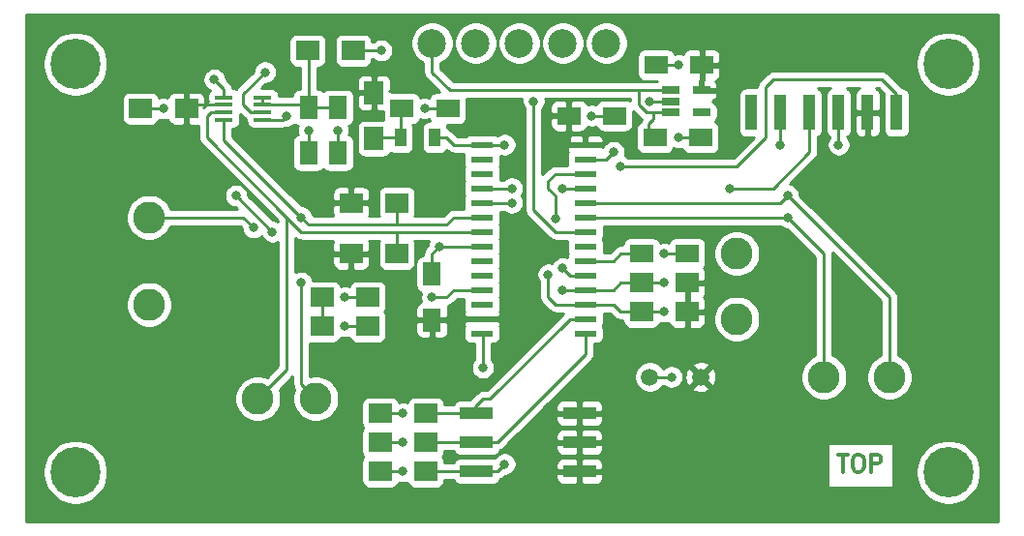
<source format=gbr>
G04 #@! TF.GenerationSoftware,KiCad,Pcbnew,(5.1.5)-2*
G04 #@! TF.CreationDate,2019-12-08T01:27:06+01:00*
G04 #@! TF.ProjectId,tof_sensor,746f665f-7365-46e7-936f-722e6b696361,rev?*
G04 #@! TF.SameCoordinates,Original*
G04 #@! TF.FileFunction,Copper,L1,Top*
G04 #@! TF.FilePolarity,Positive*
%FSLAX46Y46*%
G04 Gerber Fmt 4.6, Leading zero omitted, Abs format (unit mm)*
G04 Created by KiCad (PCBNEW (5.1.5)-2) date 2019-12-08 01:27:06*
%MOMM*%
%LPD*%
G04 APERTURE LIST*
%ADD10C,0.300000*%
%ADD11R,2.000000X1.700000*%
%ADD12C,2.800000*%
%ADD13R,2.840000X1.130000*%
%ADD14C,4.400000*%
%ADD15C,0.700000*%
%ADD16R,1.981200X0.558800*%
%ADD17R,1.600000X2.000000*%
%ADD18C,1.500000*%
%ADD19R,1.600000X0.300000*%
%ADD20R,1.560000X0.650000*%
%ADD21R,1.700000X2.000000*%
%ADD22C,2.499360*%
%ADD23R,1.000000X3.100000*%
%ADD24R,1.000000X1.600000*%
%ADD25R,2.000000X1.600000*%
%ADD26C,0.800000*%
%ADD27C,0.250000*%
%ADD28C,0.254000*%
G04 APERTURE END LIST*
D10*
X182820714Y-100143571D02*
X183677857Y-100143571D01*
X183249285Y-101643571D02*
X183249285Y-100143571D01*
X184463571Y-100143571D02*
X184749285Y-100143571D01*
X184892142Y-100215000D01*
X185035000Y-100357857D01*
X185106428Y-100643571D01*
X185106428Y-101143571D01*
X185035000Y-101429285D01*
X184892142Y-101572142D01*
X184749285Y-101643571D01*
X184463571Y-101643571D01*
X184320714Y-101572142D01*
X184177857Y-101429285D01*
X184106428Y-101143571D01*
X184106428Y-100643571D01*
X184177857Y-100357857D01*
X184320714Y-100215000D01*
X184463571Y-100143571D01*
X185749285Y-101643571D02*
X185749285Y-100143571D01*
X186320714Y-100143571D01*
X186463571Y-100215000D01*
X186535000Y-100286428D01*
X186606428Y-100429285D01*
X186606428Y-100643571D01*
X186535000Y-100786428D01*
X186463571Y-100857857D01*
X186320714Y-100929285D01*
X185749285Y-100929285D01*
D11*
X137700000Y-88900000D03*
X141700000Y-88900000D03*
D12*
X122555000Y-79375000D03*
X122555000Y-86995000D03*
D13*
X151220000Y-101600000D03*
X151220000Y-99060000D03*
X151220000Y-96520000D03*
X160220000Y-96520000D03*
X160220000Y-99060000D03*
X160220000Y-101600000D03*
D11*
X144240000Y-82550000D03*
X140240000Y-82550000D03*
D14*
X192485000Y-101680000D03*
D15*
X194135000Y-101680000D03*
X193651726Y-102846726D03*
X192485000Y-103330000D03*
X191318274Y-102846726D03*
X190835000Y-101680000D03*
X191318274Y-100513274D03*
X192485000Y-100030000D03*
X193651726Y-100513274D03*
D14*
X116125000Y-101680000D03*
D15*
X117775000Y-101680000D03*
X117291726Y-102846726D03*
X116125000Y-103330000D03*
X114958274Y-102846726D03*
X114475000Y-101680000D03*
X114958274Y-100513274D03*
X116125000Y-100030000D03*
X117291726Y-100513274D03*
D14*
X192485000Y-65960000D03*
D15*
X194135000Y-65960000D03*
X193651726Y-67126726D03*
X192485000Y-67610000D03*
X191318274Y-67126726D03*
X190835000Y-65960000D03*
X191318274Y-64793274D03*
X192485000Y-64310000D03*
X193651726Y-64793274D03*
D14*
X116125000Y-65960000D03*
D15*
X117775000Y-65960000D03*
X117291726Y-67126726D03*
X116125000Y-67610000D03*
X114958274Y-67126726D03*
X114475000Y-65960000D03*
X114958274Y-64793274D03*
X116125000Y-64310000D03*
X117291726Y-64793274D03*
D16*
X160731200Y-73025000D03*
X160731200Y-74295000D03*
X160731200Y-75565000D03*
X160731200Y-76835000D03*
X160731200Y-78105000D03*
X160731200Y-79375000D03*
X160731200Y-80645000D03*
X160731200Y-81915000D03*
X160731200Y-83185000D03*
X160731200Y-84455000D03*
X160731200Y-85725000D03*
X160731200Y-86995000D03*
X160731200Y-88265000D03*
X160731200Y-89535000D03*
X151688800Y-89535000D03*
X151688800Y-88265000D03*
X151688800Y-86995000D03*
X151688800Y-85725000D03*
X151688800Y-84455000D03*
X151688800Y-83185000D03*
X151688800Y-81915000D03*
X151688800Y-80645000D03*
X151688800Y-79375000D03*
X151688800Y-78105000D03*
X151688800Y-76835000D03*
X151688800Y-75565000D03*
X151688800Y-74295000D03*
X151688800Y-73025000D03*
D11*
X144240000Y-78105000D03*
X140240000Y-78105000D03*
D17*
X147320000Y-84360000D03*
X147320000Y-88360000D03*
D18*
X166370000Y-93345000D03*
X170815000Y-93345000D03*
D19*
X129110000Y-68875000D03*
X129110000Y-69525000D03*
X129110000Y-70175000D03*
X129110000Y-70825000D03*
X132510000Y-70825000D03*
X132510000Y-70175000D03*
X132510000Y-69525000D03*
X132510000Y-68875000D03*
D20*
X168195000Y-68265000D03*
X168195000Y-69215000D03*
X168195000Y-70165000D03*
X170895000Y-70165000D03*
X170895000Y-68265000D03*
D12*
X181610000Y-93345000D03*
X187325000Y-93345000D03*
X132080000Y-95250000D03*
X137160000Y-95250000D03*
X173990000Y-88265000D03*
X173990000Y-82550000D03*
D11*
X142780000Y-101600000D03*
X146780000Y-101600000D03*
X142780000Y-99060000D03*
X146780000Y-99060000D03*
X142780000Y-96520000D03*
X146780000Y-96520000D03*
X140430000Y-64770000D03*
X136430000Y-64770000D03*
X125825000Y-69850000D03*
X121825000Y-69850000D03*
X169640000Y-87630000D03*
X165640000Y-87630000D03*
X169640000Y-85090000D03*
X165640000Y-85090000D03*
D21*
X142240000Y-72485000D03*
X142240000Y-68485000D03*
D22*
X162560000Y-64135000D03*
X158750000Y-64135000D03*
X154940000Y-64135000D03*
X151130000Y-64135000D03*
X147320000Y-64135000D03*
D23*
X175260000Y-70205000D03*
X187960000Y-70205000D03*
X177800000Y-70205000D03*
X185420000Y-70205000D03*
X182880000Y-70205000D03*
X180340000Y-70205000D03*
D11*
X137700000Y-86360000D03*
X141700000Y-86360000D03*
D24*
X147550000Y-72390000D03*
X144550000Y-72390000D03*
D25*
X165640000Y-82550000D03*
X169640000Y-82550000D03*
X144685000Y-69850000D03*
X148685000Y-69850000D03*
D17*
X139065000Y-73755000D03*
X139065000Y-69755000D03*
X136525000Y-73755000D03*
X136525000Y-69755000D03*
D25*
X163290000Y-70485000D03*
X159290000Y-70485000D03*
X166910000Y-66040000D03*
X170910000Y-66040000D03*
X166815000Y-72390000D03*
X170815000Y-72390000D03*
D26*
X133350000Y-80645000D03*
X130175000Y-77470000D03*
X142875000Y-64770000D03*
X128270000Y-67310000D03*
X158750000Y-83820000D03*
X167640000Y-82550000D03*
X161290000Y-70485000D03*
X136525000Y-71755000D03*
X139065000Y-71755000D03*
X147955000Y-81915000D03*
X166370000Y-69215000D03*
X168910000Y-66040000D03*
X168910000Y-72390000D03*
X163195000Y-73660000D03*
X146685000Y-69850000D03*
X168275000Y-93345000D03*
X139700000Y-88900000D03*
X123825000Y-69850000D03*
X144780000Y-96520000D03*
X144780000Y-99060000D03*
X144780000Y-101600000D03*
X182880000Y-73025000D03*
X184310000Y-85090000D03*
X182880000Y-77470000D03*
X182880000Y-80010000D03*
X148590000Y-74930000D03*
X148590000Y-78740000D03*
X132080000Y-85090000D03*
X163830000Y-74930000D03*
X153670000Y-73025000D03*
X147320000Y-86360000D03*
X139700000Y-86360000D03*
X154305000Y-78105000D03*
X177800000Y-73025000D03*
X154305000Y-76835000D03*
X173355000Y-76835000D03*
X156210000Y-69215000D03*
X134620000Y-70485000D03*
X132715000Y-66675000D03*
X158750000Y-76835000D03*
X158115000Y-79465000D03*
X131700000Y-80265000D03*
X167640000Y-85090000D03*
X158750000Y-85725000D03*
X167640000Y-87630000D03*
X157480000Y-84365000D03*
X178435000Y-77470000D03*
X135890000Y-79375000D03*
X135890000Y-85090000D03*
X178435000Y-79375000D03*
X153670000Y-100965000D03*
X151765000Y-92529999D03*
D27*
X133350000Y-80645000D02*
X130175000Y-77470000D01*
X165420000Y-68265000D02*
X168195000Y-68265000D01*
X165420000Y-68265000D02*
X165420000Y-69535000D01*
X165420000Y-69535000D02*
X166050000Y-70165000D01*
X166275000Y-72390000D02*
X166275000Y-71215000D01*
X166690000Y-70165000D02*
X166690000Y-70800000D01*
X166690000Y-70165000D02*
X168195000Y-70165000D01*
X166050000Y-70165000D02*
X166690000Y-70165000D01*
X166690000Y-70800000D02*
X166275000Y-71215000D01*
X167325000Y-68265000D02*
X148910000Y-68265000D01*
X147320000Y-64135000D02*
X147320000Y-66675000D01*
X147320000Y-66675000D02*
X148910000Y-68265000D01*
X140430000Y-64770000D02*
X142875000Y-64770000D01*
X129110000Y-68875000D02*
X129110000Y-68150000D01*
X129110000Y-68150000D02*
X128270000Y-67310000D01*
X160731200Y-84455000D02*
X159385000Y-84455000D01*
X159385000Y-84455000D02*
X158750000Y-83820000D01*
X169640000Y-82550000D02*
X167640000Y-82550000D01*
X163290000Y-70485000D02*
X161290000Y-70485000D01*
X136525000Y-73755000D02*
X136525000Y-71755000D01*
X139065000Y-73755000D02*
X139065000Y-71755000D01*
X147320000Y-84360000D02*
X147320000Y-82550000D01*
X147955000Y-81915000D02*
X151688800Y-81915000D01*
X147320000Y-82550000D02*
X147955000Y-81915000D01*
X168195000Y-69215000D02*
X166370000Y-69215000D01*
X166910000Y-66040000D02*
X168910000Y-66040000D01*
X170275000Y-72390000D02*
X168910000Y-72390000D01*
X160731200Y-74295000D02*
X162560000Y-74295000D01*
X162560000Y-74295000D02*
X163195000Y-73660000D01*
X148685000Y-69850000D02*
X146685000Y-69850000D01*
X166370000Y-93345000D02*
X168275000Y-93345000D01*
X121705000Y-69525000D02*
X121380000Y-69850000D01*
X141700000Y-88900000D02*
X139700000Y-88900000D01*
X121190000Y-69850000D02*
X123825000Y-69850000D01*
X142780000Y-96520000D02*
X144780000Y-96520000D01*
X142780000Y-99060000D02*
X144780000Y-99060000D01*
X142780000Y-101600000D02*
X144780000Y-101600000D01*
X182880000Y-69905000D02*
X182880000Y-73025000D01*
X129110000Y-69525000D02*
X125515000Y-69525000D01*
X147415000Y-88265000D02*
X147320000Y-88360000D01*
X151688800Y-88265000D02*
X147415000Y-88265000D01*
X159461200Y-70656200D02*
X159290000Y-70485000D01*
X170895000Y-66055000D02*
X170910000Y-66040000D01*
X170895000Y-68265000D02*
X170895000Y-66055000D01*
X159490600Y-73025000D02*
X160731200Y-73025000D01*
X159290000Y-72824400D02*
X159490600Y-73025000D01*
X159290000Y-70485000D02*
X159290000Y-72824400D01*
X185420000Y-69905000D02*
X185420000Y-73660000D01*
X182880000Y-76200000D02*
X182880000Y-77470000D01*
X185420000Y-73660000D02*
X182880000Y-76200000D01*
X139065000Y-69755000D02*
X136525000Y-69755000D01*
X136280000Y-69510000D02*
X136525000Y-69755000D01*
X133145000Y-69510000D02*
X136280000Y-69510000D01*
X136120000Y-70160000D02*
X136525000Y-69755000D01*
X136525000Y-69755000D02*
X136525000Y-69215000D01*
X136525000Y-69755000D02*
X136525000Y-64865000D01*
X136430000Y-64770000D02*
X136525000Y-64865000D01*
X132510000Y-68875000D02*
X132510000Y-69525000D01*
X147550000Y-72390000D02*
X148590000Y-72390000D01*
X149225000Y-73025000D02*
X151688800Y-73025000D01*
X148590000Y-72390000D02*
X149225000Y-73025000D01*
X153670000Y-73025000D02*
X151688800Y-73025000D01*
X163830000Y-74930000D02*
X173990000Y-74930000D01*
X177165000Y-67310000D02*
X176530000Y-67945000D01*
X176530000Y-67945000D02*
X176530000Y-72390000D01*
X176530000Y-72390000D02*
X173990000Y-74930000D01*
X187960000Y-69905000D02*
X187960000Y-68580000D01*
X187960000Y-68580000D02*
X186690000Y-67310000D01*
X186690000Y-67310000D02*
X177165000Y-67310000D01*
X165640000Y-82550000D02*
X163830000Y-82550000D01*
X163195000Y-83185000D02*
X160731200Y-83185000D01*
X163830000Y-82550000D02*
X163195000Y-83185000D01*
X137700000Y-86360000D02*
X137700000Y-88900000D01*
X151688800Y-85725000D02*
X149225000Y-85725000D01*
X149225000Y-85725000D02*
X148590000Y-86360000D01*
X148590000Y-86360000D02*
X147320000Y-86360000D01*
X139700000Y-86360000D02*
X141700000Y-86360000D01*
X151688800Y-78105000D02*
X154305000Y-78105000D01*
X177800000Y-69905000D02*
X177800000Y-73025000D01*
X151688800Y-76835000D02*
X154305000Y-76835000D01*
X180340000Y-73025000D02*
X180340000Y-70485000D01*
X180340000Y-73660000D02*
X180340000Y-70485000D01*
X173355000Y-76835000D02*
X177165000Y-76835000D01*
X177165000Y-76835000D02*
X180340000Y-73660000D01*
X158115000Y-80645000D02*
X160731200Y-80645000D01*
X158115000Y-80645000D02*
X156210000Y-78740000D01*
X156210000Y-78740000D02*
X156210000Y-69215000D01*
X132510000Y-70825000D02*
X134280000Y-70825000D01*
X134280000Y-70825000D02*
X134620000Y-70485000D01*
X131460000Y-70175000D02*
X132510000Y-70175000D01*
X130810000Y-69525000D02*
X131460000Y-70175000D01*
X130810000Y-68580000D02*
X130810000Y-69525000D01*
X132715000Y-66675000D02*
X130810000Y-68580000D01*
X158750000Y-76835000D02*
X160731200Y-76835000D01*
X158115000Y-79465000D02*
X158115000Y-77470000D01*
X158115000Y-77470000D02*
X157480000Y-76835000D01*
X157480000Y-76835000D02*
X157480000Y-76200000D01*
X157480000Y-76200000D02*
X158115000Y-75565000D01*
X158115000Y-75565000D02*
X160731200Y-75565000D01*
X122555000Y-79375000D02*
X130810000Y-79375000D01*
X130810000Y-79375000D02*
X131700000Y-80265000D01*
X165640000Y-85090000D02*
X163830000Y-85090000D01*
X163195000Y-85725000D02*
X160731200Y-85725000D01*
X163830000Y-85090000D02*
X163195000Y-85725000D01*
X165640000Y-85090000D02*
X167640000Y-85090000D01*
X160731200Y-85725000D02*
X158750000Y-85725000D01*
X129110000Y-70175000D02*
X127945000Y-70175000D01*
X127635000Y-70485000D02*
X127635000Y-72390000D01*
X127945000Y-70175000D02*
X127635000Y-70485000D01*
X144240000Y-80740000D02*
X144145000Y-80645000D01*
X144240000Y-83185000D02*
X144240000Y-80740000D01*
X135890000Y-80645000D02*
X144145000Y-80645000D01*
X144145000Y-80645000D02*
X151688800Y-80645000D01*
X134620000Y-79375000D02*
X135890000Y-80645000D01*
X134620000Y-92710000D02*
X132080000Y-95250000D01*
X127635000Y-72390000D02*
X134620000Y-79375000D01*
X134620000Y-79375000D02*
X134620000Y-92710000D01*
X160731200Y-86995000D02*
X163195000Y-86995000D01*
X163830000Y-87630000D02*
X165640000Y-87630000D01*
X163195000Y-86995000D02*
X163830000Y-87630000D01*
X165640000Y-87630000D02*
X167640000Y-87630000D01*
X157480000Y-84365000D02*
X157480000Y-86360000D01*
X157480000Y-86360000D02*
X158115000Y-86995000D01*
X158115000Y-86995000D02*
X160731200Y-86995000D01*
X160731200Y-78105000D02*
X177800000Y-78105000D01*
X177800000Y-78105000D02*
X178435000Y-77470000D01*
X187325000Y-86360000D02*
X187325000Y-93345000D01*
X178435000Y-77470000D02*
X187325000Y-86360000D01*
X181610000Y-91365102D02*
X181610000Y-93345000D01*
X149225000Y-79375000D02*
X151688800Y-79375000D01*
X148590000Y-80010000D02*
X149225000Y-79375000D01*
X129110000Y-70825000D02*
X129110000Y-72595000D01*
X144240000Y-78105000D02*
X144240000Y-79915000D01*
X144240000Y-79915000D02*
X144145000Y-80010000D01*
X136525000Y-80010000D02*
X144145000Y-80010000D01*
X144145000Y-80010000D02*
X148590000Y-80010000D01*
X135890000Y-79375000D02*
X136525000Y-80010000D01*
X129110000Y-72595000D02*
X135890000Y-79375000D01*
X135890000Y-85090000D02*
X135890000Y-93980000D01*
X135890000Y-93980000D02*
X137160000Y-95250000D01*
X160731200Y-79375000D02*
X163830000Y-79375000D01*
X163830000Y-79375000D02*
X178435000Y-79375000D01*
X181610000Y-82550000D02*
X181610000Y-93345000D01*
X178435000Y-79375000D02*
X181610000Y-82550000D01*
X146780000Y-96520000D02*
X151420000Y-96520000D01*
X159385000Y-88265000D02*
X160731200Y-88265000D01*
X151130000Y-96230000D02*
X151130000Y-95885000D01*
X151765000Y-95250000D02*
X152400000Y-95250000D01*
X151130000Y-95885000D02*
X151765000Y-95250000D01*
X151420000Y-96520000D02*
X151130000Y-96230000D01*
X152400000Y-95250000D02*
X159385000Y-88265000D01*
X160655000Y-89535000D02*
X160731200Y-89535000D01*
X160731200Y-90064400D02*
X160731200Y-89535000D01*
X146780000Y-99060000D02*
X151420000Y-99060000D01*
X160731200Y-91363800D02*
X160731200Y-89535000D01*
X151420000Y-99060000D02*
X153035000Y-99060000D01*
X153035000Y-99060000D02*
X160731200Y-91363800D01*
X146780000Y-101600000D02*
X151420000Y-101600000D01*
X151420000Y-101600000D02*
X153035000Y-101600000D01*
X153035000Y-101600000D02*
X153670000Y-100965000D01*
X151765000Y-89611200D02*
X151688800Y-89535000D01*
X151765000Y-92529999D02*
X151765000Y-89611200D01*
X141700000Y-72390000D02*
X142240000Y-71850000D01*
X142240000Y-71850000D02*
X142240000Y-72390000D01*
X142240000Y-72390000D02*
X144550000Y-72390000D01*
X144550000Y-69985000D02*
X144685000Y-69850000D01*
X144550000Y-72390000D02*
X144550000Y-69985000D01*
D28*
G36*
X196825001Y-87597572D02*
G01*
X196825000Y-87597582D01*
X196825001Y-106020000D01*
X111785000Y-106020000D01*
X111785000Y-101400777D01*
X113290000Y-101400777D01*
X113290000Y-101959223D01*
X113398948Y-102506939D01*
X113612656Y-103022876D01*
X113922912Y-103487207D01*
X114317793Y-103882088D01*
X114782124Y-104192344D01*
X115298061Y-104406052D01*
X115845777Y-104515000D01*
X116404223Y-104515000D01*
X116951939Y-104406052D01*
X117467876Y-104192344D01*
X117932207Y-103882088D01*
X118327088Y-103487207D01*
X118637344Y-103022876D01*
X118851052Y-102506939D01*
X118960000Y-101959223D01*
X118960000Y-101400777D01*
X118851052Y-100853061D01*
X118637344Y-100337124D01*
X118327088Y-99872793D01*
X117932207Y-99477912D01*
X117467876Y-99167656D01*
X116951939Y-98953948D01*
X116404223Y-98845000D01*
X115845777Y-98845000D01*
X115298061Y-98953948D01*
X114782124Y-99167656D01*
X114317793Y-99477912D01*
X113922912Y-99872793D01*
X113612656Y-100337124D01*
X113398948Y-100853061D01*
X113290000Y-101400777D01*
X111785000Y-101400777D01*
X111785000Y-86794570D01*
X120520000Y-86794570D01*
X120520000Y-87195430D01*
X120598204Y-87588587D01*
X120751607Y-87958934D01*
X120974313Y-88292237D01*
X121257763Y-88575687D01*
X121591066Y-88798393D01*
X121961413Y-88951796D01*
X122354570Y-89030000D01*
X122755430Y-89030000D01*
X123148587Y-88951796D01*
X123518934Y-88798393D01*
X123852237Y-88575687D01*
X124135687Y-88292237D01*
X124358393Y-87958934D01*
X124511796Y-87588587D01*
X124590000Y-87195430D01*
X124590000Y-86794570D01*
X124511796Y-86401413D01*
X124358393Y-86031066D01*
X124135687Y-85697763D01*
X123852237Y-85414313D01*
X123518934Y-85191607D01*
X123148587Y-85038204D01*
X122755430Y-84960000D01*
X122354570Y-84960000D01*
X121961413Y-85038204D01*
X121591066Y-85191607D01*
X121257763Y-85414313D01*
X120974313Y-85697763D01*
X120751607Y-86031066D01*
X120598204Y-86401413D01*
X120520000Y-86794570D01*
X111785000Y-86794570D01*
X111785000Y-79174570D01*
X120520000Y-79174570D01*
X120520000Y-79575430D01*
X120598204Y-79968587D01*
X120751607Y-80338934D01*
X120974313Y-80672237D01*
X121257763Y-80955687D01*
X121591066Y-81178393D01*
X121961413Y-81331796D01*
X122354570Y-81410000D01*
X122755430Y-81410000D01*
X123148587Y-81331796D01*
X123518934Y-81178393D01*
X123852237Y-80955687D01*
X124135687Y-80672237D01*
X124358393Y-80338934D01*
X124442865Y-80135000D01*
X130495199Y-80135000D01*
X130665000Y-80304801D01*
X130665000Y-80366939D01*
X130704774Y-80566898D01*
X130782795Y-80755256D01*
X130896063Y-80924774D01*
X131040226Y-81068937D01*
X131209744Y-81182205D01*
X131398102Y-81260226D01*
X131598061Y-81300000D01*
X131801939Y-81300000D01*
X132001898Y-81260226D01*
X132190256Y-81182205D01*
X132359774Y-81068937D01*
X132391983Y-81036728D01*
X132432795Y-81135256D01*
X132546063Y-81304774D01*
X132690226Y-81448937D01*
X132859744Y-81562205D01*
X133048102Y-81640226D01*
X133248061Y-81680000D01*
X133451939Y-81680000D01*
X133651898Y-81640226D01*
X133840256Y-81562205D01*
X133860000Y-81549012D01*
X133860001Y-92395196D01*
X132877521Y-93377677D01*
X132673587Y-93293204D01*
X132280430Y-93215000D01*
X131879570Y-93215000D01*
X131486413Y-93293204D01*
X131116066Y-93446607D01*
X130782763Y-93669313D01*
X130499313Y-93952763D01*
X130276607Y-94286066D01*
X130123204Y-94656413D01*
X130045000Y-95049570D01*
X130045000Y-95450430D01*
X130123204Y-95843587D01*
X130276607Y-96213934D01*
X130499313Y-96547237D01*
X130782763Y-96830687D01*
X131116066Y-97053393D01*
X131486413Y-97206796D01*
X131879570Y-97285000D01*
X132280430Y-97285000D01*
X132673587Y-97206796D01*
X133043934Y-97053393D01*
X133377237Y-96830687D01*
X133660687Y-96547237D01*
X133883393Y-96213934D01*
X134036796Y-95843587D01*
X134115000Y-95450430D01*
X134115000Y-95049570D01*
X134036796Y-94656413D01*
X133952323Y-94452479D01*
X135130001Y-93274802D01*
X135130001Y-93942668D01*
X135126324Y-93980000D01*
X135130001Y-94017333D01*
X135137553Y-94094003D01*
X135140998Y-94128985D01*
X135184454Y-94272246D01*
X135255026Y-94404276D01*
X135289994Y-94446884D01*
X135203204Y-94656413D01*
X135125000Y-95049570D01*
X135125000Y-95450430D01*
X135203204Y-95843587D01*
X135356607Y-96213934D01*
X135579313Y-96547237D01*
X135862763Y-96830687D01*
X136196066Y-97053393D01*
X136566413Y-97206796D01*
X136959570Y-97285000D01*
X137360430Y-97285000D01*
X137753587Y-97206796D01*
X138123934Y-97053393D01*
X138457237Y-96830687D01*
X138740687Y-96547237D01*
X138963393Y-96213934D01*
X139116796Y-95843587D01*
X139195000Y-95450430D01*
X139195000Y-95049570D01*
X139116796Y-94656413D01*
X138963393Y-94286066D01*
X138740687Y-93952763D01*
X138457237Y-93669313D01*
X138123934Y-93446607D01*
X137753587Y-93293204D01*
X137360430Y-93215000D01*
X136959570Y-93215000D01*
X136650000Y-93276577D01*
X136650000Y-90383148D01*
X136700000Y-90388072D01*
X138700000Y-90388072D01*
X138824482Y-90375812D01*
X138944180Y-90339502D01*
X139054494Y-90280537D01*
X139151185Y-90201185D01*
X139230537Y-90104494D01*
X139289502Y-89994180D01*
X139325812Y-89874482D01*
X139326683Y-89865643D01*
X139398102Y-89895226D01*
X139598061Y-89935000D01*
X139801939Y-89935000D01*
X140001898Y-89895226D01*
X140073317Y-89865643D01*
X140074188Y-89874482D01*
X140110498Y-89994180D01*
X140169463Y-90104494D01*
X140248815Y-90201185D01*
X140345506Y-90280537D01*
X140455820Y-90339502D01*
X140575518Y-90375812D01*
X140700000Y-90388072D01*
X142700000Y-90388072D01*
X142824482Y-90375812D01*
X142944180Y-90339502D01*
X143054494Y-90280537D01*
X143151185Y-90201185D01*
X143230537Y-90104494D01*
X143289502Y-89994180D01*
X143325812Y-89874482D01*
X143338072Y-89750000D01*
X143338072Y-89360000D01*
X145881928Y-89360000D01*
X145894188Y-89484482D01*
X145930498Y-89604180D01*
X145989463Y-89714494D01*
X146068815Y-89811185D01*
X146165506Y-89890537D01*
X146275820Y-89949502D01*
X146395518Y-89985812D01*
X146520000Y-89998072D01*
X147034250Y-89995000D01*
X147193000Y-89836250D01*
X147193000Y-88487000D01*
X147447000Y-88487000D01*
X147447000Y-89836250D01*
X147605750Y-89995000D01*
X148120000Y-89998072D01*
X148244482Y-89985812D01*
X148364180Y-89949502D01*
X148474494Y-89890537D01*
X148571185Y-89811185D01*
X148650537Y-89714494D01*
X148709502Y-89604180D01*
X148745812Y-89484482D01*
X148758072Y-89360000D01*
X148757623Y-89255600D01*
X150060128Y-89255600D01*
X150060128Y-89814400D01*
X150072388Y-89938882D01*
X150108698Y-90058580D01*
X150167663Y-90168894D01*
X150247015Y-90265585D01*
X150343706Y-90344937D01*
X150454020Y-90403902D01*
X150573718Y-90440212D01*
X150698200Y-90452472D01*
X151005001Y-90452472D01*
X151005000Y-91826288D01*
X150961063Y-91870225D01*
X150847795Y-92039743D01*
X150769774Y-92228101D01*
X150730000Y-92428060D01*
X150730000Y-92631938D01*
X150769774Y-92831897D01*
X150847795Y-93020255D01*
X150961063Y-93189773D01*
X151105226Y-93333936D01*
X151274744Y-93447204D01*
X151463102Y-93525225D01*
X151663061Y-93564999D01*
X151866939Y-93564999D01*
X152066898Y-93525225D01*
X152255256Y-93447204D01*
X152424774Y-93333936D01*
X152568937Y-93189773D01*
X152682205Y-93020255D01*
X152760226Y-92831897D01*
X152800000Y-92631938D01*
X152800000Y-92428060D01*
X152760226Y-92228101D01*
X152682205Y-92039743D01*
X152568937Y-91870225D01*
X152525000Y-91826288D01*
X152525000Y-90452472D01*
X152679400Y-90452472D01*
X152803882Y-90440212D01*
X152923580Y-90403902D01*
X153033894Y-90344937D01*
X153130585Y-90265585D01*
X153209937Y-90168894D01*
X153268902Y-90058580D01*
X153305212Y-89938882D01*
X153317472Y-89814400D01*
X153317472Y-89255600D01*
X153305212Y-89131118D01*
X153268902Y-89011420D01*
X153209937Y-88901106D01*
X153209115Y-88900105D01*
X153268307Y-88790010D01*
X153304908Y-88670400D01*
X153314400Y-88550750D01*
X153155650Y-88392000D01*
X151815800Y-88392000D01*
X151815800Y-88412000D01*
X151561800Y-88412000D01*
X151561800Y-88392000D01*
X150221950Y-88392000D01*
X150063200Y-88550750D01*
X150072692Y-88670400D01*
X150109293Y-88790010D01*
X150168485Y-88900105D01*
X150167663Y-88901106D01*
X150108698Y-89011420D01*
X150072388Y-89131118D01*
X150060128Y-89255600D01*
X148757623Y-89255600D01*
X148755000Y-88645750D01*
X148596250Y-88487000D01*
X147447000Y-88487000D01*
X147193000Y-88487000D01*
X146043750Y-88487000D01*
X145885000Y-88645750D01*
X145881928Y-89360000D01*
X143338072Y-89360000D01*
X143338072Y-88050000D01*
X143325812Y-87925518D01*
X143289502Y-87805820D01*
X143230537Y-87695506D01*
X143176778Y-87630000D01*
X143230537Y-87564494D01*
X143289502Y-87454180D01*
X143325812Y-87334482D01*
X143338072Y-87210000D01*
X143338072Y-85510000D01*
X143325812Y-85385518D01*
X143289502Y-85265820D01*
X143230537Y-85155506D01*
X143151185Y-85058815D01*
X143054494Y-84979463D01*
X142944180Y-84920498D01*
X142824482Y-84884188D01*
X142700000Y-84871928D01*
X140700000Y-84871928D01*
X140575518Y-84884188D01*
X140455820Y-84920498D01*
X140345506Y-84979463D01*
X140248815Y-85058815D01*
X140169463Y-85155506D01*
X140110498Y-85265820D01*
X140074188Y-85385518D01*
X140073317Y-85394357D01*
X140001898Y-85364774D01*
X139801939Y-85325000D01*
X139598061Y-85325000D01*
X139398102Y-85364774D01*
X139326683Y-85394357D01*
X139325812Y-85385518D01*
X139289502Y-85265820D01*
X139230537Y-85155506D01*
X139151185Y-85058815D01*
X139054494Y-84979463D01*
X138944180Y-84920498D01*
X138824482Y-84884188D01*
X138700000Y-84871928D01*
X136901900Y-84871928D01*
X136885226Y-84788102D01*
X136807205Y-84599744D01*
X136693937Y-84430226D01*
X136549774Y-84286063D01*
X136380256Y-84172795D01*
X136191898Y-84094774D01*
X135991939Y-84055000D01*
X135788061Y-84055000D01*
X135588102Y-84094774D01*
X135399744Y-84172795D01*
X135380000Y-84185987D01*
X135380000Y-83400000D01*
X138601928Y-83400000D01*
X138614188Y-83524482D01*
X138650498Y-83644180D01*
X138709463Y-83754494D01*
X138788815Y-83851185D01*
X138885506Y-83930537D01*
X138995820Y-83989502D01*
X139115518Y-84025812D01*
X139240000Y-84038072D01*
X139954250Y-84035000D01*
X140113000Y-83876250D01*
X140113000Y-82677000D01*
X140367000Y-82677000D01*
X140367000Y-83876250D01*
X140525750Y-84035000D01*
X141240000Y-84038072D01*
X141364482Y-84025812D01*
X141484180Y-83989502D01*
X141594494Y-83930537D01*
X141691185Y-83851185D01*
X141770537Y-83754494D01*
X141829502Y-83644180D01*
X141865812Y-83524482D01*
X141878072Y-83400000D01*
X141875000Y-82835750D01*
X141716250Y-82677000D01*
X140367000Y-82677000D01*
X140113000Y-82677000D01*
X138763750Y-82677000D01*
X138605000Y-82835750D01*
X138601928Y-83400000D01*
X135380000Y-83400000D01*
X135380000Y-81209622D01*
X135465724Y-81279974D01*
X135597753Y-81350546D01*
X135741014Y-81394003D01*
X135852667Y-81405000D01*
X135852676Y-81405000D01*
X135889999Y-81408676D01*
X135927322Y-81405000D01*
X138677662Y-81405000D01*
X138650498Y-81455820D01*
X138614188Y-81575518D01*
X138601928Y-81700000D01*
X138605000Y-82264250D01*
X138763750Y-82423000D01*
X140113000Y-82423000D01*
X140113000Y-82403000D01*
X140367000Y-82403000D01*
X140367000Y-82423000D01*
X141716250Y-82423000D01*
X141875000Y-82264250D01*
X141878072Y-81700000D01*
X141865812Y-81575518D01*
X141829502Y-81455820D01*
X141802338Y-81405000D01*
X142677662Y-81405000D01*
X142650498Y-81455820D01*
X142614188Y-81575518D01*
X142601928Y-81700000D01*
X142601928Y-83400000D01*
X142614188Y-83524482D01*
X142650498Y-83644180D01*
X142709463Y-83754494D01*
X142788815Y-83851185D01*
X142885506Y-83930537D01*
X142995820Y-83989502D01*
X143115518Y-84025812D01*
X143240000Y-84038072D01*
X145240000Y-84038072D01*
X145364482Y-84025812D01*
X145484180Y-83989502D01*
X145594494Y-83930537D01*
X145691185Y-83851185D01*
X145770537Y-83754494D01*
X145829502Y-83644180D01*
X145865812Y-83524482D01*
X145878072Y-83400000D01*
X145878072Y-81700000D01*
X145865812Y-81575518D01*
X145829502Y-81455820D01*
X145802338Y-81405000D01*
X147050987Y-81405000D01*
X147037795Y-81424744D01*
X146959774Y-81613102D01*
X146920000Y-81813061D01*
X146920000Y-81875199D01*
X146808998Y-81986201D01*
X146780000Y-82009999D01*
X146756202Y-82038997D01*
X146756201Y-82038998D01*
X146685026Y-82125724D01*
X146614454Y-82257754D01*
X146595912Y-82318882D01*
X146570998Y-82401014D01*
X146567298Y-82438580D01*
X146556324Y-82550000D01*
X146560001Y-82587332D01*
X146560001Y-82721928D01*
X146520000Y-82721928D01*
X146395518Y-82734188D01*
X146275820Y-82770498D01*
X146165506Y-82829463D01*
X146068815Y-82908815D01*
X145989463Y-83005506D01*
X145930498Y-83115820D01*
X145894188Y-83235518D01*
X145881928Y-83360000D01*
X145881928Y-85360000D01*
X145894188Y-85484482D01*
X145930498Y-85604180D01*
X145989463Y-85714494D01*
X146068815Y-85811185D01*
X146165506Y-85890537D01*
X146275820Y-85949502D01*
X146359272Y-85974817D01*
X146324774Y-86058102D01*
X146285000Y-86258061D01*
X146285000Y-86461939D01*
X146324774Y-86661898D01*
X146359272Y-86745183D01*
X146275820Y-86770498D01*
X146165506Y-86829463D01*
X146068815Y-86908815D01*
X145989463Y-87005506D01*
X145930498Y-87115820D01*
X145894188Y-87235518D01*
X145881928Y-87360000D01*
X145885000Y-88074250D01*
X146043750Y-88233000D01*
X147193000Y-88233000D01*
X147193000Y-88213000D01*
X147447000Y-88213000D01*
X147447000Y-88233000D01*
X148596250Y-88233000D01*
X148755000Y-88074250D01*
X148758072Y-87360000D01*
X148745812Y-87235518D01*
X148709502Y-87115820D01*
X148707515Y-87112103D01*
X148738986Y-87109003D01*
X148882247Y-87065546D01*
X149014276Y-86994974D01*
X149130001Y-86900001D01*
X149153803Y-86870998D01*
X149539802Y-86485000D01*
X150104579Y-86485000D01*
X150072388Y-86591118D01*
X150060128Y-86715600D01*
X150060128Y-87274400D01*
X150072388Y-87398882D01*
X150108698Y-87518580D01*
X150167663Y-87628894D01*
X150168485Y-87629895D01*
X150109293Y-87739990D01*
X150072692Y-87859600D01*
X150063200Y-87979250D01*
X150221950Y-88138000D01*
X151561800Y-88138000D01*
X151561800Y-88118000D01*
X151815800Y-88118000D01*
X151815800Y-88138000D01*
X153155650Y-88138000D01*
X153314400Y-87979250D01*
X153304908Y-87859600D01*
X153268307Y-87739990D01*
X153209115Y-87629895D01*
X153209937Y-87628894D01*
X153268902Y-87518580D01*
X153305212Y-87398882D01*
X153317472Y-87274400D01*
X153317472Y-86715600D01*
X153305212Y-86591118D01*
X153268902Y-86471420D01*
X153209937Y-86361106D01*
X153209029Y-86360000D01*
X153209937Y-86358894D01*
X153268902Y-86248580D01*
X153305212Y-86128882D01*
X153317472Y-86004400D01*
X153317472Y-85445600D01*
X153305212Y-85321118D01*
X153268902Y-85201420D01*
X153209937Y-85091106D01*
X153209029Y-85090000D01*
X153209937Y-85088894D01*
X153268902Y-84978580D01*
X153305212Y-84858882D01*
X153317472Y-84734400D01*
X153317472Y-84175600D01*
X153305212Y-84051118D01*
X153268902Y-83931420D01*
X153209937Y-83821106D01*
X153209029Y-83820000D01*
X153209937Y-83818894D01*
X153268902Y-83708580D01*
X153305212Y-83588882D01*
X153317472Y-83464400D01*
X153317472Y-82905600D01*
X153305212Y-82781118D01*
X153268902Y-82661420D01*
X153209937Y-82551106D01*
X153209029Y-82550000D01*
X153209937Y-82548894D01*
X153268902Y-82438580D01*
X153305212Y-82318882D01*
X153317472Y-82194400D01*
X153317472Y-81635600D01*
X153305212Y-81511118D01*
X153268902Y-81391420D01*
X153209937Y-81281106D01*
X153209029Y-81280000D01*
X153209937Y-81278894D01*
X153268902Y-81168580D01*
X153305212Y-81048882D01*
X153317472Y-80924400D01*
X153317472Y-80365600D01*
X153305212Y-80241118D01*
X153268902Y-80121420D01*
X153209937Y-80011106D01*
X153209029Y-80010000D01*
X153209937Y-80008894D01*
X153268902Y-79898580D01*
X153305212Y-79778882D01*
X153317472Y-79654400D01*
X153317472Y-79095600D01*
X153305212Y-78971118D01*
X153273021Y-78865000D01*
X153601289Y-78865000D01*
X153645226Y-78908937D01*
X153814744Y-79022205D01*
X154003102Y-79100226D01*
X154203061Y-79140000D01*
X154406939Y-79140000D01*
X154606898Y-79100226D01*
X154795256Y-79022205D01*
X154964774Y-78908937D01*
X155108937Y-78764774D01*
X155222205Y-78595256D01*
X155300226Y-78406898D01*
X155340000Y-78206939D01*
X155340000Y-78003061D01*
X155300226Y-77803102D01*
X155222205Y-77614744D01*
X155125490Y-77470000D01*
X155222205Y-77325256D01*
X155300226Y-77136898D01*
X155340000Y-76936939D01*
X155340000Y-76733061D01*
X155300226Y-76533102D01*
X155222205Y-76344744D01*
X155108937Y-76175226D01*
X154964774Y-76031063D01*
X154795256Y-75917795D01*
X154606898Y-75839774D01*
X154406939Y-75800000D01*
X154203061Y-75800000D01*
X154003102Y-75839774D01*
X153814744Y-75917795D01*
X153645226Y-76031063D01*
X153601289Y-76075000D01*
X153273021Y-76075000D01*
X153305212Y-75968882D01*
X153317472Y-75844400D01*
X153317472Y-75285600D01*
X153305212Y-75161118D01*
X153268902Y-75041420D01*
X153209937Y-74931106D01*
X153209029Y-74930000D01*
X153209937Y-74928894D01*
X153268902Y-74818580D01*
X153305212Y-74698882D01*
X153317472Y-74574400D01*
X153317472Y-74015600D01*
X153315794Y-73998559D01*
X153368102Y-74020226D01*
X153568061Y-74060000D01*
X153771939Y-74060000D01*
X153971898Y-74020226D01*
X154160256Y-73942205D01*
X154329774Y-73828937D01*
X154473937Y-73684774D01*
X154587205Y-73515256D01*
X154665226Y-73326898D01*
X154705000Y-73126939D01*
X154705000Y-72923061D01*
X154665226Y-72723102D01*
X154587205Y-72534744D01*
X154473937Y-72365226D01*
X154329774Y-72221063D01*
X154160256Y-72107795D01*
X153971898Y-72029774D01*
X153771939Y-71990000D01*
X153568061Y-71990000D01*
X153368102Y-72029774D01*
X153179744Y-72107795D01*
X153025734Y-72210701D01*
X152923580Y-72156098D01*
X152803882Y-72119788D01*
X152679400Y-72107528D01*
X150698200Y-72107528D01*
X150573718Y-72119788D01*
X150454020Y-72156098D01*
X150343706Y-72215063D01*
X150282857Y-72265000D01*
X149539802Y-72265000D01*
X149153803Y-71879002D01*
X149130001Y-71849999D01*
X149014276Y-71755026D01*
X148882247Y-71684454D01*
X148738986Y-71640997D01*
X148688072Y-71635982D01*
X148688072Y-71590000D01*
X148675812Y-71465518D01*
X148639502Y-71345820D01*
X148608635Y-71288072D01*
X149685000Y-71288072D01*
X149809482Y-71275812D01*
X149929180Y-71239502D01*
X150039494Y-71180537D01*
X150136185Y-71101185D01*
X150215537Y-71004494D01*
X150274502Y-70894180D01*
X150310812Y-70774482D01*
X150323072Y-70650000D01*
X150323072Y-69050000D01*
X150320610Y-69025000D01*
X155192516Y-69025000D01*
X155175000Y-69113061D01*
X155175000Y-69316939D01*
X155214774Y-69516898D01*
X155292795Y-69705256D01*
X155406063Y-69874774D01*
X155450001Y-69918712D01*
X155450000Y-78702678D01*
X155446324Y-78740000D01*
X155450000Y-78777322D01*
X155450000Y-78777332D01*
X155460997Y-78888985D01*
X155497770Y-79010212D01*
X155504454Y-79032246D01*
X155575026Y-79164276D01*
X155612104Y-79209455D01*
X155669999Y-79280001D01*
X155699003Y-79303804D01*
X157551200Y-81156002D01*
X157574999Y-81185001D01*
X157690724Y-81279974D01*
X157822753Y-81350546D01*
X157966014Y-81394003D01*
X158077667Y-81405000D01*
X158077677Y-81405000D01*
X158115000Y-81408676D01*
X158152323Y-81405000D01*
X159146979Y-81405000D01*
X159114788Y-81511118D01*
X159102528Y-81635600D01*
X159102528Y-82194400D01*
X159114788Y-82318882D01*
X159151098Y-82438580D01*
X159210063Y-82548894D01*
X159210971Y-82550000D01*
X159210063Y-82551106D01*
X159151098Y-82661420D01*
X159114788Y-82781118D01*
X159108192Y-82848092D01*
X159051898Y-82824774D01*
X158851939Y-82785000D01*
X158648061Y-82785000D01*
X158448102Y-82824774D01*
X158259744Y-82902795D01*
X158090226Y-83016063D01*
X157946063Y-83160226D01*
X157832795Y-83329744D01*
X157811188Y-83381907D01*
X157781898Y-83369774D01*
X157581939Y-83330000D01*
X157378061Y-83330000D01*
X157178102Y-83369774D01*
X156989744Y-83447795D01*
X156820226Y-83561063D01*
X156676063Y-83705226D01*
X156562795Y-83874744D01*
X156484774Y-84063102D01*
X156445000Y-84263061D01*
X156445000Y-84466939D01*
X156484774Y-84666898D01*
X156562795Y-84855256D01*
X156676063Y-85024774D01*
X156720000Y-85068711D01*
X156720001Y-86322667D01*
X156716324Y-86360000D01*
X156720001Y-86397333D01*
X156730998Y-86508986D01*
X156738870Y-86534937D01*
X156774454Y-86652246D01*
X156845026Y-86784276D01*
X156899175Y-86850256D01*
X156940000Y-86900001D01*
X156968998Y-86923799D01*
X157551200Y-87506002D01*
X157574999Y-87535001D01*
X157603997Y-87558799D01*
X157690724Y-87629974D01*
X157822753Y-87700546D01*
X157966014Y-87744003D01*
X158115000Y-87758677D01*
X158152333Y-87755000D01*
X158820198Y-87755000D01*
X152085199Y-94490000D01*
X151802333Y-94490000D01*
X151765000Y-94486323D01*
X151727667Y-94490000D01*
X151616014Y-94500997D01*
X151472753Y-94544454D01*
X151340724Y-94615026D01*
X151224999Y-94709999D01*
X151201201Y-94738997D01*
X150623271Y-95316928D01*
X149800000Y-95316928D01*
X149675518Y-95329188D01*
X149555820Y-95365498D01*
X149445506Y-95424463D01*
X149348815Y-95503815D01*
X149269463Y-95600506D01*
X149210498Y-95710820D01*
X149195579Y-95760000D01*
X148418072Y-95760000D01*
X148418072Y-95670000D01*
X148405812Y-95545518D01*
X148369502Y-95425820D01*
X148310537Y-95315506D01*
X148231185Y-95218815D01*
X148134494Y-95139463D01*
X148024180Y-95080498D01*
X147904482Y-95044188D01*
X147780000Y-95031928D01*
X145780000Y-95031928D01*
X145655518Y-95044188D01*
X145535820Y-95080498D01*
X145425506Y-95139463D01*
X145328815Y-95218815D01*
X145249463Y-95315506D01*
X145190498Y-95425820D01*
X145154188Y-95545518D01*
X145153317Y-95554357D01*
X145081898Y-95524774D01*
X144881939Y-95485000D01*
X144678061Y-95485000D01*
X144478102Y-95524774D01*
X144406683Y-95554357D01*
X144405812Y-95545518D01*
X144369502Y-95425820D01*
X144310537Y-95315506D01*
X144231185Y-95218815D01*
X144134494Y-95139463D01*
X144024180Y-95080498D01*
X143904482Y-95044188D01*
X143780000Y-95031928D01*
X141780000Y-95031928D01*
X141655518Y-95044188D01*
X141535820Y-95080498D01*
X141425506Y-95139463D01*
X141328815Y-95218815D01*
X141249463Y-95315506D01*
X141190498Y-95425820D01*
X141154188Y-95545518D01*
X141141928Y-95670000D01*
X141141928Y-97370000D01*
X141154188Y-97494482D01*
X141190498Y-97614180D01*
X141249463Y-97724494D01*
X141303222Y-97790000D01*
X141249463Y-97855506D01*
X141190498Y-97965820D01*
X141154188Y-98085518D01*
X141141928Y-98210000D01*
X141141928Y-99910000D01*
X141154188Y-100034482D01*
X141190498Y-100154180D01*
X141249463Y-100264494D01*
X141303222Y-100330000D01*
X141249463Y-100395506D01*
X141190498Y-100505820D01*
X141154188Y-100625518D01*
X141141928Y-100750000D01*
X141141928Y-102450000D01*
X141154188Y-102574482D01*
X141190498Y-102694180D01*
X141249463Y-102804494D01*
X141328815Y-102901185D01*
X141425506Y-102980537D01*
X141535820Y-103039502D01*
X141655518Y-103075812D01*
X141780000Y-103088072D01*
X143780000Y-103088072D01*
X143904482Y-103075812D01*
X144024180Y-103039502D01*
X144134494Y-102980537D01*
X144231185Y-102901185D01*
X144310537Y-102804494D01*
X144369502Y-102694180D01*
X144405812Y-102574482D01*
X144406683Y-102565643D01*
X144478102Y-102595226D01*
X144678061Y-102635000D01*
X144881939Y-102635000D01*
X145081898Y-102595226D01*
X145153317Y-102565643D01*
X145154188Y-102574482D01*
X145190498Y-102694180D01*
X145249463Y-102804494D01*
X145328815Y-102901185D01*
X145425506Y-102980537D01*
X145535820Y-103039502D01*
X145655518Y-103075812D01*
X145780000Y-103088072D01*
X147780000Y-103088072D01*
X147904482Y-103075812D01*
X148024180Y-103039502D01*
X148134494Y-102980537D01*
X148231185Y-102901185D01*
X148310537Y-102804494D01*
X148369502Y-102694180D01*
X148405812Y-102574482D01*
X148418072Y-102450000D01*
X148418072Y-102360000D01*
X149195579Y-102360000D01*
X149210498Y-102409180D01*
X149269463Y-102519494D01*
X149348815Y-102616185D01*
X149445506Y-102695537D01*
X149555820Y-102754502D01*
X149675518Y-102790812D01*
X149800000Y-102803072D01*
X152640000Y-102803072D01*
X152764482Y-102790812D01*
X152884180Y-102754502D01*
X152994494Y-102695537D01*
X153091185Y-102616185D01*
X153170537Y-102519494D01*
X153229502Y-102409180D01*
X153254219Y-102327698D01*
X153327247Y-102305546D01*
X153459276Y-102234974D01*
X153544539Y-102165000D01*
X158161928Y-102165000D01*
X158174188Y-102289482D01*
X158210498Y-102409180D01*
X158269463Y-102519494D01*
X158348815Y-102616185D01*
X158445506Y-102695537D01*
X158555820Y-102754502D01*
X158675518Y-102790812D01*
X158800000Y-102803072D01*
X159934250Y-102800000D01*
X160093000Y-102641250D01*
X160093000Y-101727000D01*
X160347000Y-101727000D01*
X160347000Y-102641250D01*
X160505750Y-102800000D01*
X161640000Y-102803072D01*
X161764482Y-102790812D01*
X161884180Y-102754502D01*
X161994494Y-102695537D01*
X162091185Y-102616185D01*
X162170537Y-102519494D01*
X162229502Y-102409180D01*
X162265812Y-102289482D01*
X162278072Y-102165000D01*
X162275000Y-101885750D01*
X162116250Y-101727000D01*
X160347000Y-101727000D01*
X160093000Y-101727000D01*
X158323750Y-101727000D01*
X158165000Y-101885750D01*
X158161928Y-102165000D01*
X153544539Y-102165000D01*
X153575001Y-102140001D01*
X153598803Y-102110998D01*
X153709801Y-102000000D01*
X153771939Y-102000000D01*
X153971898Y-101960226D01*
X154160256Y-101882205D01*
X154329774Y-101768937D01*
X154473937Y-101624774D01*
X154587205Y-101455256D01*
X154665226Y-101266898D01*
X154705000Y-101066939D01*
X154705000Y-101035000D01*
X158161928Y-101035000D01*
X158165000Y-101314250D01*
X158323750Y-101473000D01*
X160093000Y-101473000D01*
X160093000Y-100558750D01*
X160347000Y-100558750D01*
X160347000Y-101473000D01*
X162116250Y-101473000D01*
X162275000Y-101314250D01*
X162278072Y-101035000D01*
X162265812Y-100910518D01*
X162229502Y-100790820D01*
X162170537Y-100680506D01*
X162091185Y-100583815D01*
X161994494Y-100504463D01*
X161884180Y-100445498D01*
X161764482Y-100409188D01*
X161640000Y-100396928D01*
X160505750Y-100400000D01*
X160347000Y-100558750D01*
X160093000Y-100558750D01*
X159934250Y-100400000D01*
X158800000Y-100396928D01*
X158675518Y-100409188D01*
X158555820Y-100445498D01*
X158445506Y-100504463D01*
X158348815Y-100583815D01*
X158269463Y-100680506D01*
X158210498Y-100790820D01*
X158174188Y-100910518D01*
X158161928Y-101035000D01*
X154705000Y-101035000D01*
X154705000Y-100863061D01*
X154665226Y-100663102D01*
X154587205Y-100474744D01*
X154473937Y-100305226D01*
X154329774Y-100161063D01*
X154160256Y-100047795D01*
X153971898Y-99969774D01*
X153771939Y-99930000D01*
X153568061Y-99930000D01*
X153368102Y-99969774D01*
X153179744Y-100047795D01*
X153010226Y-100161063D01*
X152866063Y-100305226D01*
X152791185Y-100417288D01*
X152764482Y-100409188D01*
X152640000Y-100396928D01*
X149800000Y-100396928D01*
X149675518Y-100409188D01*
X149555820Y-100445498D01*
X149445506Y-100504463D01*
X149348815Y-100583815D01*
X149269463Y-100680506D01*
X149210498Y-100790820D01*
X149195579Y-100840000D01*
X148418072Y-100840000D01*
X148418072Y-100750000D01*
X148405812Y-100625518D01*
X148369502Y-100505820D01*
X148310537Y-100395506D01*
X148256778Y-100330000D01*
X148310537Y-100264494D01*
X148369502Y-100154180D01*
X148405812Y-100034482D01*
X148418072Y-99910000D01*
X148418072Y-99820000D01*
X149195579Y-99820000D01*
X149210498Y-99869180D01*
X149269463Y-99979494D01*
X149348815Y-100076185D01*
X149445506Y-100155537D01*
X149555820Y-100214502D01*
X149675518Y-100250812D01*
X149800000Y-100263072D01*
X152640000Y-100263072D01*
X152764482Y-100250812D01*
X152884180Y-100214502D01*
X152994494Y-100155537D01*
X153091185Y-100076185D01*
X153170537Y-99979494D01*
X153229502Y-99869180D01*
X153254219Y-99787698D01*
X153327247Y-99765546D01*
X153459276Y-99694974D01*
X153544539Y-99625000D01*
X158161928Y-99625000D01*
X158174188Y-99749482D01*
X158210498Y-99869180D01*
X158269463Y-99979494D01*
X158348815Y-100076185D01*
X158445506Y-100155537D01*
X158555820Y-100214502D01*
X158675518Y-100250812D01*
X158800000Y-100263072D01*
X159934250Y-100260000D01*
X160093000Y-100101250D01*
X160093000Y-99187000D01*
X160347000Y-99187000D01*
X160347000Y-100101250D01*
X160505750Y-100260000D01*
X161640000Y-100263072D01*
X161764482Y-100250812D01*
X161884180Y-100214502D01*
X161994494Y-100155537D01*
X162091185Y-100076185D01*
X162170537Y-99979494D01*
X162229502Y-99869180D01*
X162265812Y-99749482D01*
X162278072Y-99625000D01*
X162275000Y-99345750D01*
X162116250Y-99187000D01*
X160347000Y-99187000D01*
X160093000Y-99187000D01*
X158323750Y-99187000D01*
X158165000Y-99345750D01*
X158161928Y-99625000D01*
X153544539Y-99625000D01*
X153575001Y-99600001D01*
X153598804Y-99570997D01*
X153994801Y-99175000D01*
X181892857Y-99175000D01*
X181892857Y-102995000D01*
X187677143Y-102995000D01*
X187677143Y-101400777D01*
X189650000Y-101400777D01*
X189650000Y-101959223D01*
X189758948Y-102506939D01*
X189972656Y-103022876D01*
X190282912Y-103487207D01*
X190677793Y-103882088D01*
X191142124Y-104192344D01*
X191658061Y-104406052D01*
X192205777Y-104515000D01*
X192764223Y-104515000D01*
X193311939Y-104406052D01*
X193827876Y-104192344D01*
X194292207Y-103882088D01*
X194687088Y-103487207D01*
X194997344Y-103022876D01*
X195211052Y-102506939D01*
X195320000Y-101959223D01*
X195320000Y-101400777D01*
X195211052Y-100853061D01*
X194997344Y-100337124D01*
X194687088Y-99872793D01*
X194292207Y-99477912D01*
X193827876Y-99167656D01*
X193311939Y-98953948D01*
X192764223Y-98845000D01*
X192205777Y-98845000D01*
X191658061Y-98953948D01*
X191142124Y-99167656D01*
X190677793Y-99477912D01*
X190282912Y-99872793D01*
X189972656Y-100337124D01*
X189758948Y-100853061D01*
X189650000Y-101400777D01*
X187677143Y-101400777D01*
X187677143Y-99175000D01*
X181892857Y-99175000D01*
X153994801Y-99175000D01*
X154674801Y-98495000D01*
X158161928Y-98495000D01*
X158165000Y-98774250D01*
X158323750Y-98933000D01*
X160093000Y-98933000D01*
X160093000Y-98018750D01*
X160347000Y-98018750D01*
X160347000Y-98933000D01*
X162116250Y-98933000D01*
X162275000Y-98774250D01*
X162278072Y-98495000D01*
X162265812Y-98370518D01*
X162229502Y-98250820D01*
X162170537Y-98140506D01*
X162091185Y-98043815D01*
X161994494Y-97964463D01*
X161884180Y-97905498D01*
X161764482Y-97869188D01*
X161640000Y-97856928D01*
X160505750Y-97860000D01*
X160347000Y-98018750D01*
X160093000Y-98018750D01*
X159934250Y-97860000D01*
X158800000Y-97856928D01*
X158675518Y-97869188D01*
X158555820Y-97905498D01*
X158445506Y-97964463D01*
X158348815Y-98043815D01*
X158269463Y-98140506D01*
X158210498Y-98250820D01*
X158174188Y-98370518D01*
X158161928Y-98495000D01*
X154674801Y-98495000D01*
X156084801Y-97085000D01*
X158161928Y-97085000D01*
X158174188Y-97209482D01*
X158210498Y-97329180D01*
X158269463Y-97439494D01*
X158348815Y-97536185D01*
X158445506Y-97615537D01*
X158555820Y-97674502D01*
X158675518Y-97710812D01*
X158800000Y-97723072D01*
X159934250Y-97720000D01*
X160093000Y-97561250D01*
X160093000Y-96647000D01*
X160347000Y-96647000D01*
X160347000Y-97561250D01*
X160505750Y-97720000D01*
X161640000Y-97723072D01*
X161764482Y-97710812D01*
X161884180Y-97674502D01*
X161994494Y-97615537D01*
X162091185Y-97536185D01*
X162170537Y-97439494D01*
X162229502Y-97329180D01*
X162265812Y-97209482D01*
X162278072Y-97085000D01*
X162275000Y-96805750D01*
X162116250Y-96647000D01*
X160347000Y-96647000D01*
X160093000Y-96647000D01*
X158323750Y-96647000D01*
X158165000Y-96805750D01*
X158161928Y-97085000D01*
X156084801Y-97085000D01*
X157214801Y-95955000D01*
X158161928Y-95955000D01*
X158165000Y-96234250D01*
X158323750Y-96393000D01*
X160093000Y-96393000D01*
X160093000Y-95478750D01*
X160347000Y-95478750D01*
X160347000Y-96393000D01*
X162116250Y-96393000D01*
X162275000Y-96234250D01*
X162278072Y-95955000D01*
X162265812Y-95830518D01*
X162229502Y-95710820D01*
X162170537Y-95600506D01*
X162091185Y-95503815D01*
X161994494Y-95424463D01*
X161884180Y-95365498D01*
X161764482Y-95329188D01*
X161640000Y-95316928D01*
X160505750Y-95320000D01*
X160347000Y-95478750D01*
X160093000Y-95478750D01*
X159934250Y-95320000D01*
X158800000Y-95316928D01*
X158675518Y-95329188D01*
X158555820Y-95365498D01*
X158445506Y-95424463D01*
X158348815Y-95503815D01*
X158269463Y-95600506D01*
X158210498Y-95710820D01*
X158174188Y-95830518D01*
X158161928Y-95955000D01*
X157214801Y-95955000D01*
X159961213Y-93208589D01*
X164985000Y-93208589D01*
X164985000Y-93481411D01*
X165038225Y-93748989D01*
X165142629Y-94001043D01*
X165294201Y-94227886D01*
X165487114Y-94420799D01*
X165713957Y-94572371D01*
X165966011Y-94676775D01*
X166233589Y-94730000D01*
X166506411Y-94730000D01*
X166773989Y-94676775D01*
X167026043Y-94572371D01*
X167252886Y-94420799D01*
X167445799Y-94227886D01*
X167527909Y-94105000D01*
X167571289Y-94105000D01*
X167615226Y-94148937D01*
X167784744Y-94262205D01*
X167973102Y-94340226D01*
X168173061Y-94380000D01*
X168376939Y-94380000D01*
X168576898Y-94340226D01*
X168669199Y-94301993D01*
X170037612Y-94301993D01*
X170103137Y-94540860D01*
X170350116Y-94656760D01*
X170614960Y-94722250D01*
X170887492Y-94734812D01*
X171157238Y-94693965D01*
X171413832Y-94601277D01*
X171526863Y-94540860D01*
X171592388Y-94301993D01*
X170815000Y-93524605D01*
X170037612Y-94301993D01*
X168669199Y-94301993D01*
X168765256Y-94262205D01*
X168934774Y-94148937D01*
X169078937Y-94004774D01*
X169192205Y-93835256D01*
X169270226Y-93646898D01*
X169310000Y-93446939D01*
X169310000Y-93417492D01*
X169425188Y-93417492D01*
X169466035Y-93687238D01*
X169558723Y-93943832D01*
X169619140Y-94056863D01*
X169858007Y-94122388D01*
X170635395Y-93345000D01*
X170994605Y-93345000D01*
X171771993Y-94122388D01*
X172010860Y-94056863D01*
X172126760Y-93809884D01*
X172192250Y-93545040D01*
X172204812Y-93272508D01*
X172163965Y-93002762D01*
X172071277Y-92746168D01*
X172010860Y-92633137D01*
X171771993Y-92567612D01*
X170994605Y-93345000D01*
X170635395Y-93345000D01*
X169858007Y-92567612D01*
X169619140Y-92633137D01*
X169503240Y-92880116D01*
X169437750Y-93144960D01*
X169425188Y-93417492D01*
X169310000Y-93417492D01*
X169310000Y-93243061D01*
X169270226Y-93043102D01*
X169192205Y-92854744D01*
X169078937Y-92685226D01*
X168934774Y-92541063D01*
X168765256Y-92427795D01*
X168669200Y-92388007D01*
X170037612Y-92388007D01*
X170815000Y-93165395D01*
X171592388Y-92388007D01*
X171526863Y-92149140D01*
X171279884Y-92033240D01*
X171015040Y-91967750D01*
X170742508Y-91955188D01*
X170472762Y-91996035D01*
X170216168Y-92088723D01*
X170103137Y-92149140D01*
X170037612Y-92388007D01*
X168669200Y-92388007D01*
X168576898Y-92349774D01*
X168376939Y-92310000D01*
X168173061Y-92310000D01*
X167973102Y-92349774D01*
X167784744Y-92427795D01*
X167615226Y-92541063D01*
X167571289Y-92585000D01*
X167527909Y-92585000D01*
X167445799Y-92462114D01*
X167252886Y-92269201D01*
X167026043Y-92117629D01*
X166773989Y-92013225D01*
X166506411Y-91960000D01*
X166233589Y-91960000D01*
X165966011Y-92013225D01*
X165713957Y-92117629D01*
X165487114Y-92269201D01*
X165294201Y-92462114D01*
X165142629Y-92688957D01*
X165038225Y-92941011D01*
X164985000Y-93208589D01*
X159961213Y-93208589D01*
X161242209Y-91927594D01*
X161271201Y-91903801D01*
X161294995Y-91874808D01*
X161294999Y-91874804D01*
X161366173Y-91788077D01*
X161366174Y-91788076D01*
X161436746Y-91656047D01*
X161480203Y-91512786D01*
X161491200Y-91401133D01*
X161491200Y-91401124D01*
X161494876Y-91363801D01*
X161491200Y-91326478D01*
X161491200Y-90452472D01*
X161721800Y-90452472D01*
X161846282Y-90440212D01*
X161965980Y-90403902D01*
X162076294Y-90344937D01*
X162172985Y-90265585D01*
X162252337Y-90168894D01*
X162311302Y-90058580D01*
X162347612Y-89938882D01*
X162359872Y-89814400D01*
X162359872Y-89255600D01*
X162347612Y-89131118D01*
X162311302Y-89011420D01*
X162252337Y-88901106D01*
X162251429Y-88900000D01*
X162252337Y-88898894D01*
X162311302Y-88788580D01*
X162347612Y-88668882D01*
X162359872Y-88544400D01*
X162359872Y-87985600D01*
X162347612Y-87861118D01*
X162315421Y-87755000D01*
X162880199Y-87755000D01*
X163266200Y-88141002D01*
X163289999Y-88170001D01*
X163318997Y-88193799D01*
X163405724Y-88264974D01*
X163537753Y-88335546D01*
X163681014Y-88379003D01*
X163830000Y-88393677D01*
X163867333Y-88390000D01*
X164001928Y-88390000D01*
X164001928Y-88480000D01*
X164014188Y-88604482D01*
X164050498Y-88724180D01*
X164109463Y-88834494D01*
X164188815Y-88931185D01*
X164285506Y-89010537D01*
X164395820Y-89069502D01*
X164515518Y-89105812D01*
X164640000Y-89118072D01*
X166640000Y-89118072D01*
X166764482Y-89105812D01*
X166884180Y-89069502D01*
X166994494Y-89010537D01*
X167091185Y-88931185D01*
X167170537Y-88834494D01*
X167229502Y-88724180D01*
X167265812Y-88604482D01*
X167266683Y-88595643D01*
X167338102Y-88625226D01*
X167538061Y-88665000D01*
X167741939Y-88665000D01*
X167941898Y-88625226D01*
X168013317Y-88595643D01*
X168014188Y-88604482D01*
X168050498Y-88724180D01*
X168109463Y-88834494D01*
X168188815Y-88931185D01*
X168285506Y-89010537D01*
X168395820Y-89069502D01*
X168515518Y-89105812D01*
X168640000Y-89118072D01*
X169354250Y-89115000D01*
X169513000Y-88956250D01*
X169513000Y-87757000D01*
X169767000Y-87757000D01*
X169767000Y-88956250D01*
X169925750Y-89115000D01*
X170640000Y-89118072D01*
X170764482Y-89105812D01*
X170884180Y-89069502D01*
X170994494Y-89010537D01*
X171091185Y-88931185D01*
X171170537Y-88834494D01*
X171229502Y-88724180D01*
X171265812Y-88604482D01*
X171278072Y-88480000D01*
X171275811Y-88064570D01*
X171955000Y-88064570D01*
X171955000Y-88465430D01*
X172033204Y-88858587D01*
X172186607Y-89228934D01*
X172409313Y-89562237D01*
X172692763Y-89845687D01*
X173026066Y-90068393D01*
X173396413Y-90221796D01*
X173789570Y-90300000D01*
X174190430Y-90300000D01*
X174583587Y-90221796D01*
X174953934Y-90068393D01*
X175287237Y-89845687D01*
X175570687Y-89562237D01*
X175793393Y-89228934D01*
X175946796Y-88858587D01*
X176025000Y-88465430D01*
X176025000Y-88064570D01*
X175946796Y-87671413D01*
X175793393Y-87301066D01*
X175570687Y-86967763D01*
X175287237Y-86684313D01*
X174953934Y-86461607D01*
X174583587Y-86308204D01*
X174190430Y-86230000D01*
X173789570Y-86230000D01*
X173396413Y-86308204D01*
X173026066Y-86461607D01*
X172692763Y-86684313D01*
X172409313Y-86967763D01*
X172186607Y-87301066D01*
X172033204Y-87671413D01*
X171955000Y-88064570D01*
X171275811Y-88064570D01*
X171275000Y-87915750D01*
X171116250Y-87757000D01*
X169767000Y-87757000D01*
X169513000Y-87757000D01*
X169493000Y-87757000D01*
X169493000Y-87503000D01*
X169513000Y-87503000D01*
X169513000Y-85217000D01*
X169767000Y-85217000D01*
X169767000Y-87503000D01*
X171116250Y-87503000D01*
X171275000Y-87344250D01*
X171278072Y-86780000D01*
X171265812Y-86655518D01*
X171229502Y-86535820D01*
X171170537Y-86425506D01*
X171116778Y-86360000D01*
X171170537Y-86294494D01*
X171229502Y-86184180D01*
X171265812Y-86064482D01*
X171278072Y-85940000D01*
X171275000Y-85375750D01*
X171116250Y-85217000D01*
X169767000Y-85217000D01*
X169513000Y-85217000D01*
X169493000Y-85217000D01*
X169493000Y-84963000D01*
X169513000Y-84963000D01*
X169513000Y-84943000D01*
X169767000Y-84943000D01*
X169767000Y-84963000D01*
X171116250Y-84963000D01*
X171275000Y-84804250D01*
X171278072Y-84240000D01*
X171265812Y-84115518D01*
X171229502Y-83995820D01*
X171170537Y-83885506D01*
X171096261Y-83795000D01*
X171170537Y-83704494D01*
X171229502Y-83594180D01*
X171265812Y-83474482D01*
X171278072Y-83350000D01*
X171278072Y-82349570D01*
X171955000Y-82349570D01*
X171955000Y-82750430D01*
X172033204Y-83143587D01*
X172186607Y-83513934D01*
X172409313Y-83847237D01*
X172692763Y-84130687D01*
X173026066Y-84353393D01*
X173396413Y-84506796D01*
X173789570Y-84585000D01*
X174190430Y-84585000D01*
X174583587Y-84506796D01*
X174953934Y-84353393D01*
X175287237Y-84130687D01*
X175570687Y-83847237D01*
X175793393Y-83513934D01*
X175946796Y-83143587D01*
X176025000Y-82750430D01*
X176025000Y-82349570D01*
X175946796Y-81956413D01*
X175793393Y-81586066D01*
X175570687Y-81252763D01*
X175287237Y-80969313D01*
X174953934Y-80746607D01*
X174583587Y-80593204D01*
X174190430Y-80515000D01*
X173789570Y-80515000D01*
X173396413Y-80593204D01*
X173026066Y-80746607D01*
X172692763Y-80969313D01*
X172409313Y-81252763D01*
X172186607Y-81586066D01*
X172033204Y-81956413D01*
X171955000Y-82349570D01*
X171278072Y-82349570D01*
X171278072Y-81750000D01*
X171265812Y-81625518D01*
X171229502Y-81505820D01*
X171170537Y-81395506D01*
X171091185Y-81298815D01*
X170994494Y-81219463D01*
X170884180Y-81160498D01*
X170764482Y-81124188D01*
X170640000Y-81111928D01*
X168640000Y-81111928D01*
X168515518Y-81124188D01*
X168395820Y-81160498D01*
X168285506Y-81219463D01*
X168188815Y-81298815D01*
X168109463Y-81395506D01*
X168050498Y-81505820D01*
X168025183Y-81589272D01*
X167941898Y-81554774D01*
X167741939Y-81515000D01*
X167538061Y-81515000D01*
X167338102Y-81554774D01*
X167254817Y-81589272D01*
X167229502Y-81505820D01*
X167170537Y-81395506D01*
X167091185Y-81298815D01*
X166994494Y-81219463D01*
X166884180Y-81160498D01*
X166764482Y-81124188D01*
X166640000Y-81111928D01*
X164640000Y-81111928D01*
X164515518Y-81124188D01*
X164395820Y-81160498D01*
X164285506Y-81219463D01*
X164188815Y-81298815D01*
X164109463Y-81395506D01*
X164050498Y-81505820D01*
X164014188Y-81625518D01*
X164001928Y-81750000D01*
X164001928Y-81790000D01*
X163867333Y-81790000D01*
X163830000Y-81786323D01*
X163792667Y-81790000D01*
X163681014Y-81800997D01*
X163537753Y-81844454D01*
X163405724Y-81915026D01*
X163289999Y-82009999D01*
X163266201Y-82038997D01*
X162880199Y-82425000D01*
X162315421Y-82425000D01*
X162347612Y-82318882D01*
X162359872Y-82194400D01*
X162359872Y-81635600D01*
X162347612Y-81511118D01*
X162311302Y-81391420D01*
X162252337Y-81281106D01*
X162251429Y-81280000D01*
X162252337Y-81278894D01*
X162311302Y-81168580D01*
X162347612Y-81048882D01*
X162359872Y-80924400D01*
X162359872Y-80365600D01*
X162347612Y-80241118D01*
X162315421Y-80135000D01*
X177731289Y-80135000D01*
X177775226Y-80178937D01*
X177944744Y-80292205D01*
X178133102Y-80370226D01*
X178333061Y-80410000D01*
X178395199Y-80410000D01*
X180850000Y-82864802D01*
X180850001Y-91327762D01*
X180850000Y-91327770D01*
X180850000Y-91457135D01*
X180646066Y-91541607D01*
X180312763Y-91764313D01*
X180029313Y-92047763D01*
X179806607Y-92381066D01*
X179653204Y-92751413D01*
X179575000Y-93144570D01*
X179575000Y-93545430D01*
X179653204Y-93938587D01*
X179806607Y-94308934D01*
X180029313Y-94642237D01*
X180312763Y-94925687D01*
X180646066Y-95148393D01*
X181016413Y-95301796D01*
X181409570Y-95380000D01*
X181810430Y-95380000D01*
X182203587Y-95301796D01*
X182573934Y-95148393D01*
X182907237Y-94925687D01*
X183190687Y-94642237D01*
X183413393Y-94308934D01*
X183566796Y-93938587D01*
X183645000Y-93545430D01*
X183645000Y-93144570D01*
X183566796Y-92751413D01*
X183413393Y-92381066D01*
X183190687Y-92047763D01*
X182907237Y-91764313D01*
X182573934Y-91541607D01*
X182370000Y-91457135D01*
X182370000Y-82587322D01*
X182373676Y-82549999D01*
X182370000Y-82512676D01*
X182370000Y-82512667D01*
X182366409Y-82476211D01*
X186565000Y-86674802D01*
X186565001Y-91457134D01*
X186361066Y-91541607D01*
X186027763Y-91764313D01*
X185744313Y-92047763D01*
X185521607Y-92381066D01*
X185368204Y-92751413D01*
X185290000Y-93144570D01*
X185290000Y-93545430D01*
X185368204Y-93938587D01*
X185521607Y-94308934D01*
X185744313Y-94642237D01*
X186027763Y-94925687D01*
X186361066Y-95148393D01*
X186731413Y-95301796D01*
X187124570Y-95380000D01*
X187525430Y-95380000D01*
X187918587Y-95301796D01*
X188288934Y-95148393D01*
X188622237Y-94925687D01*
X188905687Y-94642237D01*
X189128393Y-94308934D01*
X189281796Y-93938587D01*
X189360000Y-93545430D01*
X189360000Y-93144570D01*
X189281796Y-92751413D01*
X189128393Y-92381066D01*
X188905687Y-92047763D01*
X188622237Y-91764313D01*
X188288934Y-91541607D01*
X188085000Y-91457135D01*
X188085000Y-86397333D01*
X188088677Y-86360000D01*
X188083576Y-86308204D01*
X188074003Y-86211014D01*
X188030546Y-86067753D01*
X187959974Y-85935724D01*
X187865001Y-85819999D01*
X187836003Y-85796201D01*
X179470000Y-77430199D01*
X179470000Y-77368061D01*
X179430226Y-77168102D01*
X179352205Y-76979744D01*
X179238937Y-76810226D01*
X179094774Y-76666063D01*
X178925256Y-76552795D01*
X178736898Y-76474774D01*
X178622735Y-76452066D01*
X180851004Y-74223798D01*
X180880001Y-74200001D01*
X180924307Y-74146014D01*
X180974974Y-74084277D01*
X181045546Y-73952247D01*
X181052230Y-73930212D01*
X181089003Y-73808986D01*
X181100000Y-73697333D01*
X181100000Y-73697324D01*
X181103676Y-73660001D01*
X181100000Y-73622678D01*
X181100000Y-72336046D01*
X181194494Y-72285537D01*
X181291185Y-72206185D01*
X181370537Y-72109494D01*
X181429502Y-71999180D01*
X181465812Y-71879482D01*
X181478072Y-71755000D01*
X181478072Y-68655000D01*
X181465812Y-68530518D01*
X181429502Y-68410820D01*
X181370537Y-68300506D01*
X181291185Y-68203815D01*
X181194494Y-68124463D01*
X181092603Y-68070000D01*
X182127397Y-68070000D01*
X182025506Y-68124463D01*
X181928815Y-68203815D01*
X181849463Y-68300506D01*
X181790498Y-68410820D01*
X181754188Y-68530518D01*
X181741928Y-68655000D01*
X181741928Y-71755000D01*
X181754188Y-71879482D01*
X181790498Y-71999180D01*
X181849463Y-72109494D01*
X181928815Y-72206185D01*
X182025506Y-72285537D01*
X182110383Y-72330906D01*
X182076063Y-72365226D01*
X181962795Y-72534744D01*
X181884774Y-72723102D01*
X181845000Y-72923061D01*
X181845000Y-73126939D01*
X181884774Y-73326898D01*
X181962795Y-73515256D01*
X182076063Y-73684774D01*
X182220226Y-73828937D01*
X182389744Y-73942205D01*
X182578102Y-74020226D01*
X182778061Y-74060000D01*
X182981939Y-74060000D01*
X183181898Y-74020226D01*
X183370256Y-73942205D01*
X183539774Y-73828937D01*
X183683937Y-73684774D01*
X183797205Y-73515256D01*
X183875226Y-73326898D01*
X183915000Y-73126939D01*
X183915000Y-72923061D01*
X183875226Y-72723102D01*
X183797205Y-72534744D01*
X183683937Y-72365226D01*
X183649617Y-72330906D01*
X183734494Y-72285537D01*
X183831185Y-72206185D01*
X183910537Y-72109494D01*
X183969502Y-71999180D01*
X184005812Y-71879482D01*
X184018072Y-71755000D01*
X184281928Y-71755000D01*
X184294188Y-71879482D01*
X184330498Y-71999180D01*
X184389463Y-72109494D01*
X184468815Y-72206185D01*
X184565506Y-72285537D01*
X184675820Y-72344502D01*
X184795518Y-72380812D01*
X184920000Y-72393072D01*
X185134250Y-72390000D01*
X185293000Y-72231250D01*
X185293000Y-70332000D01*
X185547000Y-70332000D01*
X185547000Y-72231250D01*
X185705750Y-72390000D01*
X185920000Y-72393072D01*
X186044482Y-72380812D01*
X186164180Y-72344502D01*
X186274494Y-72285537D01*
X186371185Y-72206185D01*
X186450537Y-72109494D01*
X186509502Y-71999180D01*
X186545812Y-71879482D01*
X186558072Y-71755000D01*
X186555000Y-70490750D01*
X186396250Y-70332000D01*
X185547000Y-70332000D01*
X185293000Y-70332000D01*
X184443750Y-70332000D01*
X184285000Y-70490750D01*
X184281928Y-71755000D01*
X184018072Y-71755000D01*
X184018072Y-68655000D01*
X184005812Y-68530518D01*
X183969502Y-68410820D01*
X183910537Y-68300506D01*
X183831185Y-68203815D01*
X183734494Y-68124463D01*
X183632603Y-68070000D01*
X184667397Y-68070000D01*
X184565506Y-68124463D01*
X184468815Y-68203815D01*
X184389463Y-68300506D01*
X184330498Y-68410820D01*
X184294188Y-68530518D01*
X184281928Y-68655000D01*
X184285000Y-69919250D01*
X184443750Y-70078000D01*
X185293000Y-70078000D01*
X185293000Y-70058000D01*
X185547000Y-70058000D01*
X185547000Y-70078000D01*
X186396250Y-70078000D01*
X186555000Y-69919250D01*
X186558072Y-68655000D01*
X186545812Y-68530518D01*
X186509502Y-68410820D01*
X186450537Y-68300506D01*
X186371185Y-68203815D01*
X186274494Y-68124463D01*
X186172603Y-68070000D01*
X186375199Y-68070000D01*
X186834544Y-68529345D01*
X186834188Y-68530518D01*
X186821928Y-68655000D01*
X186821928Y-71755000D01*
X186834188Y-71879482D01*
X186870498Y-71999180D01*
X186929463Y-72109494D01*
X187008815Y-72206185D01*
X187105506Y-72285537D01*
X187215820Y-72344502D01*
X187335518Y-72380812D01*
X187460000Y-72393072D01*
X188460000Y-72393072D01*
X188584482Y-72380812D01*
X188704180Y-72344502D01*
X188814494Y-72285537D01*
X188911185Y-72206185D01*
X188990537Y-72109494D01*
X189049502Y-71999180D01*
X189085812Y-71879482D01*
X189098072Y-71755000D01*
X189098072Y-68655000D01*
X189085812Y-68530518D01*
X189049502Y-68410820D01*
X188990537Y-68300506D01*
X188911185Y-68203815D01*
X188814494Y-68124463D01*
X188704180Y-68065498D01*
X188584482Y-68029188D01*
X188473510Y-68018259D01*
X188471003Y-68016201D01*
X187253804Y-66799003D01*
X187230001Y-66769999D01*
X187114276Y-66675026D01*
X186982247Y-66604454D01*
X186838986Y-66560997D01*
X186727333Y-66550000D01*
X186727322Y-66550000D01*
X186690000Y-66546324D01*
X186652678Y-66550000D01*
X177202333Y-66550000D01*
X177165000Y-66546323D01*
X177127667Y-66550000D01*
X177016014Y-66560997D01*
X176872753Y-66604454D01*
X176740724Y-66675026D01*
X176624999Y-66769999D01*
X176601200Y-66798998D01*
X176019002Y-67381197D01*
X175989999Y-67404999D01*
X175941784Y-67463750D01*
X175895026Y-67520724D01*
X175831808Y-67638996D01*
X175824454Y-67652754D01*
X175780997Y-67796015D01*
X175770000Y-67907668D01*
X175770000Y-67907678D01*
X175766324Y-67945000D01*
X175770000Y-67982323D01*
X175770000Y-68017913D01*
X175760000Y-68016928D01*
X174760000Y-68016928D01*
X174635518Y-68029188D01*
X174515820Y-68065498D01*
X174405506Y-68124463D01*
X174308815Y-68203815D01*
X174229463Y-68300506D01*
X174170498Y-68410820D01*
X174134188Y-68530518D01*
X174121928Y-68655000D01*
X174121928Y-71755000D01*
X174134188Y-71879482D01*
X174170498Y-71999180D01*
X174229463Y-72109494D01*
X174308815Y-72206185D01*
X174405506Y-72285537D01*
X174515820Y-72344502D01*
X174635518Y-72380812D01*
X174760000Y-72393072D01*
X175452125Y-72393072D01*
X173675199Y-74170000D01*
X164533711Y-74170000D01*
X164489774Y-74126063D01*
X164320256Y-74012795D01*
X164190771Y-73959160D01*
X164230000Y-73761939D01*
X164230000Y-73558061D01*
X164190226Y-73358102D01*
X164112205Y-73169744D01*
X163998937Y-73000226D01*
X163854774Y-72856063D01*
X163685256Y-72742795D01*
X163496898Y-72664774D01*
X163296939Y-72625000D01*
X163093061Y-72625000D01*
X162893102Y-72664774D01*
X162704744Y-72742795D01*
X162535226Y-72856063D01*
X162391063Y-73000226D01*
X162277795Y-73169744D01*
X162259635Y-73213585D01*
X162198050Y-73152000D01*
X160858200Y-73152000D01*
X160858200Y-73172000D01*
X160604200Y-73172000D01*
X160604200Y-73152000D01*
X159264350Y-73152000D01*
X159105600Y-73310750D01*
X159115092Y-73430400D01*
X159151693Y-73550010D01*
X159210885Y-73660105D01*
X159210063Y-73661106D01*
X159151098Y-73771420D01*
X159114788Y-73891118D01*
X159102528Y-74015600D01*
X159102528Y-74574400D01*
X159114788Y-74698882D01*
X159146979Y-74805000D01*
X158152333Y-74805000D01*
X158115000Y-74801323D01*
X158077667Y-74805000D01*
X157966014Y-74815997D01*
X157822753Y-74859454D01*
X157690724Y-74930026D01*
X157574999Y-75024999D01*
X157551200Y-75053998D01*
X156970000Y-75635199D01*
X156970000Y-72739250D01*
X159105600Y-72739250D01*
X159264350Y-72898000D01*
X160604200Y-72898000D01*
X160604200Y-72269350D01*
X160858200Y-72269350D01*
X160858200Y-72898000D01*
X162198050Y-72898000D01*
X162356800Y-72739250D01*
X162347308Y-72619600D01*
X162310707Y-72499990D01*
X162251475Y-72389820D01*
X162171889Y-72293321D01*
X162075005Y-72214204D01*
X161964548Y-72155507D01*
X161844762Y-72119488D01*
X161720251Y-72107530D01*
X161016950Y-72110600D01*
X160858200Y-72269350D01*
X160604200Y-72269350D01*
X160445450Y-72110600D01*
X159742149Y-72107530D01*
X159617638Y-72119488D01*
X159497852Y-72155507D01*
X159387395Y-72214204D01*
X159290511Y-72293321D01*
X159210925Y-72389820D01*
X159151693Y-72499990D01*
X159115092Y-72619600D01*
X159105600Y-72739250D01*
X156970000Y-72739250D01*
X156970000Y-71285000D01*
X157651928Y-71285000D01*
X157664188Y-71409482D01*
X157700498Y-71529180D01*
X157759463Y-71639494D01*
X157838815Y-71736185D01*
X157935506Y-71815537D01*
X158045820Y-71874502D01*
X158165518Y-71910812D01*
X158290000Y-71923072D01*
X159004250Y-71920000D01*
X159163000Y-71761250D01*
X159163000Y-70612000D01*
X157813750Y-70612000D01*
X157655000Y-70770750D01*
X157651928Y-71285000D01*
X156970000Y-71285000D01*
X156970000Y-69918711D01*
X157013937Y-69874774D01*
X157127205Y-69705256D01*
X157135595Y-69685000D01*
X157651928Y-69685000D01*
X157655000Y-70199250D01*
X157813750Y-70358000D01*
X159163000Y-70358000D01*
X159163000Y-69208750D01*
X159004250Y-69050000D01*
X158290000Y-69046928D01*
X158165518Y-69059188D01*
X158045820Y-69095498D01*
X157935506Y-69154463D01*
X157838815Y-69233815D01*
X157759463Y-69330506D01*
X157700498Y-69440820D01*
X157664188Y-69560518D01*
X157651928Y-69685000D01*
X157135595Y-69685000D01*
X157205226Y-69516898D01*
X157245000Y-69316939D01*
X157245000Y-69113061D01*
X157227484Y-69025000D01*
X164660001Y-69025000D01*
X164660001Y-69167189D01*
X164644494Y-69154463D01*
X164534180Y-69095498D01*
X164414482Y-69059188D01*
X164290000Y-69046928D01*
X162290000Y-69046928D01*
X162165518Y-69059188D01*
X162045820Y-69095498D01*
X161935506Y-69154463D01*
X161838815Y-69233815D01*
X161759463Y-69330506D01*
X161700498Y-69440820D01*
X161675183Y-69524272D01*
X161591898Y-69489774D01*
X161391939Y-69450000D01*
X161188061Y-69450000D01*
X160988102Y-69489774D01*
X160904817Y-69524272D01*
X160879502Y-69440820D01*
X160820537Y-69330506D01*
X160741185Y-69233815D01*
X160644494Y-69154463D01*
X160534180Y-69095498D01*
X160414482Y-69059188D01*
X160290000Y-69046928D01*
X159575750Y-69050000D01*
X159417000Y-69208750D01*
X159417000Y-70358000D01*
X159437000Y-70358000D01*
X159437000Y-70612000D01*
X159417000Y-70612000D01*
X159417000Y-71761250D01*
X159575750Y-71920000D01*
X160290000Y-71923072D01*
X160414482Y-71910812D01*
X160534180Y-71874502D01*
X160644494Y-71815537D01*
X160741185Y-71736185D01*
X160820537Y-71639494D01*
X160879502Y-71529180D01*
X160904817Y-71445728D01*
X160988102Y-71480226D01*
X161188061Y-71520000D01*
X161391939Y-71520000D01*
X161591898Y-71480226D01*
X161675183Y-71445728D01*
X161700498Y-71529180D01*
X161759463Y-71639494D01*
X161838815Y-71736185D01*
X161935506Y-71815537D01*
X162045820Y-71874502D01*
X162165518Y-71910812D01*
X162290000Y-71923072D01*
X164290000Y-71923072D01*
X164414482Y-71910812D01*
X164534180Y-71874502D01*
X164644494Y-71815537D01*
X164741185Y-71736185D01*
X164820537Y-71639494D01*
X164879502Y-71529180D01*
X164915812Y-71409482D01*
X164928072Y-71285000D01*
X164928072Y-70117873D01*
X165486200Y-70676002D01*
X165509999Y-70705001D01*
X165625724Y-70799974D01*
X165633002Y-70803864D01*
X165569454Y-70922754D01*
X165544204Y-71005997D01*
X165541044Y-71016414D01*
X165460506Y-71059463D01*
X165363815Y-71138815D01*
X165284463Y-71235506D01*
X165225498Y-71345820D01*
X165189188Y-71465518D01*
X165176928Y-71590000D01*
X165176928Y-73190000D01*
X165189188Y-73314482D01*
X165225498Y-73434180D01*
X165284463Y-73544494D01*
X165363815Y-73641185D01*
X165460506Y-73720537D01*
X165570820Y-73779502D01*
X165690518Y-73815812D01*
X165815000Y-73828072D01*
X167815000Y-73828072D01*
X167939482Y-73815812D01*
X168059180Y-73779502D01*
X168169494Y-73720537D01*
X168266185Y-73641185D01*
X168345537Y-73544494D01*
X168404502Y-73434180D01*
X168440421Y-73315770D01*
X168608102Y-73385226D01*
X168808061Y-73425000D01*
X169011939Y-73425000D01*
X169210719Y-73385460D01*
X169225498Y-73434180D01*
X169284463Y-73544494D01*
X169363815Y-73641185D01*
X169460506Y-73720537D01*
X169570820Y-73779502D01*
X169690518Y-73815812D01*
X169815000Y-73828072D01*
X171815000Y-73828072D01*
X171939482Y-73815812D01*
X172059180Y-73779502D01*
X172169494Y-73720537D01*
X172266185Y-73641185D01*
X172345537Y-73544494D01*
X172404502Y-73434180D01*
X172440812Y-73314482D01*
X172453072Y-73190000D01*
X172453072Y-71590000D01*
X172440812Y-71465518D01*
X172404502Y-71345820D01*
X172345537Y-71235506D01*
X172266185Y-71138815D01*
X172169494Y-71059463D01*
X172059180Y-71000498D01*
X172055333Y-70999331D01*
X172126185Y-70941185D01*
X172205537Y-70844494D01*
X172264502Y-70734180D01*
X172300812Y-70614482D01*
X172313072Y-70490000D01*
X172313072Y-69840000D01*
X172300812Y-69715518D01*
X172264502Y-69595820D01*
X172205537Y-69485506D01*
X172126185Y-69388815D01*
X172029494Y-69309463D01*
X171919180Y-69250498D01*
X171802159Y-69215000D01*
X171919180Y-69179502D01*
X172029494Y-69120537D01*
X172126185Y-69041185D01*
X172205537Y-68944494D01*
X172264502Y-68834180D01*
X172300812Y-68714482D01*
X172313072Y-68590000D01*
X172310000Y-68550750D01*
X172151250Y-68392000D01*
X171022000Y-68392000D01*
X171022000Y-68412000D01*
X170768000Y-68412000D01*
X170768000Y-68392000D01*
X170748000Y-68392000D01*
X170748000Y-68138000D01*
X170768000Y-68138000D01*
X170768000Y-67463750D01*
X171022000Y-67463750D01*
X171022000Y-68138000D01*
X172151250Y-68138000D01*
X172310000Y-67979250D01*
X172313072Y-67940000D01*
X172300812Y-67815518D01*
X172264502Y-67695820D01*
X172205537Y-67585506D01*
X172126185Y-67488815D01*
X172080972Y-67451710D01*
X172154180Y-67429502D01*
X172264494Y-67370537D01*
X172361185Y-67291185D01*
X172440537Y-67194494D01*
X172499502Y-67084180D01*
X172535812Y-66964482D01*
X172548072Y-66840000D01*
X172545000Y-66325750D01*
X172386250Y-66167000D01*
X171037000Y-66167000D01*
X171037000Y-67316250D01*
X171103250Y-67382500D01*
X171022000Y-67463750D01*
X170768000Y-67463750D01*
X170701750Y-67397500D01*
X170783000Y-67316250D01*
X170783000Y-66167000D01*
X170763000Y-66167000D01*
X170763000Y-65913000D01*
X170783000Y-65913000D01*
X170783000Y-64763750D01*
X171037000Y-64763750D01*
X171037000Y-65913000D01*
X172386250Y-65913000D01*
X172545000Y-65754250D01*
X172545438Y-65680777D01*
X189650000Y-65680777D01*
X189650000Y-66239223D01*
X189758948Y-66786939D01*
X189972656Y-67302876D01*
X190282912Y-67767207D01*
X190677793Y-68162088D01*
X191142124Y-68472344D01*
X191658061Y-68686052D01*
X192205777Y-68795000D01*
X192764223Y-68795000D01*
X193311939Y-68686052D01*
X193827876Y-68472344D01*
X194292207Y-68162088D01*
X194687088Y-67767207D01*
X194997344Y-67302876D01*
X195211052Y-66786939D01*
X195320000Y-66239223D01*
X195320000Y-65680777D01*
X195211052Y-65133061D01*
X194997344Y-64617124D01*
X194687088Y-64152793D01*
X194292207Y-63757912D01*
X193827876Y-63447656D01*
X193311939Y-63233948D01*
X192764223Y-63125000D01*
X192205777Y-63125000D01*
X191658061Y-63233948D01*
X191142124Y-63447656D01*
X190677793Y-63757912D01*
X190282912Y-64152793D01*
X189972656Y-64617124D01*
X189758948Y-65133061D01*
X189650000Y-65680777D01*
X172545438Y-65680777D01*
X172548072Y-65240000D01*
X172535812Y-65115518D01*
X172499502Y-64995820D01*
X172440537Y-64885506D01*
X172361185Y-64788815D01*
X172264494Y-64709463D01*
X172154180Y-64650498D01*
X172034482Y-64614188D01*
X171910000Y-64601928D01*
X171195750Y-64605000D01*
X171037000Y-64763750D01*
X170783000Y-64763750D01*
X170624250Y-64605000D01*
X169910000Y-64601928D01*
X169785518Y-64614188D01*
X169665820Y-64650498D01*
X169555506Y-64709463D01*
X169458815Y-64788815D01*
X169379463Y-64885506D01*
X169320498Y-64995820D01*
X169295183Y-65079272D01*
X169211898Y-65044774D01*
X169011939Y-65005000D01*
X168808061Y-65005000D01*
X168608102Y-65044774D01*
X168524817Y-65079272D01*
X168499502Y-64995820D01*
X168440537Y-64885506D01*
X168361185Y-64788815D01*
X168264494Y-64709463D01*
X168154180Y-64650498D01*
X168034482Y-64614188D01*
X167910000Y-64601928D01*
X165910000Y-64601928D01*
X165785518Y-64614188D01*
X165665820Y-64650498D01*
X165555506Y-64709463D01*
X165458815Y-64788815D01*
X165379463Y-64885506D01*
X165320498Y-64995820D01*
X165284188Y-65115518D01*
X165271928Y-65240000D01*
X165271928Y-66840000D01*
X165284188Y-66964482D01*
X165320498Y-67084180D01*
X165379463Y-67194494D01*
X165458815Y-67291185D01*
X165555506Y-67370537D01*
X165665820Y-67429502D01*
X165785518Y-67465812D01*
X165910000Y-67478072D01*
X166976905Y-67478072D01*
X166963815Y-67488815D01*
X166950532Y-67505000D01*
X165457333Y-67505000D01*
X165420000Y-67501323D01*
X165382667Y-67505000D01*
X149224802Y-67505000D01*
X148080000Y-66360199D01*
X148080000Y-65860161D01*
X148212731Y-65805182D01*
X148521413Y-65598926D01*
X148783926Y-65336413D01*
X148990182Y-65027731D01*
X149132253Y-64684741D01*
X149204680Y-64320625D01*
X149204680Y-63949375D01*
X149245320Y-63949375D01*
X149245320Y-64320625D01*
X149317747Y-64684741D01*
X149459818Y-65027731D01*
X149666074Y-65336413D01*
X149928587Y-65598926D01*
X150237269Y-65805182D01*
X150580259Y-65947253D01*
X150944375Y-66019680D01*
X151315625Y-66019680D01*
X151679741Y-65947253D01*
X152022731Y-65805182D01*
X152331413Y-65598926D01*
X152593926Y-65336413D01*
X152800182Y-65027731D01*
X152942253Y-64684741D01*
X153014680Y-64320625D01*
X153014680Y-63949375D01*
X153055320Y-63949375D01*
X153055320Y-64320625D01*
X153127747Y-64684741D01*
X153269818Y-65027731D01*
X153476074Y-65336413D01*
X153738587Y-65598926D01*
X154047269Y-65805182D01*
X154390259Y-65947253D01*
X154754375Y-66019680D01*
X155125625Y-66019680D01*
X155489741Y-65947253D01*
X155832731Y-65805182D01*
X156141413Y-65598926D01*
X156403926Y-65336413D01*
X156610182Y-65027731D01*
X156752253Y-64684741D01*
X156824680Y-64320625D01*
X156824680Y-63949375D01*
X156865320Y-63949375D01*
X156865320Y-64320625D01*
X156937747Y-64684741D01*
X157079818Y-65027731D01*
X157286074Y-65336413D01*
X157548587Y-65598926D01*
X157857269Y-65805182D01*
X158200259Y-65947253D01*
X158564375Y-66019680D01*
X158935625Y-66019680D01*
X159299741Y-65947253D01*
X159642731Y-65805182D01*
X159951413Y-65598926D01*
X160213926Y-65336413D01*
X160420182Y-65027731D01*
X160562253Y-64684741D01*
X160634680Y-64320625D01*
X160634680Y-63949375D01*
X160675320Y-63949375D01*
X160675320Y-64320625D01*
X160747747Y-64684741D01*
X160889818Y-65027731D01*
X161096074Y-65336413D01*
X161358587Y-65598926D01*
X161667269Y-65805182D01*
X162010259Y-65947253D01*
X162374375Y-66019680D01*
X162745625Y-66019680D01*
X163109741Y-65947253D01*
X163452731Y-65805182D01*
X163761413Y-65598926D01*
X164023926Y-65336413D01*
X164230182Y-65027731D01*
X164372253Y-64684741D01*
X164444680Y-64320625D01*
X164444680Y-63949375D01*
X164372253Y-63585259D01*
X164230182Y-63242269D01*
X164023926Y-62933587D01*
X163761413Y-62671074D01*
X163452731Y-62464818D01*
X163109741Y-62322747D01*
X162745625Y-62250320D01*
X162374375Y-62250320D01*
X162010259Y-62322747D01*
X161667269Y-62464818D01*
X161358587Y-62671074D01*
X161096074Y-62933587D01*
X160889818Y-63242269D01*
X160747747Y-63585259D01*
X160675320Y-63949375D01*
X160634680Y-63949375D01*
X160562253Y-63585259D01*
X160420182Y-63242269D01*
X160213926Y-62933587D01*
X159951413Y-62671074D01*
X159642731Y-62464818D01*
X159299741Y-62322747D01*
X158935625Y-62250320D01*
X158564375Y-62250320D01*
X158200259Y-62322747D01*
X157857269Y-62464818D01*
X157548587Y-62671074D01*
X157286074Y-62933587D01*
X157079818Y-63242269D01*
X156937747Y-63585259D01*
X156865320Y-63949375D01*
X156824680Y-63949375D01*
X156752253Y-63585259D01*
X156610182Y-63242269D01*
X156403926Y-62933587D01*
X156141413Y-62671074D01*
X155832731Y-62464818D01*
X155489741Y-62322747D01*
X155125625Y-62250320D01*
X154754375Y-62250320D01*
X154390259Y-62322747D01*
X154047269Y-62464818D01*
X153738587Y-62671074D01*
X153476074Y-62933587D01*
X153269818Y-63242269D01*
X153127747Y-63585259D01*
X153055320Y-63949375D01*
X153014680Y-63949375D01*
X152942253Y-63585259D01*
X152800182Y-63242269D01*
X152593926Y-62933587D01*
X152331413Y-62671074D01*
X152022731Y-62464818D01*
X151679741Y-62322747D01*
X151315625Y-62250320D01*
X150944375Y-62250320D01*
X150580259Y-62322747D01*
X150237269Y-62464818D01*
X149928587Y-62671074D01*
X149666074Y-62933587D01*
X149459818Y-63242269D01*
X149317747Y-63585259D01*
X149245320Y-63949375D01*
X149204680Y-63949375D01*
X149132253Y-63585259D01*
X148990182Y-63242269D01*
X148783926Y-62933587D01*
X148521413Y-62671074D01*
X148212731Y-62464818D01*
X147869741Y-62322747D01*
X147505625Y-62250320D01*
X147134375Y-62250320D01*
X146770259Y-62322747D01*
X146427269Y-62464818D01*
X146118587Y-62671074D01*
X145856074Y-62933587D01*
X145649818Y-63242269D01*
X145507747Y-63585259D01*
X145435320Y-63949375D01*
X145435320Y-64320625D01*
X145507747Y-64684741D01*
X145649818Y-65027731D01*
X145856074Y-65336413D01*
X146118587Y-65598926D01*
X146427269Y-65805182D01*
X146560001Y-65860161D01*
X146560001Y-66637668D01*
X146556324Y-66675000D01*
X146560001Y-66712333D01*
X146570998Y-66823986D01*
X146577957Y-66846928D01*
X146614454Y-66967246D01*
X146685026Y-67099276D01*
X146739175Y-67165256D01*
X146780000Y-67215001D01*
X146808998Y-67238799D01*
X147982126Y-68411928D01*
X147685000Y-68411928D01*
X147560518Y-68424188D01*
X147440820Y-68460498D01*
X147330506Y-68519463D01*
X147233815Y-68598815D01*
X147154463Y-68695506D01*
X147095498Y-68805820D01*
X147070183Y-68889272D01*
X146986898Y-68854774D01*
X146786939Y-68815000D01*
X146583061Y-68815000D01*
X146383102Y-68854774D01*
X146299817Y-68889272D01*
X146274502Y-68805820D01*
X146215537Y-68695506D01*
X146136185Y-68598815D01*
X146039494Y-68519463D01*
X145929180Y-68460498D01*
X145809482Y-68424188D01*
X145685000Y-68411928D01*
X143725000Y-68411928D01*
X143725000Y-68357998D01*
X143566252Y-68357998D01*
X143725000Y-68199250D01*
X143728072Y-67485000D01*
X143715812Y-67360518D01*
X143679502Y-67240820D01*
X143620537Y-67130506D01*
X143541185Y-67033815D01*
X143444494Y-66954463D01*
X143334180Y-66895498D01*
X143214482Y-66859188D01*
X143090000Y-66846928D01*
X142525750Y-66850000D01*
X142367000Y-67008750D01*
X142367000Y-68358000D01*
X142387000Y-68358000D01*
X142387000Y-68612000D01*
X142367000Y-68612000D01*
X142367000Y-69961250D01*
X142525750Y-70120000D01*
X143046928Y-70122837D01*
X143046928Y-70650000D01*
X143059188Y-70774482D01*
X143081164Y-70846928D01*
X141390000Y-70846928D01*
X141265518Y-70859188D01*
X141145820Y-70895498D01*
X141035506Y-70954463D01*
X140938815Y-71033815D01*
X140859463Y-71130506D01*
X140800498Y-71240820D01*
X140764188Y-71360518D01*
X140751928Y-71485000D01*
X140751928Y-73485000D01*
X140764188Y-73609482D01*
X140800498Y-73729180D01*
X140859463Y-73839494D01*
X140938815Y-73936185D01*
X141035506Y-74015537D01*
X141145820Y-74074502D01*
X141265518Y-74110812D01*
X141390000Y-74123072D01*
X143090000Y-74123072D01*
X143214482Y-74110812D01*
X143334180Y-74074502D01*
X143444494Y-74015537D01*
X143541185Y-73936185D01*
X143620537Y-73839494D01*
X143679502Y-73729180D01*
X143684791Y-73711744D01*
X143695506Y-73720537D01*
X143805820Y-73779502D01*
X143925518Y-73815812D01*
X144050000Y-73828072D01*
X145050000Y-73828072D01*
X145174482Y-73815812D01*
X145294180Y-73779502D01*
X145404494Y-73720537D01*
X145501185Y-73641185D01*
X145580537Y-73544494D01*
X145639502Y-73434180D01*
X145675812Y-73314482D01*
X145688072Y-73190000D01*
X145688072Y-71590000D01*
X145675812Y-71465518D01*
X145639502Y-71345820D01*
X145608635Y-71288072D01*
X145685000Y-71288072D01*
X145809482Y-71275812D01*
X145929180Y-71239502D01*
X146039494Y-71180537D01*
X146136185Y-71101185D01*
X146215537Y-71004494D01*
X146274502Y-70894180D01*
X146299817Y-70810728D01*
X146383102Y-70845226D01*
X146583061Y-70885000D01*
X146786939Y-70885000D01*
X146986898Y-70845226D01*
X147070183Y-70810728D01*
X147095498Y-70894180D01*
X147126365Y-70951928D01*
X147050000Y-70951928D01*
X146925518Y-70964188D01*
X146805820Y-71000498D01*
X146695506Y-71059463D01*
X146598815Y-71138815D01*
X146519463Y-71235506D01*
X146460498Y-71345820D01*
X146424188Y-71465518D01*
X146411928Y-71590000D01*
X146411928Y-73190000D01*
X146424188Y-73314482D01*
X146460498Y-73434180D01*
X146519463Y-73544494D01*
X146598815Y-73641185D01*
X146695506Y-73720537D01*
X146805820Y-73779502D01*
X146925518Y-73815812D01*
X147050000Y-73828072D01*
X148050000Y-73828072D01*
X148174482Y-73815812D01*
X148294180Y-73779502D01*
X148404494Y-73720537D01*
X148501185Y-73641185D01*
X148580537Y-73544494D01*
X148611592Y-73486394D01*
X148661200Y-73536002D01*
X148684999Y-73565001D01*
X148713997Y-73588799D01*
X148800724Y-73659974D01*
X148932753Y-73730546D01*
X149076014Y-73774003D01*
X149225000Y-73788677D01*
X149262333Y-73785000D01*
X150104579Y-73785000D01*
X150072388Y-73891118D01*
X150060128Y-74015600D01*
X150060128Y-74574400D01*
X150072388Y-74698882D01*
X150108698Y-74818580D01*
X150167663Y-74928894D01*
X150168571Y-74930000D01*
X150167663Y-74931106D01*
X150108698Y-75041420D01*
X150072388Y-75161118D01*
X150060128Y-75285600D01*
X150060128Y-75844400D01*
X150072388Y-75968882D01*
X150108698Y-76088580D01*
X150167663Y-76198894D01*
X150168571Y-76200000D01*
X150167663Y-76201106D01*
X150108698Y-76311420D01*
X150072388Y-76431118D01*
X150060128Y-76555600D01*
X150060128Y-77114400D01*
X150072388Y-77238882D01*
X150108698Y-77358580D01*
X150167663Y-77468894D01*
X150168571Y-77470000D01*
X150167663Y-77471106D01*
X150108698Y-77581420D01*
X150072388Y-77701118D01*
X150060128Y-77825600D01*
X150060128Y-78384400D01*
X150072388Y-78508882D01*
X150104579Y-78615000D01*
X149262333Y-78615000D01*
X149225000Y-78611323D01*
X149187667Y-78615000D01*
X149076014Y-78625997D01*
X148932753Y-78669454D01*
X148800724Y-78740026D01*
X148684999Y-78834999D01*
X148661201Y-78863997D01*
X148275199Y-79250000D01*
X145802338Y-79250000D01*
X145829502Y-79199180D01*
X145865812Y-79079482D01*
X145878072Y-78955000D01*
X145878072Y-77255000D01*
X145865812Y-77130518D01*
X145829502Y-77010820D01*
X145770537Y-76900506D01*
X145691185Y-76803815D01*
X145594494Y-76724463D01*
X145484180Y-76665498D01*
X145364482Y-76629188D01*
X145240000Y-76616928D01*
X143240000Y-76616928D01*
X143115518Y-76629188D01*
X142995820Y-76665498D01*
X142885506Y-76724463D01*
X142788815Y-76803815D01*
X142709463Y-76900506D01*
X142650498Y-77010820D01*
X142614188Y-77130518D01*
X142601928Y-77255000D01*
X142601928Y-78955000D01*
X142614188Y-79079482D01*
X142650498Y-79199180D01*
X142677662Y-79250000D01*
X141802338Y-79250000D01*
X141829502Y-79199180D01*
X141865812Y-79079482D01*
X141878072Y-78955000D01*
X141875000Y-78390750D01*
X141716250Y-78232000D01*
X140367000Y-78232000D01*
X140367000Y-78252000D01*
X140113000Y-78252000D01*
X140113000Y-78232000D01*
X138763750Y-78232000D01*
X138605000Y-78390750D01*
X138601928Y-78955000D01*
X138614188Y-79079482D01*
X138650498Y-79199180D01*
X138677662Y-79250000D01*
X136920413Y-79250000D01*
X136885226Y-79073102D01*
X136807205Y-78884744D01*
X136693937Y-78715226D01*
X136549774Y-78571063D01*
X136380256Y-78457795D01*
X136191898Y-78379774D01*
X135991939Y-78340000D01*
X135929802Y-78340000D01*
X134844802Y-77255000D01*
X138601928Y-77255000D01*
X138605000Y-77819250D01*
X138763750Y-77978000D01*
X140113000Y-77978000D01*
X140113000Y-76778750D01*
X140367000Y-76778750D01*
X140367000Y-77978000D01*
X141716250Y-77978000D01*
X141875000Y-77819250D01*
X141878072Y-77255000D01*
X141865812Y-77130518D01*
X141829502Y-77010820D01*
X141770537Y-76900506D01*
X141691185Y-76803815D01*
X141594494Y-76724463D01*
X141484180Y-76665498D01*
X141364482Y-76629188D01*
X141240000Y-76616928D01*
X140525750Y-76620000D01*
X140367000Y-76778750D01*
X140113000Y-76778750D01*
X139954250Y-76620000D01*
X139240000Y-76616928D01*
X139115518Y-76629188D01*
X138995820Y-76665498D01*
X138885506Y-76724463D01*
X138788815Y-76803815D01*
X138709463Y-76900506D01*
X138650498Y-77010820D01*
X138614188Y-77130518D01*
X138601928Y-77255000D01*
X134844802Y-77255000D01*
X129870000Y-72280199D01*
X129870000Y-71613072D01*
X129910000Y-71613072D01*
X130034482Y-71600812D01*
X130154180Y-71564502D01*
X130264494Y-71505537D01*
X130361185Y-71426185D01*
X130440537Y-71329494D01*
X130499502Y-71219180D01*
X130535812Y-71099482D01*
X130548072Y-70975000D01*
X130548072Y-70675000D01*
X130535812Y-70550518D01*
X130520488Y-70500000D01*
X130535812Y-70449482D01*
X130546918Y-70336719D01*
X130896200Y-70686002D01*
X130919999Y-70715001D01*
X131035724Y-70809974D01*
X131071928Y-70829326D01*
X131071928Y-70975000D01*
X131084188Y-71099482D01*
X131120498Y-71219180D01*
X131179463Y-71329494D01*
X131258815Y-71426185D01*
X131355506Y-71505537D01*
X131465820Y-71564502D01*
X131585518Y-71600812D01*
X131710000Y-71613072D01*
X133310000Y-71613072D01*
X133434482Y-71600812D01*
X133486607Y-71585000D01*
X134242678Y-71585000D01*
X134280000Y-71588676D01*
X134317322Y-71585000D01*
X134317333Y-71585000D01*
X134428986Y-71574003D01*
X134572247Y-71530546D01*
X134591977Y-71520000D01*
X134721939Y-71520000D01*
X134921898Y-71480226D01*
X135110256Y-71402205D01*
X135279774Y-71288937D01*
X135322539Y-71246172D01*
X135370506Y-71285537D01*
X135480820Y-71344502D01*
X135564272Y-71369817D01*
X135529774Y-71453102D01*
X135490000Y-71653061D01*
X135490000Y-71856939D01*
X135529774Y-72056898D01*
X135564272Y-72140183D01*
X135480820Y-72165498D01*
X135370506Y-72224463D01*
X135273815Y-72303815D01*
X135194463Y-72400506D01*
X135135498Y-72510820D01*
X135099188Y-72630518D01*
X135086928Y-72755000D01*
X135086928Y-74755000D01*
X135099188Y-74879482D01*
X135135498Y-74999180D01*
X135194463Y-75109494D01*
X135273815Y-75206185D01*
X135370506Y-75285537D01*
X135480820Y-75344502D01*
X135600518Y-75380812D01*
X135725000Y-75393072D01*
X137325000Y-75393072D01*
X137449482Y-75380812D01*
X137569180Y-75344502D01*
X137679494Y-75285537D01*
X137776185Y-75206185D01*
X137795000Y-75183259D01*
X137813815Y-75206185D01*
X137910506Y-75285537D01*
X138020820Y-75344502D01*
X138140518Y-75380812D01*
X138265000Y-75393072D01*
X139865000Y-75393072D01*
X139989482Y-75380812D01*
X140109180Y-75344502D01*
X140219494Y-75285537D01*
X140316185Y-75206185D01*
X140395537Y-75109494D01*
X140454502Y-74999180D01*
X140490812Y-74879482D01*
X140503072Y-74755000D01*
X140503072Y-72755000D01*
X140490812Y-72630518D01*
X140454502Y-72510820D01*
X140395537Y-72400506D01*
X140316185Y-72303815D01*
X140219494Y-72224463D01*
X140109180Y-72165498D01*
X140025728Y-72140183D01*
X140060226Y-72056898D01*
X140100000Y-71856939D01*
X140100000Y-71653061D01*
X140060226Y-71453102D01*
X140025728Y-71369817D01*
X140109180Y-71344502D01*
X140219494Y-71285537D01*
X140316185Y-71206185D01*
X140395537Y-71109494D01*
X140454502Y-70999180D01*
X140490812Y-70879482D01*
X140503072Y-70755000D01*
X140503072Y-69485000D01*
X140751928Y-69485000D01*
X140764188Y-69609482D01*
X140800498Y-69729180D01*
X140859463Y-69839494D01*
X140938815Y-69936185D01*
X141035506Y-70015537D01*
X141145820Y-70074502D01*
X141265518Y-70110812D01*
X141390000Y-70123072D01*
X141954250Y-70120000D01*
X142113000Y-69961250D01*
X142113000Y-68612000D01*
X140913750Y-68612000D01*
X140755000Y-68770750D01*
X140751928Y-69485000D01*
X140503072Y-69485000D01*
X140503072Y-68755000D01*
X140490812Y-68630518D01*
X140454502Y-68510820D01*
X140395537Y-68400506D01*
X140316185Y-68303815D01*
X140219494Y-68224463D01*
X140109180Y-68165498D01*
X139989482Y-68129188D01*
X139865000Y-68116928D01*
X138265000Y-68116928D01*
X138140518Y-68129188D01*
X138020820Y-68165498D01*
X137910506Y-68224463D01*
X137813815Y-68303815D01*
X137795000Y-68326741D01*
X137776185Y-68303815D01*
X137679494Y-68224463D01*
X137569180Y-68165498D01*
X137449482Y-68129188D01*
X137325000Y-68116928D01*
X137285000Y-68116928D01*
X137285000Y-67485000D01*
X140751928Y-67485000D01*
X140755000Y-68199250D01*
X140913750Y-68358000D01*
X142113000Y-68358000D01*
X142113000Y-67008750D01*
X141954250Y-66850000D01*
X141390000Y-66846928D01*
X141265518Y-66859188D01*
X141145820Y-66895498D01*
X141035506Y-66954463D01*
X140938815Y-67033815D01*
X140859463Y-67130506D01*
X140800498Y-67240820D01*
X140764188Y-67360518D01*
X140751928Y-67485000D01*
X137285000Y-67485000D01*
X137285000Y-66258072D01*
X137430000Y-66258072D01*
X137554482Y-66245812D01*
X137674180Y-66209502D01*
X137784494Y-66150537D01*
X137881185Y-66071185D01*
X137960537Y-65974494D01*
X138019502Y-65864180D01*
X138055812Y-65744482D01*
X138068072Y-65620000D01*
X138068072Y-63920000D01*
X138791928Y-63920000D01*
X138791928Y-65620000D01*
X138804188Y-65744482D01*
X138840498Y-65864180D01*
X138899463Y-65974494D01*
X138978815Y-66071185D01*
X139075506Y-66150537D01*
X139185820Y-66209502D01*
X139305518Y-66245812D01*
X139430000Y-66258072D01*
X141430000Y-66258072D01*
X141554482Y-66245812D01*
X141674180Y-66209502D01*
X141784494Y-66150537D01*
X141881185Y-66071185D01*
X141960537Y-65974494D01*
X142019502Y-65864180D01*
X142055812Y-65744482D01*
X142068072Y-65620000D01*
X142068072Y-65530000D01*
X142171289Y-65530000D01*
X142215226Y-65573937D01*
X142384744Y-65687205D01*
X142573102Y-65765226D01*
X142773061Y-65805000D01*
X142976939Y-65805000D01*
X143176898Y-65765226D01*
X143365256Y-65687205D01*
X143534774Y-65573937D01*
X143678937Y-65429774D01*
X143792205Y-65260256D01*
X143870226Y-65071898D01*
X143910000Y-64871939D01*
X143910000Y-64668061D01*
X143870226Y-64468102D01*
X143792205Y-64279744D01*
X143678937Y-64110226D01*
X143534774Y-63966063D01*
X143365256Y-63852795D01*
X143176898Y-63774774D01*
X142976939Y-63735000D01*
X142773061Y-63735000D01*
X142573102Y-63774774D01*
X142384744Y-63852795D01*
X142215226Y-63966063D01*
X142171289Y-64010000D01*
X142068072Y-64010000D01*
X142068072Y-63920000D01*
X142055812Y-63795518D01*
X142019502Y-63675820D01*
X141960537Y-63565506D01*
X141881185Y-63468815D01*
X141784494Y-63389463D01*
X141674180Y-63330498D01*
X141554482Y-63294188D01*
X141430000Y-63281928D01*
X139430000Y-63281928D01*
X139305518Y-63294188D01*
X139185820Y-63330498D01*
X139075506Y-63389463D01*
X138978815Y-63468815D01*
X138899463Y-63565506D01*
X138840498Y-63675820D01*
X138804188Y-63795518D01*
X138791928Y-63920000D01*
X138068072Y-63920000D01*
X138055812Y-63795518D01*
X138019502Y-63675820D01*
X137960537Y-63565506D01*
X137881185Y-63468815D01*
X137784494Y-63389463D01*
X137674180Y-63330498D01*
X137554482Y-63294188D01*
X137430000Y-63281928D01*
X135430000Y-63281928D01*
X135305518Y-63294188D01*
X135185820Y-63330498D01*
X135075506Y-63389463D01*
X134978815Y-63468815D01*
X134899463Y-63565506D01*
X134840498Y-63675820D01*
X134804188Y-63795518D01*
X134791928Y-63920000D01*
X134791928Y-65620000D01*
X134804188Y-65744482D01*
X134840498Y-65864180D01*
X134899463Y-65974494D01*
X134978815Y-66071185D01*
X135075506Y-66150537D01*
X135185820Y-66209502D01*
X135305518Y-66245812D01*
X135430000Y-66258072D01*
X135765001Y-66258072D01*
X135765000Y-68116928D01*
X135725000Y-68116928D01*
X135600518Y-68129188D01*
X135480820Y-68165498D01*
X135370506Y-68224463D01*
X135273815Y-68303815D01*
X135194463Y-68400506D01*
X135135498Y-68510820D01*
X135099188Y-68630518D01*
X135087420Y-68750000D01*
X133948072Y-68750000D01*
X133948072Y-68725000D01*
X133935812Y-68600518D01*
X133899502Y-68480820D01*
X133840537Y-68370506D01*
X133761185Y-68273815D01*
X133664494Y-68194463D01*
X133554180Y-68135498D01*
X133434482Y-68099188D01*
X133310000Y-68086928D01*
X132377874Y-68086928D01*
X132754802Y-67710000D01*
X132816939Y-67710000D01*
X133016898Y-67670226D01*
X133205256Y-67592205D01*
X133374774Y-67478937D01*
X133518937Y-67334774D01*
X133632205Y-67165256D01*
X133710226Y-66976898D01*
X133750000Y-66776939D01*
X133750000Y-66573061D01*
X133710226Y-66373102D01*
X133632205Y-66184744D01*
X133518937Y-66015226D01*
X133374774Y-65871063D01*
X133205256Y-65757795D01*
X133016898Y-65679774D01*
X132816939Y-65640000D01*
X132613061Y-65640000D01*
X132413102Y-65679774D01*
X132224744Y-65757795D01*
X132055226Y-65871063D01*
X131911063Y-66015226D01*
X131797795Y-66184744D01*
X131719774Y-66373102D01*
X131680000Y-66573061D01*
X131680000Y-66635198D01*
X130299003Y-68016196D01*
X130269999Y-68039999D01*
X130242200Y-68073873D01*
X130180208Y-68149410D01*
X130154180Y-68135498D01*
X130034482Y-68099188D01*
X129910000Y-68086928D01*
X129867465Y-68086928D01*
X129859003Y-68001014D01*
X129815546Y-67857753D01*
X129744974Y-67725724D01*
X129729619Y-67707014D01*
X129673799Y-67638996D01*
X129673795Y-67638992D01*
X129650001Y-67609999D01*
X129621008Y-67586205D01*
X129305000Y-67270198D01*
X129305000Y-67208061D01*
X129265226Y-67008102D01*
X129187205Y-66819744D01*
X129073937Y-66650226D01*
X128929774Y-66506063D01*
X128760256Y-66392795D01*
X128571898Y-66314774D01*
X128371939Y-66275000D01*
X128168061Y-66275000D01*
X127968102Y-66314774D01*
X127779744Y-66392795D01*
X127610226Y-66506063D01*
X127466063Y-66650226D01*
X127352795Y-66819744D01*
X127274774Y-67008102D01*
X127235000Y-67208061D01*
X127235000Y-67411939D01*
X127274774Y-67611898D01*
X127352795Y-67800256D01*
X127466063Y-67969774D01*
X127610226Y-68113937D01*
X127779744Y-68227205D01*
X127870037Y-68264606D01*
X127858815Y-68273815D01*
X127779463Y-68370506D01*
X127720498Y-68480820D01*
X127684188Y-68600518D01*
X127671928Y-68725000D01*
X127671928Y-69025000D01*
X127684188Y-69149482D01*
X127699409Y-69199659D01*
X127686020Y-69241642D01*
X127675000Y-69343250D01*
X127729748Y-69397998D01*
X127675000Y-69397998D01*
X127675000Y-69462705D01*
X127652753Y-69469454D01*
X127520724Y-69540026D01*
X127404999Y-69634999D01*
X127381196Y-69664003D01*
X127322201Y-69722998D01*
X127301252Y-69722998D01*
X127460000Y-69564250D01*
X127463072Y-69000000D01*
X127450812Y-68875518D01*
X127414502Y-68755820D01*
X127355537Y-68645506D01*
X127276185Y-68548815D01*
X127179494Y-68469463D01*
X127069180Y-68410498D01*
X126949482Y-68374188D01*
X126825000Y-68361928D01*
X126110750Y-68365000D01*
X125952000Y-68523750D01*
X125952000Y-69723000D01*
X125972000Y-69723000D01*
X125972000Y-69977000D01*
X125952000Y-69977000D01*
X125952000Y-71176250D01*
X126110750Y-71335000D01*
X126825000Y-71338072D01*
X126875000Y-71333148D01*
X126875001Y-72352668D01*
X126871324Y-72390000D01*
X126875001Y-72427332D01*
X126875001Y-72427333D01*
X126885998Y-72538986D01*
X126892050Y-72558937D01*
X126929454Y-72682246D01*
X127000026Y-72814276D01*
X127067361Y-72896323D01*
X127095000Y-72930001D01*
X127123998Y-72953799D01*
X133860000Y-79689802D01*
X133860000Y-79740988D01*
X133840256Y-79727795D01*
X133651898Y-79649774D01*
X133451939Y-79610000D01*
X133389802Y-79610000D01*
X131210000Y-77430199D01*
X131210000Y-77368061D01*
X131170226Y-77168102D01*
X131092205Y-76979744D01*
X130978937Y-76810226D01*
X130834774Y-76666063D01*
X130665256Y-76552795D01*
X130476898Y-76474774D01*
X130276939Y-76435000D01*
X130073061Y-76435000D01*
X129873102Y-76474774D01*
X129684744Y-76552795D01*
X129515226Y-76666063D01*
X129371063Y-76810226D01*
X129257795Y-76979744D01*
X129179774Y-77168102D01*
X129140000Y-77368061D01*
X129140000Y-77571939D01*
X129179774Y-77771898D01*
X129257795Y-77960256D01*
X129371063Y-78129774D01*
X129515226Y-78273937D01*
X129684744Y-78387205D01*
X129873102Y-78465226D01*
X130073061Y-78505000D01*
X130135199Y-78505000D01*
X130245199Y-78615000D01*
X124442865Y-78615000D01*
X124358393Y-78411066D01*
X124135687Y-78077763D01*
X123852237Y-77794313D01*
X123518934Y-77571607D01*
X123148587Y-77418204D01*
X122755430Y-77340000D01*
X122354570Y-77340000D01*
X121961413Y-77418204D01*
X121591066Y-77571607D01*
X121257763Y-77794313D01*
X120974313Y-78077763D01*
X120751607Y-78411066D01*
X120598204Y-78781413D01*
X120520000Y-79174570D01*
X111785000Y-79174570D01*
X111785000Y-69000000D01*
X120186928Y-69000000D01*
X120186928Y-70700000D01*
X120199188Y-70824482D01*
X120235498Y-70944180D01*
X120294463Y-71054494D01*
X120373815Y-71151185D01*
X120470506Y-71230537D01*
X120580820Y-71289502D01*
X120700518Y-71325812D01*
X120825000Y-71338072D01*
X122825000Y-71338072D01*
X122949482Y-71325812D01*
X123069180Y-71289502D01*
X123179494Y-71230537D01*
X123276185Y-71151185D01*
X123355537Y-71054494D01*
X123414502Y-70944180D01*
X123450812Y-70824482D01*
X123451683Y-70815643D01*
X123523102Y-70845226D01*
X123723061Y-70885000D01*
X123926939Y-70885000D01*
X124126898Y-70845226D01*
X124198317Y-70815643D01*
X124199188Y-70824482D01*
X124235498Y-70944180D01*
X124294463Y-71054494D01*
X124373815Y-71151185D01*
X124470506Y-71230537D01*
X124580820Y-71289502D01*
X124700518Y-71325812D01*
X124825000Y-71338072D01*
X125539250Y-71335000D01*
X125698000Y-71176250D01*
X125698000Y-69977000D01*
X125678000Y-69977000D01*
X125678000Y-69723000D01*
X125698000Y-69723000D01*
X125698000Y-68523750D01*
X125539250Y-68365000D01*
X124825000Y-68361928D01*
X124700518Y-68374188D01*
X124580820Y-68410498D01*
X124470506Y-68469463D01*
X124373815Y-68548815D01*
X124294463Y-68645506D01*
X124235498Y-68755820D01*
X124199188Y-68875518D01*
X124198317Y-68884357D01*
X124126898Y-68854774D01*
X123926939Y-68815000D01*
X123723061Y-68815000D01*
X123523102Y-68854774D01*
X123451683Y-68884357D01*
X123450812Y-68875518D01*
X123414502Y-68755820D01*
X123355537Y-68645506D01*
X123276185Y-68548815D01*
X123179494Y-68469463D01*
X123069180Y-68410498D01*
X122949482Y-68374188D01*
X122825000Y-68361928D01*
X120825000Y-68361928D01*
X120700518Y-68374188D01*
X120580820Y-68410498D01*
X120470506Y-68469463D01*
X120373815Y-68548815D01*
X120294463Y-68645506D01*
X120235498Y-68755820D01*
X120199188Y-68875518D01*
X120186928Y-69000000D01*
X111785000Y-69000000D01*
X111785000Y-65680777D01*
X113290000Y-65680777D01*
X113290000Y-66239223D01*
X113398948Y-66786939D01*
X113612656Y-67302876D01*
X113922912Y-67767207D01*
X114317793Y-68162088D01*
X114782124Y-68472344D01*
X115298061Y-68686052D01*
X115845777Y-68795000D01*
X116404223Y-68795000D01*
X116951939Y-68686052D01*
X117467876Y-68472344D01*
X117932207Y-68162088D01*
X118327088Y-67767207D01*
X118637344Y-67302876D01*
X118851052Y-66786939D01*
X118960000Y-66239223D01*
X118960000Y-65680777D01*
X118851052Y-65133061D01*
X118637344Y-64617124D01*
X118327088Y-64152793D01*
X117932207Y-63757912D01*
X117467876Y-63447656D01*
X116951939Y-63233948D01*
X116404223Y-63125000D01*
X115845777Y-63125000D01*
X115298061Y-63233948D01*
X114782124Y-63447656D01*
X114317793Y-63757912D01*
X113922912Y-64152793D01*
X113612656Y-64617124D01*
X113398948Y-65133061D01*
X113290000Y-65680777D01*
X111785000Y-65680777D01*
X111785000Y-61620000D01*
X196825000Y-61620000D01*
X196825001Y-87597572D01*
G37*
X196825001Y-87597572D02*
X196825000Y-87597582D01*
X196825001Y-106020000D01*
X111785000Y-106020000D01*
X111785000Y-101400777D01*
X113290000Y-101400777D01*
X113290000Y-101959223D01*
X113398948Y-102506939D01*
X113612656Y-103022876D01*
X113922912Y-103487207D01*
X114317793Y-103882088D01*
X114782124Y-104192344D01*
X115298061Y-104406052D01*
X115845777Y-104515000D01*
X116404223Y-104515000D01*
X116951939Y-104406052D01*
X117467876Y-104192344D01*
X117932207Y-103882088D01*
X118327088Y-103487207D01*
X118637344Y-103022876D01*
X118851052Y-102506939D01*
X118960000Y-101959223D01*
X118960000Y-101400777D01*
X118851052Y-100853061D01*
X118637344Y-100337124D01*
X118327088Y-99872793D01*
X117932207Y-99477912D01*
X117467876Y-99167656D01*
X116951939Y-98953948D01*
X116404223Y-98845000D01*
X115845777Y-98845000D01*
X115298061Y-98953948D01*
X114782124Y-99167656D01*
X114317793Y-99477912D01*
X113922912Y-99872793D01*
X113612656Y-100337124D01*
X113398948Y-100853061D01*
X113290000Y-101400777D01*
X111785000Y-101400777D01*
X111785000Y-86794570D01*
X120520000Y-86794570D01*
X120520000Y-87195430D01*
X120598204Y-87588587D01*
X120751607Y-87958934D01*
X120974313Y-88292237D01*
X121257763Y-88575687D01*
X121591066Y-88798393D01*
X121961413Y-88951796D01*
X122354570Y-89030000D01*
X122755430Y-89030000D01*
X123148587Y-88951796D01*
X123518934Y-88798393D01*
X123852237Y-88575687D01*
X124135687Y-88292237D01*
X124358393Y-87958934D01*
X124511796Y-87588587D01*
X124590000Y-87195430D01*
X124590000Y-86794570D01*
X124511796Y-86401413D01*
X124358393Y-86031066D01*
X124135687Y-85697763D01*
X123852237Y-85414313D01*
X123518934Y-85191607D01*
X123148587Y-85038204D01*
X122755430Y-84960000D01*
X122354570Y-84960000D01*
X121961413Y-85038204D01*
X121591066Y-85191607D01*
X121257763Y-85414313D01*
X120974313Y-85697763D01*
X120751607Y-86031066D01*
X120598204Y-86401413D01*
X120520000Y-86794570D01*
X111785000Y-86794570D01*
X111785000Y-79174570D01*
X120520000Y-79174570D01*
X120520000Y-79575430D01*
X120598204Y-79968587D01*
X120751607Y-80338934D01*
X120974313Y-80672237D01*
X121257763Y-80955687D01*
X121591066Y-81178393D01*
X121961413Y-81331796D01*
X122354570Y-81410000D01*
X122755430Y-81410000D01*
X123148587Y-81331796D01*
X123518934Y-81178393D01*
X123852237Y-80955687D01*
X124135687Y-80672237D01*
X124358393Y-80338934D01*
X124442865Y-80135000D01*
X130495199Y-80135000D01*
X130665000Y-80304801D01*
X130665000Y-80366939D01*
X130704774Y-80566898D01*
X130782795Y-80755256D01*
X130896063Y-80924774D01*
X131040226Y-81068937D01*
X131209744Y-81182205D01*
X131398102Y-81260226D01*
X131598061Y-81300000D01*
X131801939Y-81300000D01*
X132001898Y-81260226D01*
X132190256Y-81182205D01*
X132359774Y-81068937D01*
X132391983Y-81036728D01*
X132432795Y-81135256D01*
X132546063Y-81304774D01*
X132690226Y-81448937D01*
X132859744Y-81562205D01*
X133048102Y-81640226D01*
X133248061Y-81680000D01*
X133451939Y-81680000D01*
X133651898Y-81640226D01*
X133840256Y-81562205D01*
X133860000Y-81549012D01*
X133860001Y-92395196D01*
X132877521Y-93377677D01*
X132673587Y-93293204D01*
X132280430Y-93215000D01*
X131879570Y-93215000D01*
X131486413Y-93293204D01*
X131116066Y-93446607D01*
X130782763Y-93669313D01*
X130499313Y-93952763D01*
X130276607Y-94286066D01*
X130123204Y-94656413D01*
X130045000Y-95049570D01*
X130045000Y-95450430D01*
X130123204Y-95843587D01*
X130276607Y-96213934D01*
X130499313Y-96547237D01*
X130782763Y-96830687D01*
X131116066Y-97053393D01*
X131486413Y-97206796D01*
X131879570Y-97285000D01*
X132280430Y-97285000D01*
X132673587Y-97206796D01*
X133043934Y-97053393D01*
X133377237Y-96830687D01*
X133660687Y-96547237D01*
X133883393Y-96213934D01*
X134036796Y-95843587D01*
X134115000Y-95450430D01*
X134115000Y-95049570D01*
X134036796Y-94656413D01*
X133952323Y-94452479D01*
X135130001Y-93274802D01*
X135130001Y-93942668D01*
X135126324Y-93980000D01*
X135130001Y-94017333D01*
X135137553Y-94094003D01*
X135140998Y-94128985D01*
X135184454Y-94272246D01*
X135255026Y-94404276D01*
X135289994Y-94446884D01*
X135203204Y-94656413D01*
X135125000Y-95049570D01*
X135125000Y-95450430D01*
X135203204Y-95843587D01*
X135356607Y-96213934D01*
X135579313Y-96547237D01*
X135862763Y-96830687D01*
X136196066Y-97053393D01*
X136566413Y-97206796D01*
X136959570Y-97285000D01*
X137360430Y-97285000D01*
X137753587Y-97206796D01*
X138123934Y-97053393D01*
X138457237Y-96830687D01*
X138740687Y-96547237D01*
X138963393Y-96213934D01*
X139116796Y-95843587D01*
X139195000Y-95450430D01*
X139195000Y-95049570D01*
X139116796Y-94656413D01*
X138963393Y-94286066D01*
X138740687Y-93952763D01*
X138457237Y-93669313D01*
X138123934Y-93446607D01*
X137753587Y-93293204D01*
X137360430Y-93215000D01*
X136959570Y-93215000D01*
X136650000Y-93276577D01*
X136650000Y-90383148D01*
X136700000Y-90388072D01*
X138700000Y-90388072D01*
X138824482Y-90375812D01*
X138944180Y-90339502D01*
X139054494Y-90280537D01*
X139151185Y-90201185D01*
X139230537Y-90104494D01*
X139289502Y-89994180D01*
X139325812Y-89874482D01*
X139326683Y-89865643D01*
X139398102Y-89895226D01*
X139598061Y-89935000D01*
X139801939Y-89935000D01*
X140001898Y-89895226D01*
X140073317Y-89865643D01*
X140074188Y-89874482D01*
X140110498Y-89994180D01*
X140169463Y-90104494D01*
X140248815Y-90201185D01*
X140345506Y-90280537D01*
X140455820Y-90339502D01*
X140575518Y-90375812D01*
X140700000Y-90388072D01*
X142700000Y-90388072D01*
X142824482Y-90375812D01*
X142944180Y-90339502D01*
X143054494Y-90280537D01*
X143151185Y-90201185D01*
X143230537Y-90104494D01*
X143289502Y-89994180D01*
X143325812Y-89874482D01*
X143338072Y-89750000D01*
X143338072Y-89360000D01*
X145881928Y-89360000D01*
X145894188Y-89484482D01*
X145930498Y-89604180D01*
X145989463Y-89714494D01*
X146068815Y-89811185D01*
X146165506Y-89890537D01*
X146275820Y-89949502D01*
X146395518Y-89985812D01*
X146520000Y-89998072D01*
X147034250Y-89995000D01*
X147193000Y-89836250D01*
X147193000Y-88487000D01*
X147447000Y-88487000D01*
X147447000Y-89836250D01*
X147605750Y-89995000D01*
X148120000Y-89998072D01*
X148244482Y-89985812D01*
X148364180Y-89949502D01*
X148474494Y-89890537D01*
X148571185Y-89811185D01*
X148650537Y-89714494D01*
X148709502Y-89604180D01*
X148745812Y-89484482D01*
X148758072Y-89360000D01*
X148757623Y-89255600D01*
X150060128Y-89255600D01*
X150060128Y-89814400D01*
X150072388Y-89938882D01*
X150108698Y-90058580D01*
X150167663Y-90168894D01*
X150247015Y-90265585D01*
X150343706Y-90344937D01*
X150454020Y-90403902D01*
X150573718Y-90440212D01*
X150698200Y-90452472D01*
X151005001Y-90452472D01*
X151005000Y-91826288D01*
X150961063Y-91870225D01*
X150847795Y-92039743D01*
X150769774Y-92228101D01*
X150730000Y-92428060D01*
X150730000Y-92631938D01*
X150769774Y-92831897D01*
X150847795Y-93020255D01*
X150961063Y-93189773D01*
X151105226Y-93333936D01*
X151274744Y-93447204D01*
X151463102Y-93525225D01*
X151663061Y-93564999D01*
X151866939Y-93564999D01*
X152066898Y-93525225D01*
X152255256Y-93447204D01*
X152424774Y-93333936D01*
X152568937Y-93189773D01*
X152682205Y-93020255D01*
X152760226Y-92831897D01*
X152800000Y-92631938D01*
X152800000Y-92428060D01*
X152760226Y-92228101D01*
X152682205Y-92039743D01*
X152568937Y-91870225D01*
X152525000Y-91826288D01*
X152525000Y-90452472D01*
X152679400Y-90452472D01*
X152803882Y-90440212D01*
X152923580Y-90403902D01*
X153033894Y-90344937D01*
X153130585Y-90265585D01*
X153209937Y-90168894D01*
X153268902Y-90058580D01*
X153305212Y-89938882D01*
X153317472Y-89814400D01*
X153317472Y-89255600D01*
X153305212Y-89131118D01*
X153268902Y-89011420D01*
X153209937Y-88901106D01*
X153209115Y-88900105D01*
X153268307Y-88790010D01*
X153304908Y-88670400D01*
X153314400Y-88550750D01*
X153155650Y-88392000D01*
X151815800Y-88392000D01*
X151815800Y-88412000D01*
X151561800Y-88412000D01*
X151561800Y-88392000D01*
X150221950Y-88392000D01*
X150063200Y-88550750D01*
X150072692Y-88670400D01*
X150109293Y-88790010D01*
X150168485Y-88900105D01*
X150167663Y-88901106D01*
X150108698Y-89011420D01*
X150072388Y-89131118D01*
X150060128Y-89255600D01*
X148757623Y-89255600D01*
X148755000Y-88645750D01*
X148596250Y-88487000D01*
X147447000Y-88487000D01*
X147193000Y-88487000D01*
X146043750Y-88487000D01*
X145885000Y-88645750D01*
X145881928Y-89360000D01*
X143338072Y-89360000D01*
X143338072Y-88050000D01*
X143325812Y-87925518D01*
X143289502Y-87805820D01*
X143230537Y-87695506D01*
X143176778Y-87630000D01*
X143230537Y-87564494D01*
X143289502Y-87454180D01*
X143325812Y-87334482D01*
X143338072Y-87210000D01*
X143338072Y-85510000D01*
X143325812Y-85385518D01*
X143289502Y-85265820D01*
X143230537Y-85155506D01*
X143151185Y-85058815D01*
X143054494Y-84979463D01*
X142944180Y-84920498D01*
X142824482Y-84884188D01*
X142700000Y-84871928D01*
X140700000Y-84871928D01*
X140575518Y-84884188D01*
X140455820Y-84920498D01*
X140345506Y-84979463D01*
X140248815Y-85058815D01*
X140169463Y-85155506D01*
X140110498Y-85265820D01*
X140074188Y-85385518D01*
X140073317Y-85394357D01*
X140001898Y-85364774D01*
X139801939Y-85325000D01*
X139598061Y-85325000D01*
X139398102Y-85364774D01*
X139326683Y-85394357D01*
X139325812Y-85385518D01*
X139289502Y-85265820D01*
X139230537Y-85155506D01*
X139151185Y-85058815D01*
X139054494Y-84979463D01*
X138944180Y-84920498D01*
X138824482Y-84884188D01*
X138700000Y-84871928D01*
X136901900Y-84871928D01*
X136885226Y-84788102D01*
X136807205Y-84599744D01*
X136693937Y-84430226D01*
X136549774Y-84286063D01*
X136380256Y-84172795D01*
X136191898Y-84094774D01*
X135991939Y-84055000D01*
X135788061Y-84055000D01*
X135588102Y-84094774D01*
X135399744Y-84172795D01*
X135380000Y-84185987D01*
X135380000Y-83400000D01*
X138601928Y-83400000D01*
X138614188Y-83524482D01*
X138650498Y-83644180D01*
X138709463Y-83754494D01*
X138788815Y-83851185D01*
X138885506Y-83930537D01*
X138995820Y-83989502D01*
X139115518Y-84025812D01*
X139240000Y-84038072D01*
X139954250Y-84035000D01*
X140113000Y-83876250D01*
X140113000Y-82677000D01*
X140367000Y-82677000D01*
X140367000Y-83876250D01*
X140525750Y-84035000D01*
X141240000Y-84038072D01*
X141364482Y-84025812D01*
X141484180Y-83989502D01*
X141594494Y-83930537D01*
X141691185Y-83851185D01*
X141770537Y-83754494D01*
X141829502Y-83644180D01*
X141865812Y-83524482D01*
X141878072Y-83400000D01*
X141875000Y-82835750D01*
X141716250Y-82677000D01*
X140367000Y-82677000D01*
X140113000Y-82677000D01*
X138763750Y-82677000D01*
X138605000Y-82835750D01*
X138601928Y-83400000D01*
X135380000Y-83400000D01*
X135380000Y-81209622D01*
X135465724Y-81279974D01*
X135597753Y-81350546D01*
X135741014Y-81394003D01*
X135852667Y-81405000D01*
X135852676Y-81405000D01*
X135889999Y-81408676D01*
X135927322Y-81405000D01*
X138677662Y-81405000D01*
X138650498Y-81455820D01*
X138614188Y-81575518D01*
X138601928Y-81700000D01*
X138605000Y-82264250D01*
X138763750Y-82423000D01*
X140113000Y-82423000D01*
X140113000Y-82403000D01*
X140367000Y-82403000D01*
X140367000Y-82423000D01*
X141716250Y-82423000D01*
X141875000Y-82264250D01*
X141878072Y-81700000D01*
X141865812Y-81575518D01*
X141829502Y-81455820D01*
X141802338Y-81405000D01*
X142677662Y-81405000D01*
X142650498Y-81455820D01*
X142614188Y-81575518D01*
X142601928Y-81700000D01*
X142601928Y-83400000D01*
X142614188Y-83524482D01*
X142650498Y-83644180D01*
X142709463Y-83754494D01*
X142788815Y-83851185D01*
X142885506Y-83930537D01*
X142995820Y-83989502D01*
X143115518Y-84025812D01*
X143240000Y-84038072D01*
X145240000Y-84038072D01*
X145364482Y-84025812D01*
X145484180Y-83989502D01*
X145594494Y-83930537D01*
X145691185Y-83851185D01*
X145770537Y-83754494D01*
X145829502Y-83644180D01*
X145865812Y-83524482D01*
X145878072Y-83400000D01*
X145878072Y-81700000D01*
X145865812Y-81575518D01*
X145829502Y-81455820D01*
X145802338Y-81405000D01*
X147050987Y-81405000D01*
X147037795Y-81424744D01*
X146959774Y-81613102D01*
X146920000Y-81813061D01*
X146920000Y-81875199D01*
X146808998Y-81986201D01*
X146780000Y-82009999D01*
X146756202Y-82038997D01*
X146756201Y-82038998D01*
X146685026Y-82125724D01*
X146614454Y-82257754D01*
X146595912Y-82318882D01*
X146570998Y-82401014D01*
X146567298Y-82438580D01*
X146556324Y-82550000D01*
X146560001Y-82587332D01*
X146560001Y-82721928D01*
X146520000Y-82721928D01*
X146395518Y-82734188D01*
X146275820Y-82770498D01*
X146165506Y-82829463D01*
X146068815Y-82908815D01*
X145989463Y-83005506D01*
X145930498Y-83115820D01*
X145894188Y-83235518D01*
X145881928Y-83360000D01*
X145881928Y-85360000D01*
X145894188Y-85484482D01*
X145930498Y-85604180D01*
X145989463Y-85714494D01*
X146068815Y-85811185D01*
X146165506Y-85890537D01*
X146275820Y-85949502D01*
X146359272Y-85974817D01*
X146324774Y-86058102D01*
X146285000Y-86258061D01*
X146285000Y-86461939D01*
X146324774Y-86661898D01*
X146359272Y-86745183D01*
X146275820Y-86770498D01*
X146165506Y-86829463D01*
X146068815Y-86908815D01*
X145989463Y-87005506D01*
X145930498Y-87115820D01*
X145894188Y-87235518D01*
X145881928Y-87360000D01*
X145885000Y-88074250D01*
X146043750Y-88233000D01*
X147193000Y-88233000D01*
X147193000Y-88213000D01*
X147447000Y-88213000D01*
X147447000Y-88233000D01*
X148596250Y-88233000D01*
X148755000Y-88074250D01*
X148758072Y-87360000D01*
X148745812Y-87235518D01*
X148709502Y-87115820D01*
X148707515Y-87112103D01*
X148738986Y-87109003D01*
X148882247Y-87065546D01*
X149014276Y-86994974D01*
X149130001Y-86900001D01*
X149153803Y-86870998D01*
X149539802Y-86485000D01*
X150104579Y-86485000D01*
X150072388Y-86591118D01*
X150060128Y-86715600D01*
X150060128Y-87274400D01*
X150072388Y-87398882D01*
X150108698Y-87518580D01*
X150167663Y-87628894D01*
X150168485Y-87629895D01*
X150109293Y-87739990D01*
X150072692Y-87859600D01*
X150063200Y-87979250D01*
X150221950Y-88138000D01*
X151561800Y-88138000D01*
X151561800Y-88118000D01*
X151815800Y-88118000D01*
X151815800Y-88138000D01*
X153155650Y-88138000D01*
X153314400Y-87979250D01*
X153304908Y-87859600D01*
X153268307Y-87739990D01*
X153209115Y-87629895D01*
X153209937Y-87628894D01*
X153268902Y-87518580D01*
X153305212Y-87398882D01*
X153317472Y-87274400D01*
X153317472Y-86715600D01*
X153305212Y-86591118D01*
X153268902Y-86471420D01*
X153209937Y-86361106D01*
X153209029Y-86360000D01*
X153209937Y-86358894D01*
X153268902Y-86248580D01*
X153305212Y-86128882D01*
X153317472Y-86004400D01*
X153317472Y-85445600D01*
X153305212Y-85321118D01*
X153268902Y-85201420D01*
X153209937Y-85091106D01*
X153209029Y-85090000D01*
X153209937Y-85088894D01*
X153268902Y-84978580D01*
X153305212Y-84858882D01*
X153317472Y-84734400D01*
X153317472Y-84175600D01*
X153305212Y-84051118D01*
X153268902Y-83931420D01*
X153209937Y-83821106D01*
X153209029Y-83820000D01*
X153209937Y-83818894D01*
X153268902Y-83708580D01*
X153305212Y-83588882D01*
X153317472Y-83464400D01*
X153317472Y-82905600D01*
X153305212Y-82781118D01*
X153268902Y-82661420D01*
X153209937Y-82551106D01*
X153209029Y-82550000D01*
X153209937Y-82548894D01*
X153268902Y-82438580D01*
X153305212Y-82318882D01*
X153317472Y-82194400D01*
X153317472Y-81635600D01*
X153305212Y-81511118D01*
X153268902Y-81391420D01*
X153209937Y-81281106D01*
X153209029Y-81280000D01*
X153209937Y-81278894D01*
X153268902Y-81168580D01*
X153305212Y-81048882D01*
X153317472Y-80924400D01*
X153317472Y-80365600D01*
X153305212Y-80241118D01*
X153268902Y-80121420D01*
X153209937Y-80011106D01*
X153209029Y-80010000D01*
X153209937Y-80008894D01*
X153268902Y-79898580D01*
X153305212Y-79778882D01*
X153317472Y-79654400D01*
X153317472Y-79095600D01*
X153305212Y-78971118D01*
X153273021Y-78865000D01*
X153601289Y-78865000D01*
X153645226Y-78908937D01*
X153814744Y-79022205D01*
X154003102Y-79100226D01*
X154203061Y-79140000D01*
X154406939Y-79140000D01*
X154606898Y-79100226D01*
X154795256Y-79022205D01*
X154964774Y-78908937D01*
X155108937Y-78764774D01*
X155222205Y-78595256D01*
X155300226Y-78406898D01*
X155340000Y-78206939D01*
X155340000Y-78003061D01*
X155300226Y-77803102D01*
X155222205Y-77614744D01*
X155125490Y-77470000D01*
X155222205Y-77325256D01*
X155300226Y-77136898D01*
X155340000Y-76936939D01*
X155340000Y-76733061D01*
X155300226Y-76533102D01*
X155222205Y-76344744D01*
X155108937Y-76175226D01*
X154964774Y-76031063D01*
X154795256Y-75917795D01*
X154606898Y-75839774D01*
X154406939Y-75800000D01*
X154203061Y-75800000D01*
X154003102Y-75839774D01*
X153814744Y-75917795D01*
X153645226Y-76031063D01*
X153601289Y-76075000D01*
X153273021Y-76075000D01*
X153305212Y-75968882D01*
X153317472Y-75844400D01*
X153317472Y-75285600D01*
X153305212Y-75161118D01*
X153268902Y-75041420D01*
X153209937Y-74931106D01*
X153209029Y-74930000D01*
X153209937Y-74928894D01*
X153268902Y-74818580D01*
X153305212Y-74698882D01*
X153317472Y-74574400D01*
X153317472Y-74015600D01*
X153315794Y-73998559D01*
X153368102Y-74020226D01*
X153568061Y-74060000D01*
X153771939Y-74060000D01*
X153971898Y-74020226D01*
X154160256Y-73942205D01*
X154329774Y-73828937D01*
X154473937Y-73684774D01*
X154587205Y-73515256D01*
X154665226Y-73326898D01*
X154705000Y-73126939D01*
X154705000Y-72923061D01*
X154665226Y-72723102D01*
X154587205Y-72534744D01*
X154473937Y-72365226D01*
X154329774Y-72221063D01*
X154160256Y-72107795D01*
X153971898Y-72029774D01*
X153771939Y-71990000D01*
X153568061Y-71990000D01*
X153368102Y-72029774D01*
X153179744Y-72107795D01*
X153025734Y-72210701D01*
X152923580Y-72156098D01*
X152803882Y-72119788D01*
X152679400Y-72107528D01*
X150698200Y-72107528D01*
X150573718Y-72119788D01*
X150454020Y-72156098D01*
X150343706Y-72215063D01*
X150282857Y-72265000D01*
X149539802Y-72265000D01*
X149153803Y-71879002D01*
X149130001Y-71849999D01*
X149014276Y-71755026D01*
X148882247Y-71684454D01*
X148738986Y-71640997D01*
X148688072Y-71635982D01*
X148688072Y-71590000D01*
X148675812Y-71465518D01*
X148639502Y-71345820D01*
X148608635Y-71288072D01*
X149685000Y-71288072D01*
X149809482Y-71275812D01*
X149929180Y-71239502D01*
X150039494Y-71180537D01*
X150136185Y-71101185D01*
X150215537Y-71004494D01*
X150274502Y-70894180D01*
X150310812Y-70774482D01*
X150323072Y-70650000D01*
X150323072Y-69050000D01*
X150320610Y-69025000D01*
X155192516Y-69025000D01*
X155175000Y-69113061D01*
X155175000Y-69316939D01*
X155214774Y-69516898D01*
X155292795Y-69705256D01*
X155406063Y-69874774D01*
X155450001Y-69918712D01*
X155450000Y-78702678D01*
X155446324Y-78740000D01*
X155450000Y-78777322D01*
X155450000Y-78777332D01*
X155460997Y-78888985D01*
X155497770Y-79010212D01*
X155504454Y-79032246D01*
X155575026Y-79164276D01*
X155612104Y-79209455D01*
X155669999Y-79280001D01*
X155699003Y-79303804D01*
X157551200Y-81156002D01*
X157574999Y-81185001D01*
X157690724Y-81279974D01*
X157822753Y-81350546D01*
X157966014Y-81394003D01*
X158077667Y-81405000D01*
X158077677Y-81405000D01*
X158115000Y-81408676D01*
X158152323Y-81405000D01*
X159146979Y-81405000D01*
X159114788Y-81511118D01*
X159102528Y-81635600D01*
X159102528Y-82194400D01*
X159114788Y-82318882D01*
X159151098Y-82438580D01*
X159210063Y-82548894D01*
X159210971Y-82550000D01*
X159210063Y-82551106D01*
X159151098Y-82661420D01*
X159114788Y-82781118D01*
X159108192Y-82848092D01*
X159051898Y-82824774D01*
X158851939Y-82785000D01*
X158648061Y-82785000D01*
X158448102Y-82824774D01*
X158259744Y-82902795D01*
X158090226Y-83016063D01*
X157946063Y-83160226D01*
X157832795Y-83329744D01*
X157811188Y-83381907D01*
X157781898Y-83369774D01*
X157581939Y-83330000D01*
X157378061Y-83330000D01*
X157178102Y-83369774D01*
X156989744Y-83447795D01*
X156820226Y-83561063D01*
X156676063Y-83705226D01*
X156562795Y-83874744D01*
X156484774Y-84063102D01*
X156445000Y-84263061D01*
X156445000Y-84466939D01*
X156484774Y-84666898D01*
X156562795Y-84855256D01*
X156676063Y-85024774D01*
X156720000Y-85068711D01*
X156720001Y-86322667D01*
X156716324Y-86360000D01*
X156720001Y-86397333D01*
X156730998Y-86508986D01*
X156738870Y-86534937D01*
X156774454Y-86652246D01*
X156845026Y-86784276D01*
X156899175Y-86850256D01*
X156940000Y-86900001D01*
X156968998Y-86923799D01*
X157551200Y-87506002D01*
X157574999Y-87535001D01*
X157603997Y-87558799D01*
X157690724Y-87629974D01*
X157822753Y-87700546D01*
X157966014Y-87744003D01*
X158115000Y-87758677D01*
X158152333Y-87755000D01*
X158820198Y-87755000D01*
X152085199Y-94490000D01*
X151802333Y-94490000D01*
X151765000Y-94486323D01*
X151727667Y-94490000D01*
X151616014Y-94500997D01*
X151472753Y-94544454D01*
X151340724Y-94615026D01*
X151224999Y-94709999D01*
X151201201Y-94738997D01*
X150623271Y-95316928D01*
X149800000Y-95316928D01*
X149675518Y-95329188D01*
X149555820Y-95365498D01*
X149445506Y-95424463D01*
X149348815Y-95503815D01*
X149269463Y-95600506D01*
X149210498Y-95710820D01*
X149195579Y-95760000D01*
X148418072Y-95760000D01*
X148418072Y-95670000D01*
X148405812Y-95545518D01*
X148369502Y-95425820D01*
X148310537Y-95315506D01*
X148231185Y-95218815D01*
X148134494Y-95139463D01*
X148024180Y-95080498D01*
X147904482Y-95044188D01*
X147780000Y-95031928D01*
X145780000Y-95031928D01*
X145655518Y-95044188D01*
X145535820Y-95080498D01*
X145425506Y-95139463D01*
X145328815Y-95218815D01*
X145249463Y-95315506D01*
X145190498Y-95425820D01*
X145154188Y-95545518D01*
X145153317Y-95554357D01*
X145081898Y-95524774D01*
X144881939Y-95485000D01*
X144678061Y-95485000D01*
X144478102Y-95524774D01*
X144406683Y-95554357D01*
X144405812Y-95545518D01*
X144369502Y-95425820D01*
X144310537Y-95315506D01*
X144231185Y-95218815D01*
X144134494Y-95139463D01*
X144024180Y-95080498D01*
X143904482Y-95044188D01*
X143780000Y-95031928D01*
X141780000Y-95031928D01*
X141655518Y-95044188D01*
X141535820Y-95080498D01*
X141425506Y-95139463D01*
X141328815Y-95218815D01*
X141249463Y-95315506D01*
X141190498Y-95425820D01*
X141154188Y-95545518D01*
X141141928Y-95670000D01*
X141141928Y-97370000D01*
X141154188Y-97494482D01*
X141190498Y-97614180D01*
X141249463Y-97724494D01*
X141303222Y-97790000D01*
X141249463Y-97855506D01*
X141190498Y-97965820D01*
X141154188Y-98085518D01*
X141141928Y-98210000D01*
X141141928Y-99910000D01*
X141154188Y-100034482D01*
X141190498Y-100154180D01*
X141249463Y-100264494D01*
X141303222Y-100330000D01*
X141249463Y-100395506D01*
X141190498Y-100505820D01*
X141154188Y-100625518D01*
X141141928Y-100750000D01*
X141141928Y-102450000D01*
X141154188Y-102574482D01*
X141190498Y-102694180D01*
X141249463Y-102804494D01*
X141328815Y-102901185D01*
X141425506Y-102980537D01*
X141535820Y-103039502D01*
X141655518Y-103075812D01*
X141780000Y-103088072D01*
X143780000Y-103088072D01*
X143904482Y-103075812D01*
X144024180Y-103039502D01*
X144134494Y-102980537D01*
X144231185Y-102901185D01*
X144310537Y-102804494D01*
X144369502Y-102694180D01*
X144405812Y-102574482D01*
X144406683Y-102565643D01*
X144478102Y-102595226D01*
X144678061Y-102635000D01*
X144881939Y-102635000D01*
X145081898Y-102595226D01*
X145153317Y-102565643D01*
X145154188Y-102574482D01*
X145190498Y-102694180D01*
X145249463Y-102804494D01*
X145328815Y-102901185D01*
X145425506Y-102980537D01*
X145535820Y-103039502D01*
X145655518Y-103075812D01*
X145780000Y-103088072D01*
X147780000Y-103088072D01*
X147904482Y-103075812D01*
X148024180Y-103039502D01*
X148134494Y-102980537D01*
X148231185Y-102901185D01*
X148310537Y-102804494D01*
X148369502Y-102694180D01*
X148405812Y-102574482D01*
X148418072Y-102450000D01*
X148418072Y-102360000D01*
X149195579Y-102360000D01*
X149210498Y-102409180D01*
X149269463Y-102519494D01*
X149348815Y-102616185D01*
X149445506Y-102695537D01*
X149555820Y-102754502D01*
X149675518Y-102790812D01*
X149800000Y-102803072D01*
X152640000Y-102803072D01*
X152764482Y-102790812D01*
X152884180Y-102754502D01*
X152994494Y-102695537D01*
X153091185Y-102616185D01*
X153170537Y-102519494D01*
X153229502Y-102409180D01*
X153254219Y-102327698D01*
X153327247Y-102305546D01*
X153459276Y-102234974D01*
X153544539Y-102165000D01*
X158161928Y-102165000D01*
X158174188Y-102289482D01*
X158210498Y-102409180D01*
X158269463Y-102519494D01*
X158348815Y-102616185D01*
X158445506Y-102695537D01*
X158555820Y-102754502D01*
X158675518Y-102790812D01*
X158800000Y-102803072D01*
X159934250Y-102800000D01*
X160093000Y-102641250D01*
X160093000Y-101727000D01*
X160347000Y-101727000D01*
X160347000Y-102641250D01*
X160505750Y-102800000D01*
X161640000Y-102803072D01*
X161764482Y-102790812D01*
X161884180Y-102754502D01*
X161994494Y-102695537D01*
X162091185Y-102616185D01*
X162170537Y-102519494D01*
X162229502Y-102409180D01*
X162265812Y-102289482D01*
X162278072Y-102165000D01*
X162275000Y-101885750D01*
X162116250Y-101727000D01*
X160347000Y-101727000D01*
X160093000Y-101727000D01*
X158323750Y-101727000D01*
X158165000Y-101885750D01*
X158161928Y-102165000D01*
X153544539Y-102165000D01*
X153575001Y-102140001D01*
X153598803Y-102110998D01*
X153709801Y-102000000D01*
X153771939Y-102000000D01*
X153971898Y-101960226D01*
X154160256Y-101882205D01*
X154329774Y-101768937D01*
X154473937Y-101624774D01*
X154587205Y-101455256D01*
X154665226Y-101266898D01*
X154705000Y-101066939D01*
X154705000Y-101035000D01*
X158161928Y-101035000D01*
X158165000Y-101314250D01*
X158323750Y-101473000D01*
X160093000Y-101473000D01*
X160093000Y-100558750D01*
X160347000Y-100558750D01*
X160347000Y-101473000D01*
X162116250Y-101473000D01*
X162275000Y-101314250D01*
X162278072Y-101035000D01*
X162265812Y-100910518D01*
X162229502Y-100790820D01*
X162170537Y-100680506D01*
X162091185Y-100583815D01*
X161994494Y-100504463D01*
X161884180Y-100445498D01*
X161764482Y-100409188D01*
X161640000Y-100396928D01*
X160505750Y-100400000D01*
X160347000Y-100558750D01*
X160093000Y-100558750D01*
X159934250Y-100400000D01*
X158800000Y-100396928D01*
X158675518Y-100409188D01*
X158555820Y-100445498D01*
X158445506Y-100504463D01*
X158348815Y-100583815D01*
X158269463Y-100680506D01*
X158210498Y-100790820D01*
X158174188Y-100910518D01*
X158161928Y-101035000D01*
X154705000Y-101035000D01*
X154705000Y-100863061D01*
X154665226Y-100663102D01*
X154587205Y-100474744D01*
X154473937Y-100305226D01*
X154329774Y-100161063D01*
X154160256Y-100047795D01*
X153971898Y-99969774D01*
X153771939Y-99930000D01*
X153568061Y-99930000D01*
X153368102Y-99969774D01*
X153179744Y-100047795D01*
X153010226Y-100161063D01*
X152866063Y-100305226D01*
X152791185Y-100417288D01*
X152764482Y-100409188D01*
X152640000Y-100396928D01*
X149800000Y-100396928D01*
X149675518Y-100409188D01*
X149555820Y-100445498D01*
X149445506Y-100504463D01*
X149348815Y-100583815D01*
X149269463Y-100680506D01*
X149210498Y-100790820D01*
X149195579Y-100840000D01*
X148418072Y-100840000D01*
X148418072Y-100750000D01*
X148405812Y-100625518D01*
X148369502Y-100505820D01*
X148310537Y-100395506D01*
X148256778Y-100330000D01*
X148310537Y-100264494D01*
X148369502Y-100154180D01*
X148405812Y-100034482D01*
X148418072Y-99910000D01*
X148418072Y-99820000D01*
X149195579Y-99820000D01*
X149210498Y-99869180D01*
X149269463Y-99979494D01*
X149348815Y-100076185D01*
X149445506Y-100155537D01*
X149555820Y-100214502D01*
X149675518Y-100250812D01*
X149800000Y-100263072D01*
X152640000Y-100263072D01*
X152764482Y-100250812D01*
X152884180Y-100214502D01*
X152994494Y-100155537D01*
X153091185Y-100076185D01*
X153170537Y-99979494D01*
X153229502Y-99869180D01*
X153254219Y-99787698D01*
X153327247Y-99765546D01*
X153459276Y-99694974D01*
X153544539Y-99625000D01*
X158161928Y-99625000D01*
X158174188Y-99749482D01*
X158210498Y-99869180D01*
X158269463Y-99979494D01*
X158348815Y-100076185D01*
X158445506Y-100155537D01*
X158555820Y-100214502D01*
X158675518Y-100250812D01*
X158800000Y-100263072D01*
X159934250Y-100260000D01*
X160093000Y-100101250D01*
X160093000Y-99187000D01*
X160347000Y-99187000D01*
X160347000Y-100101250D01*
X160505750Y-100260000D01*
X161640000Y-100263072D01*
X161764482Y-100250812D01*
X161884180Y-100214502D01*
X161994494Y-100155537D01*
X162091185Y-100076185D01*
X162170537Y-99979494D01*
X162229502Y-99869180D01*
X162265812Y-99749482D01*
X162278072Y-99625000D01*
X162275000Y-99345750D01*
X162116250Y-99187000D01*
X160347000Y-99187000D01*
X160093000Y-99187000D01*
X158323750Y-99187000D01*
X158165000Y-99345750D01*
X158161928Y-99625000D01*
X153544539Y-99625000D01*
X153575001Y-99600001D01*
X153598804Y-99570997D01*
X153994801Y-99175000D01*
X181892857Y-99175000D01*
X181892857Y-102995000D01*
X187677143Y-102995000D01*
X187677143Y-101400777D01*
X189650000Y-101400777D01*
X189650000Y-101959223D01*
X189758948Y-102506939D01*
X189972656Y-103022876D01*
X190282912Y-103487207D01*
X190677793Y-103882088D01*
X191142124Y-104192344D01*
X191658061Y-104406052D01*
X192205777Y-104515000D01*
X192764223Y-104515000D01*
X193311939Y-104406052D01*
X193827876Y-104192344D01*
X194292207Y-103882088D01*
X194687088Y-103487207D01*
X194997344Y-103022876D01*
X195211052Y-102506939D01*
X195320000Y-101959223D01*
X195320000Y-101400777D01*
X195211052Y-100853061D01*
X194997344Y-100337124D01*
X194687088Y-99872793D01*
X194292207Y-99477912D01*
X193827876Y-99167656D01*
X193311939Y-98953948D01*
X192764223Y-98845000D01*
X192205777Y-98845000D01*
X191658061Y-98953948D01*
X191142124Y-99167656D01*
X190677793Y-99477912D01*
X190282912Y-99872793D01*
X189972656Y-100337124D01*
X189758948Y-100853061D01*
X189650000Y-101400777D01*
X187677143Y-101400777D01*
X187677143Y-99175000D01*
X181892857Y-99175000D01*
X153994801Y-99175000D01*
X154674801Y-98495000D01*
X158161928Y-98495000D01*
X158165000Y-98774250D01*
X158323750Y-98933000D01*
X160093000Y-98933000D01*
X160093000Y-98018750D01*
X160347000Y-98018750D01*
X160347000Y-98933000D01*
X162116250Y-98933000D01*
X162275000Y-98774250D01*
X162278072Y-98495000D01*
X162265812Y-98370518D01*
X162229502Y-98250820D01*
X162170537Y-98140506D01*
X162091185Y-98043815D01*
X161994494Y-97964463D01*
X161884180Y-97905498D01*
X161764482Y-97869188D01*
X161640000Y-97856928D01*
X160505750Y-97860000D01*
X160347000Y-98018750D01*
X160093000Y-98018750D01*
X159934250Y-97860000D01*
X158800000Y-97856928D01*
X158675518Y-97869188D01*
X158555820Y-97905498D01*
X158445506Y-97964463D01*
X158348815Y-98043815D01*
X158269463Y-98140506D01*
X158210498Y-98250820D01*
X158174188Y-98370518D01*
X158161928Y-98495000D01*
X154674801Y-98495000D01*
X156084801Y-97085000D01*
X158161928Y-97085000D01*
X158174188Y-97209482D01*
X158210498Y-97329180D01*
X158269463Y-97439494D01*
X158348815Y-97536185D01*
X158445506Y-97615537D01*
X158555820Y-97674502D01*
X158675518Y-97710812D01*
X158800000Y-97723072D01*
X159934250Y-97720000D01*
X160093000Y-97561250D01*
X160093000Y-96647000D01*
X160347000Y-96647000D01*
X160347000Y-97561250D01*
X160505750Y-97720000D01*
X161640000Y-97723072D01*
X161764482Y-97710812D01*
X161884180Y-97674502D01*
X161994494Y-97615537D01*
X162091185Y-97536185D01*
X162170537Y-97439494D01*
X162229502Y-97329180D01*
X162265812Y-97209482D01*
X162278072Y-97085000D01*
X162275000Y-96805750D01*
X162116250Y-96647000D01*
X160347000Y-96647000D01*
X160093000Y-96647000D01*
X158323750Y-96647000D01*
X158165000Y-96805750D01*
X158161928Y-97085000D01*
X156084801Y-97085000D01*
X157214801Y-95955000D01*
X158161928Y-95955000D01*
X158165000Y-96234250D01*
X158323750Y-96393000D01*
X160093000Y-96393000D01*
X160093000Y-95478750D01*
X160347000Y-95478750D01*
X160347000Y-96393000D01*
X162116250Y-96393000D01*
X162275000Y-96234250D01*
X162278072Y-95955000D01*
X162265812Y-95830518D01*
X162229502Y-95710820D01*
X162170537Y-95600506D01*
X162091185Y-95503815D01*
X161994494Y-95424463D01*
X161884180Y-95365498D01*
X161764482Y-95329188D01*
X161640000Y-95316928D01*
X160505750Y-95320000D01*
X160347000Y-95478750D01*
X160093000Y-95478750D01*
X159934250Y-95320000D01*
X158800000Y-95316928D01*
X158675518Y-95329188D01*
X158555820Y-95365498D01*
X158445506Y-95424463D01*
X158348815Y-95503815D01*
X158269463Y-95600506D01*
X158210498Y-95710820D01*
X158174188Y-95830518D01*
X158161928Y-95955000D01*
X157214801Y-95955000D01*
X159961213Y-93208589D01*
X164985000Y-93208589D01*
X164985000Y-93481411D01*
X165038225Y-93748989D01*
X165142629Y-94001043D01*
X165294201Y-94227886D01*
X165487114Y-94420799D01*
X165713957Y-94572371D01*
X165966011Y-94676775D01*
X166233589Y-94730000D01*
X166506411Y-94730000D01*
X166773989Y-94676775D01*
X167026043Y-94572371D01*
X167252886Y-94420799D01*
X167445799Y-94227886D01*
X167527909Y-94105000D01*
X167571289Y-94105000D01*
X167615226Y-94148937D01*
X167784744Y-94262205D01*
X167973102Y-94340226D01*
X168173061Y-94380000D01*
X168376939Y-94380000D01*
X168576898Y-94340226D01*
X168669199Y-94301993D01*
X170037612Y-94301993D01*
X170103137Y-94540860D01*
X170350116Y-94656760D01*
X170614960Y-94722250D01*
X170887492Y-94734812D01*
X171157238Y-94693965D01*
X171413832Y-94601277D01*
X171526863Y-94540860D01*
X171592388Y-94301993D01*
X170815000Y-93524605D01*
X170037612Y-94301993D01*
X168669199Y-94301993D01*
X168765256Y-94262205D01*
X168934774Y-94148937D01*
X169078937Y-94004774D01*
X169192205Y-93835256D01*
X169270226Y-93646898D01*
X169310000Y-93446939D01*
X169310000Y-93417492D01*
X169425188Y-93417492D01*
X169466035Y-93687238D01*
X169558723Y-93943832D01*
X169619140Y-94056863D01*
X169858007Y-94122388D01*
X170635395Y-93345000D01*
X170994605Y-93345000D01*
X171771993Y-94122388D01*
X172010860Y-94056863D01*
X172126760Y-93809884D01*
X172192250Y-93545040D01*
X172204812Y-93272508D01*
X172163965Y-93002762D01*
X172071277Y-92746168D01*
X172010860Y-92633137D01*
X171771993Y-92567612D01*
X170994605Y-93345000D01*
X170635395Y-93345000D01*
X169858007Y-92567612D01*
X169619140Y-92633137D01*
X169503240Y-92880116D01*
X169437750Y-93144960D01*
X169425188Y-93417492D01*
X169310000Y-93417492D01*
X169310000Y-93243061D01*
X169270226Y-93043102D01*
X169192205Y-92854744D01*
X169078937Y-92685226D01*
X168934774Y-92541063D01*
X168765256Y-92427795D01*
X168669200Y-92388007D01*
X170037612Y-92388007D01*
X170815000Y-93165395D01*
X171592388Y-92388007D01*
X171526863Y-92149140D01*
X171279884Y-92033240D01*
X171015040Y-91967750D01*
X170742508Y-91955188D01*
X170472762Y-91996035D01*
X170216168Y-92088723D01*
X170103137Y-92149140D01*
X170037612Y-92388007D01*
X168669200Y-92388007D01*
X168576898Y-92349774D01*
X168376939Y-92310000D01*
X168173061Y-92310000D01*
X167973102Y-92349774D01*
X167784744Y-92427795D01*
X167615226Y-92541063D01*
X167571289Y-92585000D01*
X167527909Y-92585000D01*
X167445799Y-92462114D01*
X167252886Y-92269201D01*
X167026043Y-92117629D01*
X166773989Y-92013225D01*
X166506411Y-91960000D01*
X166233589Y-91960000D01*
X165966011Y-92013225D01*
X165713957Y-92117629D01*
X165487114Y-92269201D01*
X165294201Y-92462114D01*
X165142629Y-92688957D01*
X165038225Y-92941011D01*
X164985000Y-93208589D01*
X159961213Y-93208589D01*
X161242209Y-91927594D01*
X161271201Y-91903801D01*
X161294995Y-91874808D01*
X161294999Y-91874804D01*
X161366173Y-91788077D01*
X161366174Y-91788076D01*
X161436746Y-91656047D01*
X161480203Y-91512786D01*
X161491200Y-91401133D01*
X161491200Y-91401124D01*
X161494876Y-91363801D01*
X161491200Y-91326478D01*
X161491200Y-90452472D01*
X161721800Y-90452472D01*
X161846282Y-90440212D01*
X161965980Y-90403902D01*
X162076294Y-90344937D01*
X162172985Y-90265585D01*
X162252337Y-90168894D01*
X162311302Y-90058580D01*
X162347612Y-89938882D01*
X162359872Y-89814400D01*
X162359872Y-89255600D01*
X162347612Y-89131118D01*
X162311302Y-89011420D01*
X162252337Y-88901106D01*
X162251429Y-88900000D01*
X162252337Y-88898894D01*
X162311302Y-88788580D01*
X162347612Y-88668882D01*
X162359872Y-88544400D01*
X162359872Y-87985600D01*
X162347612Y-87861118D01*
X162315421Y-87755000D01*
X162880199Y-87755000D01*
X163266200Y-88141002D01*
X163289999Y-88170001D01*
X163318997Y-88193799D01*
X163405724Y-88264974D01*
X163537753Y-88335546D01*
X163681014Y-88379003D01*
X163830000Y-88393677D01*
X163867333Y-88390000D01*
X164001928Y-88390000D01*
X164001928Y-88480000D01*
X164014188Y-88604482D01*
X164050498Y-88724180D01*
X164109463Y-88834494D01*
X164188815Y-88931185D01*
X164285506Y-89010537D01*
X164395820Y-89069502D01*
X164515518Y-89105812D01*
X164640000Y-89118072D01*
X166640000Y-89118072D01*
X166764482Y-89105812D01*
X166884180Y-89069502D01*
X166994494Y-89010537D01*
X167091185Y-88931185D01*
X167170537Y-88834494D01*
X167229502Y-88724180D01*
X167265812Y-88604482D01*
X167266683Y-88595643D01*
X167338102Y-88625226D01*
X167538061Y-88665000D01*
X167741939Y-88665000D01*
X167941898Y-88625226D01*
X168013317Y-88595643D01*
X168014188Y-88604482D01*
X168050498Y-88724180D01*
X168109463Y-88834494D01*
X168188815Y-88931185D01*
X168285506Y-89010537D01*
X168395820Y-89069502D01*
X168515518Y-89105812D01*
X168640000Y-89118072D01*
X169354250Y-89115000D01*
X169513000Y-88956250D01*
X169513000Y-87757000D01*
X169767000Y-87757000D01*
X169767000Y-88956250D01*
X169925750Y-89115000D01*
X170640000Y-89118072D01*
X170764482Y-89105812D01*
X170884180Y-89069502D01*
X170994494Y-89010537D01*
X171091185Y-88931185D01*
X171170537Y-88834494D01*
X171229502Y-88724180D01*
X171265812Y-88604482D01*
X171278072Y-88480000D01*
X171275811Y-88064570D01*
X171955000Y-88064570D01*
X171955000Y-88465430D01*
X172033204Y-88858587D01*
X172186607Y-89228934D01*
X172409313Y-89562237D01*
X172692763Y-89845687D01*
X173026066Y-90068393D01*
X173396413Y-90221796D01*
X173789570Y-90300000D01*
X174190430Y-90300000D01*
X174583587Y-90221796D01*
X174953934Y-90068393D01*
X175287237Y-89845687D01*
X175570687Y-89562237D01*
X175793393Y-89228934D01*
X175946796Y-88858587D01*
X176025000Y-88465430D01*
X176025000Y-88064570D01*
X175946796Y-87671413D01*
X175793393Y-87301066D01*
X175570687Y-86967763D01*
X175287237Y-86684313D01*
X174953934Y-86461607D01*
X174583587Y-86308204D01*
X174190430Y-86230000D01*
X173789570Y-86230000D01*
X173396413Y-86308204D01*
X173026066Y-86461607D01*
X172692763Y-86684313D01*
X172409313Y-86967763D01*
X172186607Y-87301066D01*
X172033204Y-87671413D01*
X171955000Y-88064570D01*
X171275811Y-88064570D01*
X171275000Y-87915750D01*
X171116250Y-87757000D01*
X169767000Y-87757000D01*
X169513000Y-87757000D01*
X169493000Y-87757000D01*
X169493000Y-87503000D01*
X169513000Y-87503000D01*
X169513000Y-85217000D01*
X169767000Y-85217000D01*
X169767000Y-87503000D01*
X171116250Y-87503000D01*
X171275000Y-87344250D01*
X171278072Y-86780000D01*
X171265812Y-86655518D01*
X171229502Y-86535820D01*
X171170537Y-86425506D01*
X171116778Y-86360000D01*
X171170537Y-86294494D01*
X171229502Y-86184180D01*
X171265812Y-86064482D01*
X171278072Y-85940000D01*
X171275000Y-85375750D01*
X171116250Y-85217000D01*
X169767000Y-85217000D01*
X169513000Y-85217000D01*
X169493000Y-85217000D01*
X169493000Y-84963000D01*
X169513000Y-84963000D01*
X169513000Y-84943000D01*
X169767000Y-84943000D01*
X169767000Y-84963000D01*
X171116250Y-84963000D01*
X171275000Y-84804250D01*
X171278072Y-84240000D01*
X171265812Y-84115518D01*
X171229502Y-83995820D01*
X171170537Y-83885506D01*
X171096261Y-83795000D01*
X171170537Y-83704494D01*
X171229502Y-83594180D01*
X171265812Y-83474482D01*
X171278072Y-83350000D01*
X171278072Y-82349570D01*
X171955000Y-82349570D01*
X171955000Y-82750430D01*
X172033204Y-83143587D01*
X172186607Y-83513934D01*
X172409313Y-83847237D01*
X172692763Y-84130687D01*
X173026066Y-84353393D01*
X173396413Y-84506796D01*
X173789570Y-84585000D01*
X174190430Y-84585000D01*
X174583587Y-84506796D01*
X174953934Y-84353393D01*
X175287237Y-84130687D01*
X175570687Y-83847237D01*
X175793393Y-83513934D01*
X175946796Y-83143587D01*
X176025000Y-82750430D01*
X176025000Y-82349570D01*
X175946796Y-81956413D01*
X175793393Y-81586066D01*
X175570687Y-81252763D01*
X175287237Y-80969313D01*
X174953934Y-80746607D01*
X174583587Y-80593204D01*
X174190430Y-80515000D01*
X173789570Y-80515000D01*
X173396413Y-80593204D01*
X173026066Y-80746607D01*
X172692763Y-80969313D01*
X172409313Y-81252763D01*
X172186607Y-81586066D01*
X172033204Y-81956413D01*
X171955000Y-82349570D01*
X171278072Y-82349570D01*
X171278072Y-81750000D01*
X171265812Y-81625518D01*
X171229502Y-81505820D01*
X171170537Y-81395506D01*
X171091185Y-81298815D01*
X170994494Y-81219463D01*
X170884180Y-81160498D01*
X170764482Y-81124188D01*
X170640000Y-81111928D01*
X168640000Y-81111928D01*
X168515518Y-81124188D01*
X168395820Y-81160498D01*
X168285506Y-81219463D01*
X168188815Y-81298815D01*
X168109463Y-81395506D01*
X168050498Y-81505820D01*
X168025183Y-81589272D01*
X167941898Y-81554774D01*
X167741939Y-81515000D01*
X167538061Y-81515000D01*
X167338102Y-81554774D01*
X167254817Y-81589272D01*
X167229502Y-81505820D01*
X167170537Y-81395506D01*
X167091185Y-81298815D01*
X166994494Y-81219463D01*
X166884180Y-81160498D01*
X166764482Y-81124188D01*
X166640000Y-81111928D01*
X164640000Y-81111928D01*
X164515518Y-81124188D01*
X164395820Y-81160498D01*
X164285506Y-81219463D01*
X164188815Y-81298815D01*
X164109463Y-81395506D01*
X164050498Y-81505820D01*
X164014188Y-81625518D01*
X164001928Y-81750000D01*
X164001928Y-81790000D01*
X163867333Y-81790000D01*
X163830000Y-81786323D01*
X163792667Y-81790000D01*
X163681014Y-81800997D01*
X163537753Y-81844454D01*
X163405724Y-81915026D01*
X163289999Y-82009999D01*
X163266201Y-82038997D01*
X162880199Y-82425000D01*
X162315421Y-82425000D01*
X162347612Y-82318882D01*
X162359872Y-82194400D01*
X162359872Y-81635600D01*
X162347612Y-81511118D01*
X162311302Y-81391420D01*
X162252337Y-81281106D01*
X162251429Y-81280000D01*
X162252337Y-81278894D01*
X162311302Y-81168580D01*
X162347612Y-81048882D01*
X162359872Y-80924400D01*
X162359872Y-80365600D01*
X162347612Y-80241118D01*
X162315421Y-80135000D01*
X177731289Y-80135000D01*
X177775226Y-80178937D01*
X177944744Y-80292205D01*
X178133102Y-80370226D01*
X178333061Y-80410000D01*
X178395199Y-80410000D01*
X180850000Y-82864802D01*
X180850001Y-91327762D01*
X180850000Y-91327770D01*
X180850000Y-91457135D01*
X180646066Y-91541607D01*
X180312763Y-91764313D01*
X180029313Y-92047763D01*
X179806607Y-92381066D01*
X179653204Y-92751413D01*
X179575000Y-93144570D01*
X179575000Y-93545430D01*
X179653204Y-93938587D01*
X179806607Y-94308934D01*
X180029313Y-94642237D01*
X180312763Y-94925687D01*
X180646066Y-95148393D01*
X181016413Y-95301796D01*
X181409570Y-95380000D01*
X181810430Y-95380000D01*
X182203587Y-95301796D01*
X182573934Y-95148393D01*
X182907237Y-94925687D01*
X183190687Y-94642237D01*
X183413393Y-94308934D01*
X183566796Y-93938587D01*
X183645000Y-93545430D01*
X183645000Y-93144570D01*
X183566796Y-92751413D01*
X183413393Y-92381066D01*
X183190687Y-92047763D01*
X182907237Y-91764313D01*
X182573934Y-91541607D01*
X182370000Y-91457135D01*
X182370000Y-82587322D01*
X182373676Y-82549999D01*
X182370000Y-82512676D01*
X182370000Y-82512667D01*
X182366409Y-82476211D01*
X186565000Y-86674802D01*
X186565001Y-91457134D01*
X186361066Y-91541607D01*
X186027763Y-91764313D01*
X185744313Y-92047763D01*
X185521607Y-92381066D01*
X185368204Y-92751413D01*
X185290000Y-93144570D01*
X185290000Y-93545430D01*
X185368204Y-93938587D01*
X185521607Y-94308934D01*
X185744313Y-94642237D01*
X186027763Y-94925687D01*
X186361066Y-95148393D01*
X186731413Y-95301796D01*
X187124570Y-95380000D01*
X187525430Y-95380000D01*
X187918587Y-95301796D01*
X188288934Y-95148393D01*
X188622237Y-94925687D01*
X188905687Y-94642237D01*
X189128393Y-94308934D01*
X189281796Y-93938587D01*
X189360000Y-93545430D01*
X189360000Y-93144570D01*
X189281796Y-92751413D01*
X189128393Y-92381066D01*
X188905687Y-92047763D01*
X188622237Y-91764313D01*
X188288934Y-91541607D01*
X188085000Y-91457135D01*
X188085000Y-86397333D01*
X188088677Y-86360000D01*
X188083576Y-86308204D01*
X188074003Y-86211014D01*
X188030546Y-86067753D01*
X187959974Y-85935724D01*
X187865001Y-85819999D01*
X187836003Y-85796201D01*
X179470000Y-77430199D01*
X179470000Y-77368061D01*
X179430226Y-77168102D01*
X179352205Y-76979744D01*
X179238937Y-76810226D01*
X179094774Y-76666063D01*
X178925256Y-76552795D01*
X178736898Y-76474774D01*
X178622735Y-76452066D01*
X180851004Y-74223798D01*
X180880001Y-74200001D01*
X180924307Y-74146014D01*
X180974974Y-74084277D01*
X181045546Y-73952247D01*
X181052230Y-73930212D01*
X181089003Y-73808986D01*
X181100000Y-73697333D01*
X181100000Y-73697324D01*
X181103676Y-73660001D01*
X181100000Y-73622678D01*
X181100000Y-72336046D01*
X181194494Y-72285537D01*
X181291185Y-72206185D01*
X181370537Y-72109494D01*
X181429502Y-71999180D01*
X181465812Y-71879482D01*
X181478072Y-71755000D01*
X181478072Y-68655000D01*
X181465812Y-68530518D01*
X181429502Y-68410820D01*
X181370537Y-68300506D01*
X181291185Y-68203815D01*
X181194494Y-68124463D01*
X181092603Y-68070000D01*
X182127397Y-68070000D01*
X182025506Y-68124463D01*
X181928815Y-68203815D01*
X181849463Y-68300506D01*
X181790498Y-68410820D01*
X181754188Y-68530518D01*
X181741928Y-68655000D01*
X181741928Y-71755000D01*
X181754188Y-71879482D01*
X181790498Y-71999180D01*
X181849463Y-72109494D01*
X181928815Y-72206185D01*
X182025506Y-72285537D01*
X182110383Y-72330906D01*
X182076063Y-72365226D01*
X181962795Y-72534744D01*
X181884774Y-72723102D01*
X181845000Y-72923061D01*
X181845000Y-73126939D01*
X181884774Y-73326898D01*
X181962795Y-73515256D01*
X182076063Y-73684774D01*
X182220226Y-73828937D01*
X182389744Y-73942205D01*
X182578102Y-74020226D01*
X182778061Y-74060000D01*
X182981939Y-74060000D01*
X183181898Y-74020226D01*
X183370256Y-73942205D01*
X183539774Y-73828937D01*
X183683937Y-73684774D01*
X183797205Y-73515256D01*
X183875226Y-73326898D01*
X183915000Y-73126939D01*
X183915000Y-72923061D01*
X183875226Y-72723102D01*
X183797205Y-72534744D01*
X183683937Y-72365226D01*
X183649617Y-72330906D01*
X183734494Y-72285537D01*
X183831185Y-72206185D01*
X183910537Y-72109494D01*
X183969502Y-71999180D01*
X184005812Y-71879482D01*
X184018072Y-71755000D01*
X184281928Y-71755000D01*
X184294188Y-71879482D01*
X184330498Y-71999180D01*
X184389463Y-72109494D01*
X184468815Y-72206185D01*
X184565506Y-72285537D01*
X184675820Y-72344502D01*
X184795518Y-72380812D01*
X184920000Y-72393072D01*
X185134250Y-72390000D01*
X185293000Y-72231250D01*
X185293000Y-70332000D01*
X185547000Y-70332000D01*
X185547000Y-72231250D01*
X185705750Y-72390000D01*
X185920000Y-72393072D01*
X186044482Y-72380812D01*
X186164180Y-72344502D01*
X186274494Y-72285537D01*
X186371185Y-72206185D01*
X186450537Y-72109494D01*
X186509502Y-71999180D01*
X186545812Y-71879482D01*
X186558072Y-71755000D01*
X186555000Y-70490750D01*
X186396250Y-70332000D01*
X185547000Y-70332000D01*
X185293000Y-70332000D01*
X184443750Y-70332000D01*
X184285000Y-70490750D01*
X184281928Y-71755000D01*
X184018072Y-71755000D01*
X184018072Y-68655000D01*
X184005812Y-68530518D01*
X183969502Y-68410820D01*
X183910537Y-68300506D01*
X183831185Y-68203815D01*
X183734494Y-68124463D01*
X183632603Y-68070000D01*
X184667397Y-68070000D01*
X184565506Y-68124463D01*
X184468815Y-68203815D01*
X184389463Y-68300506D01*
X184330498Y-68410820D01*
X184294188Y-68530518D01*
X184281928Y-68655000D01*
X184285000Y-69919250D01*
X184443750Y-70078000D01*
X185293000Y-70078000D01*
X185293000Y-70058000D01*
X185547000Y-70058000D01*
X185547000Y-70078000D01*
X186396250Y-70078000D01*
X186555000Y-69919250D01*
X186558072Y-68655000D01*
X186545812Y-68530518D01*
X186509502Y-68410820D01*
X186450537Y-68300506D01*
X186371185Y-68203815D01*
X186274494Y-68124463D01*
X186172603Y-68070000D01*
X186375199Y-68070000D01*
X186834544Y-68529345D01*
X186834188Y-68530518D01*
X186821928Y-68655000D01*
X186821928Y-71755000D01*
X186834188Y-71879482D01*
X186870498Y-71999180D01*
X186929463Y-72109494D01*
X187008815Y-72206185D01*
X187105506Y-72285537D01*
X187215820Y-72344502D01*
X187335518Y-72380812D01*
X187460000Y-72393072D01*
X188460000Y-72393072D01*
X188584482Y-72380812D01*
X188704180Y-72344502D01*
X188814494Y-72285537D01*
X188911185Y-72206185D01*
X188990537Y-72109494D01*
X189049502Y-71999180D01*
X189085812Y-71879482D01*
X189098072Y-71755000D01*
X189098072Y-68655000D01*
X189085812Y-68530518D01*
X189049502Y-68410820D01*
X188990537Y-68300506D01*
X188911185Y-68203815D01*
X188814494Y-68124463D01*
X188704180Y-68065498D01*
X188584482Y-68029188D01*
X188473510Y-68018259D01*
X188471003Y-68016201D01*
X187253804Y-66799003D01*
X187230001Y-66769999D01*
X187114276Y-66675026D01*
X186982247Y-66604454D01*
X186838986Y-66560997D01*
X186727333Y-66550000D01*
X186727322Y-66550000D01*
X186690000Y-66546324D01*
X186652678Y-66550000D01*
X177202333Y-66550000D01*
X177165000Y-66546323D01*
X177127667Y-66550000D01*
X177016014Y-66560997D01*
X176872753Y-66604454D01*
X176740724Y-66675026D01*
X176624999Y-66769999D01*
X176601200Y-66798998D01*
X176019002Y-67381197D01*
X175989999Y-67404999D01*
X175941784Y-67463750D01*
X175895026Y-67520724D01*
X175831808Y-67638996D01*
X175824454Y-67652754D01*
X175780997Y-67796015D01*
X175770000Y-67907668D01*
X175770000Y-67907678D01*
X175766324Y-67945000D01*
X175770000Y-67982323D01*
X175770000Y-68017913D01*
X175760000Y-68016928D01*
X174760000Y-68016928D01*
X174635518Y-68029188D01*
X174515820Y-68065498D01*
X174405506Y-68124463D01*
X174308815Y-68203815D01*
X174229463Y-68300506D01*
X174170498Y-68410820D01*
X174134188Y-68530518D01*
X174121928Y-68655000D01*
X174121928Y-71755000D01*
X174134188Y-71879482D01*
X174170498Y-71999180D01*
X174229463Y-72109494D01*
X174308815Y-72206185D01*
X174405506Y-72285537D01*
X174515820Y-72344502D01*
X174635518Y-72380812D01*
X174760000Y-72393072D01*
X175452125Y-72393072D01*
X173675199Y-74170000D01*
X164533711Y-74170000D01*
X164489774Y-74126063D01*
X164320256Y-74012795D01*
X164190771Y-73959160D01*
X164230000Y-73761939D01*
X164230000Y-73558061D01*
X164190226Y-73358102D01*
X164112205Y-73169744D01*
X163998937Y-73000226D01*
X163854774Y-72856063D01*
X163685256Y-72742795D01*
X163496898Y-72664774D01*
X163296939Y-72625000D01*
X163093061Y-72625000D01*
X162893102Y-72664774D01*
X162704744Y-72742795D01*
X162535226Y-72856063D01*
X162391063Y-73000226D01*
X162277795Y-73169744D01*
X162259635Y-73213585D01*
X162198050Y-73152000D01*
X160858200Y-73152000D01*
X160858200Y-73172000D01*
X160604200Y-73172000D01*
X160604200Y-73152000D01*
X159264350Y-73152000D01*
X159105600Y-73310750D01*
X159115092Y-73430400D01*
X159151693Y-73550010D01*
X159210885Y-73660105D01*
X159210063Y-73661106D01*
X159151098Y-73771420D01*
X159114788Y-73891118D01*
X159102528Y-74015600D01*
X159102528Y-74574400D01*
X159114788Y-74698882D01*
X159146979Y-74805000D01*
X158152333Y-74805000D01*
X158115000Y-74801323D01*
X158077667Y-74805000D01*
X157966014Y-74815997D01*
X157822753Y-74859454D01*
X157690724Y-74930026D01*
X157574999Y-75024999D01*
X157551200Y-75053998D01*
X156970000Y-75635199D01*
X156970000Y-72739250D01*
X159105600Y-72739250D01*
X159264350Y-72898000D01*
X160604200Y-72898000D01*
X160604200Y-72269350D01*
X160858200Y-72269350D01*
X160858200Y-72898000D01*
X162198050Y-72898000D01*
X162356800Y-72739250D01*
X162347308Y-72619600D01*
X162310707Y-72499990D01*
X162251475Y-72389820D01*
X162171889Y-72293321D01*
X162075005Y-72214204D01*
X161964548Y-72155507D01*
X161844762Y-72119488D01*
X161720251Y-72107530D01*
X161016950Y-72110600D01*
X160858200Y-72269350D01*
X160604200Y-72269350D01*
X160445450Y-72110600D01*
X159742149Y-72107530D01*
X159617638Y-72119488D01*
X159497852Y-72155507D01*
X159387395Y-72214204D01*
X159290511Y-72293321D01*
X159210925Y-72389820D01*
X159151693Y-72499990D01*
X159115092Y-72619600D01*
X159105600Y-72739250D01*
X156970000Y-72739250D01*
X156970000Y-71285000D01*
X157651928Y-71285000D01*
X157664188Y-71409482D01*
X157700498Y-71529180D01*
X157759463Y-71639494D01*
X157838815Y-71736185D01*
X157935506Y-71815537D01*
X158045820Y-71874502D01*
X158165518Y-71910812D01*
X158290000Y-71923072D01*
X159004250Y-71920000D01*
X159163000Y-71761250D01*
X159163000Y-70612000D01*
X157813750Y-70612000D01*
X157655000Y-70770750D01*
X157651928Y-71285000D01*
X156970000Y-71285000D01*
X156970000Y-69918711D01*
X157013937Y-69874774D01*
X157127205Y-69705256D01*
X157135595Y-69685000D01*
X157651928Y-69685000D01*
X157655000Y-70199250D01*
X157813750Y-70358000D01*
X159163000Y-70358000D01*
X159163000Y-69208750D01*
X159004250Y-69050000D01*
X158290000Y-69046928D01*
X158165518Y-69059188D01*
X158045820Y-69095498D01*
X157935506Y-69154463D01*
X157838815Y-69233815D01*
X157759463Y-69330506D01*
X157700498Y-69440820D01*
X157664188Y-69560518D01*
X157651928Y-69685000D01*
X157135595Y-69685000D01*
X157205226Y-69516898D01*
X157245000Y-69316939D01*
X157245000Y-69113061D01*
X157227484Y-69025000D01*
X164660001Y-69025000D01*
X164660001Y-69167189D01*
X164644494Y-69154463D01*
X164534180Y-69095498D01*
X164414482Y-69059188D01*
X164290000Y-69046928D01*
X162290000Y-69046928D01*
X162165518Y-69059188D01*
X162045820Y-69095498D01*
X161935506Y-69154463D01*
X161838815Y-69233815D01*
X161759463Y-69330506D01*
X161700498Y-69440820D01*
X161675183Y-69524272D01*
X161591898Y-69489774D01*
X161391939Y-69450000D01*
X161188061Y-69450000D01*
X160988102Y-69489774D01*
X160904817Y-69524272D01*
X160879502Y-69440820D01*
X160820537Y-69330506D01*
X160741185Y-69233815D01*
X160644494Y-69154463D01*
X160534180Y-69095498D01*
X160414482Y-69059188D01*
X160290000Y-69046928D01*
X159575750Y-69050000D01*
X159417000Y-69208750D01*
X159417000Y-70358000D01*
X159437000Y-70358000D01*
X159437000Y-70612000D01*
X159417000Y-70612000D01*
X159417000Y-71761250D01*
X159575750Y-71920000D01*
X160290000Y-71923072D01*
X160414482Y-71910812D01*
X160534180Y-71874502D01*
X160644494Y-71815537D01*
X160741185Y-71736185D01*
X160820537Y-71639494D01*
X160879502Y-71529180D01*
X160904817Y-71445728D01*
X160988102Y-71480226D01*
X161188061Y-71520000D01*
X161391939Y-71520000D01*
X161591898Y-71480226D01*
X161675183Y-71445728D01*
X161700498Y-71529180D01*
X161759463Y-71639494D01*
X161838815Y-71736185D01*
X161935506Y-71815537D01*
X162045820Y-71874502D01*
X162165518Y-71910812D01*
X162290000Y-71923072D01*
X164290000Y-71923072D01*
X164414482Y-71910812D01*
X164534180Y-71874502D01*
X164644494Y-71815537D01*
X164741185Y-71736185D01*
X164820537Y-71639494D01*
X164879502Y-71529180D01*
X164915812Y-71409482D01*
X164928072Y-71285000D01*
X164928072Y-70117873D01*
X165486200Y-70676002D01*
X165509999Y-70705001D01*
X165625724Y-70799974D01*
X165633002Y-70803864D01*
X165569454Y-70922754D01*
X165544204Y-71005997D01*
X165541044Y-71016414D01*
X165460506Y-71059463D01*
X165363815Y-71138815D01*
X165284463Y-71235506D01*
X165225498Y-71345820D01*
X165189188Y-71465518D01*
X165176928Y-71590000D01*
X165176928Y-73190000D01*
X165189188Y-73314482D01*
X165225498Y-73434180D01*
X165284463Y-73544494D01*
X165363815Y-73641185D01*
X165460506Y-73720537D01*
X165570820Y-73779502D01*
X165690518Y-73815812D01*
X165815000Y-73828072D01*
X167815000Y-73828072D01*
X167939482Y-73815812D01*
X168059180Y-73779502D01*
X168169494Y-73720537D01*
X168266185Y-73641185D01*
X168345537Y-73544494D01*
X168404502Y-73434180D01*
X168440421Y-73315770D01*
X168608102Y-73385226D01*
X168808061Y-73425000D01*
X169011939Y-73425000D01*
X169210719Y-73385460D01*
X169225498Y-73434180D01*
X169284463Y-73544494D01*
X169363815Y-73641185D01*
X169460506Y-73720537D01*
X169570820Y-73779502D01*
X169690518Y-73815812D01*
X169815000Y-73828072D01*
X171815000Y-73828072D01*
X171939482Y-73815812D01*
X172059180Y-73779502D01*
X172169494Y-73720537D01*
X172266185Y-73641185D01*
X172345537Y-73544494D01*
X172404502Y-73434180D01*
X172440812Y-73314482D01*
X172453072Y-73190000D01*
X172453072Y-71590000D01*
X172440812Y-71465518D01*
X172404502Y-71345820D01*
X172345537Y-71235506D01*
X172266185Y-71138815D01*
X172169494Y-71059463D01*
X172059180Y-71000498D01*
X172055333Y-70999331D01*
X172126185Y-70941185D01*
X172205537Y-70844494D01*
X172264502Y-70734180D01*
X172300812Y-70614482D01*
X172313072Y-70490000D01*
X172313072Y-69840000D01*
X172300812Y-69715518D01*
X172264502Y-69595820D01*
X172205537Y-69485506D01*
X172126185Y-69388815D01*
X172029494Y-69309463D01*
X171919180Y-69250498D01*
X171802159Y-69215000D01*
X171919180Y-69179502D01*
X172029494Y-69120537D01*
X172126185Y-69041185D01*
X172205537Y-68944494D01*
X172264502Y-68834180D01*
X172300812Y-68714482D01*
X172313072Y-68590000D01*
X172310000Y-68550750D01*
X172151250Y-68392000D01*
X171022000Y-68392000D01*
X171022000Y-68412000D01*
X170768000Y-68412000D01*
X170768000Y-68392000D01*
X170748000Y-68392000D01*
X170748000Y-68138000D01*
X170768000Y-68138000D01*
X170768000Y-67463750D01*
X171022000Y-67463750D01*
X171022000Y-68138000D01*
X172151250Y-68138000D01*
X172310000Y-67979250D01*
X172313072Y-67940000D01*
X172300812Y-67815518D01*
X172264502Y-67695820D01*
X172205537Y-67585506D01*
X172126185Y-67488815D01*
X172080972Y-67451710D01*
X172154180Y-67429502D01*
X172264494Y-67370537D01*
X172361185Y-67291185D01*
X172440537Y-67194494D01*
X172499502Y-67084180D01*
X172535812Y-66964482D01*
X172548072Y-66840000D01*
X172545000Y-66325750D01*
X172386250Y-66167000D01*
X171037000Y-66167000D01*
X171037000Y-67316250D01*
X171103250Y-67382500D01*
X171022000Y-67463750D01*
X170768000Y-67463750D01*
X170701750Y-67397500D01*
X170783000Y-67316250D01*
X170783000Y-66167000D01*
X170763000Y-66167000D01*
X170763000Y-65913000D01*
X170783000Y-65913000D01*
X170783000Y-64763750D01*
X171037000Y-64763750D01*
X171037000Y-65913000D01*
X172386250Y-65913000D01*
X172545000Y-65754250D01*
X172545438Y-65680777D01*
X189650000Y-65680777D01*
X189650000Y-66239223D01*
X189758948Y-66786939D01*
X189972656Y-67302876D01*
X190282912Y-67767207D01*
X190677793Y-68162088D01*
X191142124Y-68472344D01*
X191658061Y-68686052D01*
X192205777Y-68795000D01*
X192764223Y-68795000D01*
X193311939Y-68686052D01*
X193827876Y-68472344D01*
X194292207Y-68162088D01*
X194687088Y-67767207D01*
X194997344Y-67302876D01*
X195211052Y-66786939D01*
X195320000Y-66239223D01*
X195320000Y-65680777D01*
X195211052Y-65133061D01*
X194997344Y-64617124D01*
X194687088Y-64152793D01*
X194292207Y-63757912D01*
X193827876Y-63447656D01*
X193311939Y-63233948D01*
X192764223Y-63125000D01*
X192205777Y-63125000D01*
X191658061Y-63233948D01*
X191142124Y-63447656D01*
X190677793Y-63757912D01*
X190282912Y-64152793D01*
X189972656Y-64617124D01*
X189758948Y-65133061D01*
X189650000Y-65680777D01*
X172545438Y-65680777D01*
X172548072Y-65240000D01*
X172535812Y-65115518D01*
X172499502Y-64995820D01*
X172440537Y-64885506D01*
X172361185Y-64788815D01*
X172264494Y-64709463D01*
X172154180Y-64650498D01*
X172034482Y-64614188D01*
X171910000Y-64601928D01*
X171195750Y-64605000D01*
X171037000Y-64763750D01*
X170783000Y-64763750D01*
X170624250Y-64605000D01*
X169910000Y-64601928D01*
X169785518Y-64614188D01*
X169665820Y-64650498D01*
X169555506Y-64709463D01*
X169458815Y-64788815D01*
X169379463Y-64885506D01*
X169320498Y-64995820D01*
X169295183Y-65079272D01*
X169211898Y-65044774D01*
X169011939Y-65005000D01*
X168808061Y-65005000D01*
X168608102Y-65044774D01*
X168524817Y-65079272D01*
X168499502Y-64995820D01*
X168440537Y-64885506D01*
X168361185Y-64788815D01*
X168264494Y-64709463D01*
X168154180Y-64650498D01*
X168034482Y-64614188D01*
X167910000Y-64601928D01*
X165910000Y-64601928D01*
X165785518Y-64614188D01*
X165665820Y-64650498D01*
X165555506Y-64709463D01*
X165458815Y-64788815D01*
X165379463Y-64885506D01*
X165320498Y-64995820D01*
X165284188Y-65115518D01*
X165271928Y-65240000D01*
X165271928Y-66840000D01*
X165284188Y-66964482D01*
X165320498Y-67084180D01*
X165379463Y-67194494D01*
X165458815Y-67291185D01*
X165555506Y-67370537D01*
X165665820Y-67429502D01*
X165785518Y-67465812D01*
X165910000Y-67478072D01*
X166976905Y-67478072D01*
X166963815Y-67488815D01*
X166950532Y-67505000D01*
X165457333Y-67505000D01*
X165420000Y-67501323D01*
X165382667Y-67505000D01*
X149224802Y-67505000D01*
X148080000Y-66360199D01*
X148080000Y-65860161D01*
X148212731Y-65805182D01*
X148521413Y-65598926D01*
X148783926Y-65336413D01*
X148990182Y-65027731D01*
X149132253Y-64684741D01*
X149204680Y-64320625D01*
X149204680Y-63949375D01*
X149245320Y-63949375D01*
X149245320Y-64320625D01*
X149317747Y-64684741D01*
X149459818Y-65027731D01*
X149666074Y-65336413D01*
X149928587Y-65598926D01*
X150237269Y-65805182D01*
X150580259Y-65947253D01*
X150944375Y-66019680D01*
X151315625Y-66019680D01*
X151679741Y-65947253D01*
X152022731Y-65805182D01*
X152331413Y-65598926D01*
X152593926Y-65336413D01*
X152800182Y-65027731D01*
X152942253Y-64684741D01*
X153014680Y-64320625D01*
X153014680Y-63949375D01*
X153055320Y-63949375D01*
X153055320Y-64320625D01*
X153127747Y-64684741D01*
X153269818Y-65027731D01*
X153476074Y-65336413D01*
X153738587Y-65598926D01*
X154047269Y-65805182D01*
X154390259Y-65947253D01*
X154754375Y-66019680D01*
X155125625Y-66019680D01*
X155489741Y-65947253D01*
X155832731Y-65805182D01*
X156141413Y-65598926D01*
X156403926Y-65336413D01*
X156610182Y-65027731D01*
X156752253Y-64684741D01*
X156824680Y-64320625D01*
X156824680Y-63949375D01*
X156865320Y-63949375D01*
X156865320Y-64320625D01*
X156937747Y-64684741D01*
X157079818Y-65027731D01*
X157286074Y-65336413D01*
X157548587Y-65598926D01*
X157857269Y-65805182D01*
X158200259Y-65947253D01*
X158564375Y-66019680D01*
X158935625Y-66019680D01*
X159299741Y-65947253D01*
X159642731Y-65805182D01*
X159951413Y-65598926D01*
X160213926Y-65336413D01*
X160420182Y-65027731D01*
X160562253Y-64684741D01*
X160634680Y-64320625D01*
X160634680Y-63949375D01*
X160675320Y-63949375D01*
X160675320Y-64320625D01*
X160747747Y-64684741D01*
X160889818Y-65027731D01*
X161096074Y-65336413D01*
X161358587Y-65598926D01*
X161667269Y-65805182D01*
X162010259Y-65947253D01*
X162374375Y-66019680D01*
X162745625Y-66019680D01*
X163109741Y-65947253D01*
X163452731Y-65805182D01*
X163761413Y-65598926D01*
X164023926Y-65336413D01*
X164230182Y-65027731D01*
X164372253Y-64684741D01*
X164444680Y-64320625D01*
X164444680Y-63949375D01*
X164372253Y-63585259D01*
X164230182Y-63242269D01*
X164023926Y-62933587D01*
X163761413Y-62671074D01*
X163452731Y-62464818D01*
X163109741Y-62322747D01*
X162745625Y-62250320D01*
X162374375Y-62250320D01*
X162010259Y-62322747D01*
X161667269Y-62464818D01*
X161358587Y-62671074D01*
X161096074Y-62933587D01*
X160889818Y-63242269D01*
X160747747Y-63585259D01*
X160675320Y-63949375D01*
X160634680Y-63949375D01*
X160562253Y-63585259D01*
X160420182Y-63242269D01*
X160213926Y-62933587D01*
X159951413Y-62671074D01*
X159642731Y-62464818D01*
X159299741Y-62322747D01*
X158935625Y-62250320D01*
X158564375Y-62250320D01*
X158200259Y-62322747D01*
X157857269Y-62464818D01*
X157548587Y-62671074D01*
X157286074Y-62933587D01*
X157079818Y-63242269D01*
X156937747Y-63585259D01*
X156865320Y-63949375D01*
X156824680Y-63949375D01*
X156752253Y-63585259D01*
X156610182Y-63242269D01*
X156403926Y-62933587D01*
X156141413Y-62671074D01*
X155832731Y-62464818D01*
X155489741Y-62322747D01*
X155125625Y-62250320D01*
X154754375Y-62250320D01*
X154390259Y-62322747D01*
X154047269Y-62464818D01*
X153738587Y-62671074D01*
X153476074Y-62933587D01*
X153269818Y-63242269D01*
X153127747Y-63585259D01*
X153055320Y-63949375D01*
X153014680Y-63949375D01*
X152942253Y-63585259D01*
X152800182Y-63242269D01*
X152593926Y-62933587D01*
X152331413Y-62671074D01*
X152022731Y-62464818D01*
X151679741Y-62322747D01*
X151315625Y-62250320D01*
X150944375Y-62250320D01*
X150580259Y-62322747D01*
X150237269Y-62464818D01*
X149928587Y-62671074D01*
X149666074Y-62933587D01*
X149459818Y-63242269D01*
X149317747Y-63585259D01*
X149245320Y-63949375D01*
X149204680Y-63949375D01*
X149132253Y-63585259D01*
X148990182Y-63242269D01*
X148783926Y-62933587D01*
X148521413Y-62671074D01*
X148212731Y-62464818D01*
X147869741Y-62322747D01*
X147505625Y-62250320D01*
X147134375Y-62250320D01*
X146770259Y-62322747D01*
X146427269Y-62464818D01*
X146118587Y-62671074D01*
X145856074Y-62933587D01*
X145649818Y-63242269D01*
X145507747Y-63585259D01*
X145435320Y-63949375D01*
X145435320Y-64320625D01*
X145507747Y-64684741D01*
X145649818Y-65027731D01*
X145856074Y-65336413D01*
X146118587Y-65598926D01*
X146427269Y-65805182D01*
X146560001Y-65860161D01*
X146560001Y-66637668D01*
X146556324Y-66675000D01*
X146560001Y-66712333D01*
X146570998Y-66823986D01*
X146577957Y-66846928D01*
X146614454Y-66967246D01*
X146685026Y-67099276D01*
X146739175Y-67165256D01*
X146780000Y-67215001D01*
X146808998Y-67238799D01*
X147982126Y-68411928D01*
X147685000Y-68411928D01*
X147560518Y-68424188D01*
X147440820Y-68460498D01*
X147330506Y-68519463D01*
X147233815Y-68598815D01*
X147154463Y-68695506D01*
X147095498Y-68805820D01*
X147070183Y-68889272D01*
X146986898Y-68854774D01*
X146786939Y-68815000D01*
X146583061Y-68815000D01*
X146383102Y-68854774D01*
X146299817Y-68889272D01*
X146274502Y-68805820D01*
X146215537Y-68695506D01*
X146136185Y-68598815D01*
X146039494Y-68519463D01*
X145929180Y-68460498D01*
X145809482Y-68424188D01*
X145685000Y-68411928D01*
X143725000Y-68411928D01*
X143725000Y-68357998D01*
X143566252Y-68357998D01*
X143725000Y-68199250D01*
X143728072Y-67485000D01*
X143715812Y-67360518D01*
X143679502Y-67240820D01*
X143620537Y-67130506D01*
X143541185Y-67033815D01*
X143444494Y-66954463D01*
X143334180Y-66895498D01*
X143214482Y-66859188D01*
X143090000Y-66846928D01*
X142525750Y-66850000D01*
X142367000Y-67008750D01*
X142367000Y-68358000D01*
X142387000Y-68358000D01*
X142387000Y-68612000D01*
X142367000Y-68612000D01*
X142367000Y-69961250D01*
X142525750Y-70120000D01*
X143046928Y-70122837D01*
X143046928Y-70650000D01*
X143059188Y-70774482D01*
X143081164Y-70846928D01*
X141390000Y-70846928D01*
X141265518Y-70859188D01*
X141145820Y-70895498D01*
X141035506Y-70954463D01*
X140938815Y-71033815D01*
X140859463Y-71130506D01*
X140800498Y-71240820D01*
X140764188Y-71360518D01*
X140751928Y-71485000D01*
X140751928Y-73485000D01*
X140764188Y-73609482D01*
X140800498Y-73729180D01*
X140859463Y-73839494D01*
X140938815Y-73936185D01*
X141035506Y-74015537D01*
X141145820Y-74074502D01*
X141265518Y-74110812D01*
X141390000Y-74123072D01*
X143090000Y-74123072D01*
X143214482Y-74110812D01*
X143334180Y-74074502D01*
X143444494Y-74015537D01*
X143541185Y-73936185D01*
X143620537Y-73839494D01*
X143679502Y-73729180D01*
X143684791Y-73711744D01*
X143695506Y-73720537D01*
X143805820Y-73779502D01*
X143925518Y-73815812D01*
X144050000Y-73828072D01*
X145050000Y-73828072D01*
X145174482Y-73815812D01*
X145294180Y-73779502D01*
X145404494Y-73720537D01*
X145501185Y-73641185D01*
X145580537Y-73544494D01*
X145639502Y-73434180D01*
X145675812Y-73314482D01*
X145688072Y-73190000D01*
X145688072Y-71590000D01*
X145675812Y-71465518D01*
X145639502Y-71345820D01*
X145608635Y-71288072D01*
X145685000Y-71288072D01*
X145809482Y-71275812D01*
X145929180Y-71239502D01*
X146039494Y-71180537D01*
X146136185Y-71101185D01*
X146215537Y-71004494D01*
X146274502Y-70894180D01*
X146299817Y-70810728D01*
X146383102Y-70845226D01*
X146583061Y-70885000D01*
X146786939Y-70885000D01*
X146986898Y-70845226D01*
X147070183Y-70810728D01*
X147095498Y-70894180D01*
X147126365Y-70951928D01*
X147050000Y-70951928D01*
X146925518Y-70964188D01*
X146805820Y-71000498D01*
X146695506Y-71059463D01*
X146598815Y-71138815D01*
X146519463Y-71235506D01*
X146460498Y-71345820D01*
X146424188Y-71465518D01*
X146411928Y-71590000D01*
X146411928Y-73190000D01*
X146424188Y-73314482D01*
X146460498Y-73434180D01*
X146519463Y-73544494D01*
X146598815Y-73641185D01*
X146695506Y-73720537D01*
X146805820Y-73779502D01*
X146925518Y-73815812D01*
X147050000Y-73828072D01*
X148050000Y-73828072D01*
X148174482Y-73815812D01*
X148294180Y-73779502D01*
X148404494Y-73720537D01*
X148501185Y-73641185D01*
X148580537Y-73544494D01*
X148611592Y-73486394D01*
X148661200Y-73536002D01*
X148684999Y-73565001D01*
X148713997Y-73588799D01*
X148800724Y-73659974D01*
X148932753Y-73730546D01*
X149076014Y-73774003D01*
X149225000Y-73788677D01*
X149262333Y-73785000D01*
X150104579Y-73785000D01*
X150072388Y-73891118D01*
X150060128Y-74015600D01*
X150060128Y-74574400D01*
X150072388Y-74698882D01*
X150108698Y-74818580D01*
X150167663Y-74928894D01*
X150168571Y-74930000D01*
X150167663Y-74931106D01*
X150108698Y-75041420D01*
X150072388Y-75161118D01*
X150060128Y-75285600D01*
X150060128Y-75844400D01*
X150072388Y-75968882D01*
X150108698Y-76088580D01*
X150167663Y-76198894D01*
X150168571Y-76200000D01*
X150167663Y-76201106D01*
X150108698Y-76311420D01*
X150072388Y-76431118D01*
X150060128Y-76555600D01*
X150060128Y-77114400D01*
X150072388Y-77238882D01*
X150108698Y-77358580D01*
X150167663Y-77468894D01*
X150168571Y-77470000D01*
X150167663Y-77471106D01*
X150108698Y-77581420D01*
X150072388Y-77701118D01*
X150060128Y-77825600D01*
X150060128Y-78384400D01*
X150072388Y-78508882D01*
X150104579Y-78615000D01*
X149262333Y-78615000D01*
X149225000Y-78611323D01*
X149187667Y-78615000D01*
X149076014Y-78625997D01*
X148932753Y-78669454D01*
X148800724Y-78740026D01*
X148684999Y-78834999D01*
X148661201Y-78863997D01*
X148275199Y-79250000D01*
X145802338Y-79250000D01*
X145829502Y-79199180D01*
X145865812Y-79079482D01*
X145878072Y-78955000D01*
X145878072Y-77255000D01*
X145865812Y-77130518D01*
X145829502Y-77010820D01*
X145770537Y-76900506D01*
X145691185Y-76803815D01*
X145594494Y-76724463D01*
X145484180Y-76665498D01*
X145364482Y-76629188D01*
X145240000Y-76616928D01*
X143240000Y-76616928D01*
X143115518Y-76629188D01*
X142995820Y-76665498D01*
X142885506Y-76724463D01*
X142788815Y-76803815D01*
X142709463Y-76900506D01*
X142650498Y-77010820D01*
X142614188Y-77130518D01*
X142601928Y-77255000D01*
X142601928Y-78955000D01*
X142614188Y-79079482D01*
X142650498Y-79199180D01*
X142677662Y-79250000D01*
X141802338Y-79250000D01*
X141829502Y-79199180D01*
X141865812Y-79079482D01*
X141878072Y-78955000D01*
X141875000Y-78390750D01*
X141716250Y-78232000D01*
X140367000Y-78232000D01*
X140367000Y-78252000D01*
X140113000Y-78252000D01*
X140113000Y-78232000D01*
X138763750Y-78232000D01*
X138605000Y-78390750D01*
X138601928Y-78955000D01*
X138614188Y-79079482D01*
X138650498Y-79199180D01*
X138677662Y-79250000D01*
X136920413Y-79250000D01*
X136885226Y-79073102D01*
X136807205Y-78884744D01*
X136693937Y-78715226D01*
X136549774Y-78571063D01*
X136380256Y-78457795D01*
X136191898Y-78379774D01*
X135991939Y-78340000D01*
X135929802Y-78340000D01*
X134844802Y-77255000D01*
X138601928Y-77255000D01*
X138605000Y-77819250D01*
X138763750Y-77978000D01*
X140113000Y-77978000D01*
X140113000Y-76778750D01*
X140367000Y-76778750D01*
X140367000Y-77978000D01*
X141716250Y-77978000D01*
X141875000Y-77819250D01*
X141878072Y-77255000D01*
X141865812Y-77130518D01*
X141829502Y-77010820D01*
X141770537Y-76900506D01*
X141691185Y-76803815D01*
X141594494Y-76724463D01*
X141484180Y-76665498D01*
X141364482Y-76629188D01*
X141240000Y-76616928D01*
X140525750Y-76620000D01*
X140367000Y-76778750D01*
X140113000Y-76778750D01*
X139954250Y-76620000D01*
X139240000Y-76616928D01*
X139115518Y-76629188D01*
X138995820Y-76665498D01*
X138885506Y-76724463D01*
X138788815Y-76803815D01*
X138709463Y-76900506D01*
X138650498Y-77010820D01*
X138614188Y-77130518D01*
X138601928Y-77255000D01*
X134844802Y-77255000D01*
X129870000Y-72280199D01*
X129870000Y-71613072D01*
X129910000Y-71613072D01*
X130034482Y-71600812D01*
X130154180Y-71564502D01*
X130264494Y-71505537D01*
X130361185Y-71426185D01*
X130440537Y-71329494D01*
X130499502Y-71219180D01*
X130535812Y-71099482D01*
X130548072Y-70975000D01*
X130548072Y-70675000D01*
X130535812Y-70550518D01*
X130520488Y-70500000D01*
X130535812Y-70449482D01*
X130546918Y-70336719D01*
X130896200Y-70686002D01*
X130919999Y-70715001D01*
X131035724Y-70809974D01*
X131071928Y-70829326D01*
X131071928Y-70975000D01*
X131084188Y-71099482D01*
X131120498Y-71219180D01*
X131179463Y-71329494D01*
X131258815Y-71426185D01*
X131355506Y-71505537D01*
X131465820Y-71564502D01*
X131585518Y-71600812D01*
X131710000Y-71613072D01*
X133310000Y-71613072D01*
X133434482Y-71600812D01*
X133486607Y-71585000D01*
X134242678Y-71585000D01*
X134280000Y-71588676D01*
X134317322Y-71585000D01*
X134317333Y-71585000D01*
X134428986Y-71574003D01*
X134572247Y-71530546D01*
X134591977Y-71520000D01*
X134721939Y-71520000D01*
X134921898Y-71480226D01*
X135110256Y-71402205D01*
X135279774Y-71288937D01*
X135322539Y-71246172D01*
X135370506Y-71285537D01*
X135480820Y-71344502D01*
X135564272Y-71369817D01*
X135529774Y-71453102D01*
X135490000Y-71653061D01*
X135490000Y-71856939D01*
X135529774Y-72056898D01*
X135564272Y-72140183D01*
X135480820Y-72165498D01*
X135370506Y-72224463D01*
X135273815Y-72303815D01*
X135194463Y-72400506D01*
X135135498Y-72510820D01*
X135099188Y-72630518D01*
X135086928Y-72755000D01*
X135086928Y-74755000D01*
X135099188Y-74879482D01*
X135135498Y-74999180D01*
X135194463Y-75109494D01*
X135273815Y-75206185D01*
X135370506Y-75285537D01*
X135480820Y-75344502D01*
X135600518Y-75380812D01*
X135725000Y-75393072D01*
X137325000Y-75393072D01*
X137449482Y-75380812D01*
X137569180Y-75344502D01*
X137679494Y-75285537D01*
X137776185Y-75206185D01*
X137795000Y-75183259D01*
X137813815Y-75206185D01*
X137910506Y-75285537D01*
X138020820Y-75344502D01*
X138140518Y-75380812D01*
X138265000Y-75393072D01*
X139865000Y-75393072D01*
X139989482Y-75380812D01*
X140109180Y-75344502D01*
X140219494Y-75285537D01*
X140316185Y-75206185D01*
X140395537Y-75109494D01*
X140454502Y-74999180D01*
X140490812Y-74879482D01*
X140503072Y-74755000D01*
X140503072Y-72755000D01*
X140490812Y-72630518D01*
X140454502Y-72510820D01*
X140395537Y-72400506D01*
X140316185Y-72303815D01*
X140219494Y-72224463D01*
X140109180Y-72165498D01*
X140025728Y-72140183D01*
X140060226Y-72056898D01*
X140100000Y-71856939D01*
X140100000Y-71653061D01*
X140060226Y-71453102D01*
X140025728Y-71369817D01*
X140109180Y-71344502D01*
X140219494Y-71285537D01*
X140316185Y-71206185D01*
X140395537Y-71109494D01*
X140454502Y-70999180D01*
X140490812Y-70879482D01*
X140503072Y-70755000D01*
X140503072Y-69485000D01*
X140751928Y-69485000D01*
X140764188Y-69609482D01*
X140800498Y-69729180D01*
X140859463Y-69839494D01*
X140938815Y-69936185D01*
X141035506Y-70015537D01*
X141145820Y-70074502D01*
X141265518Y-70110812D01*
X141390000Y-70123072D01*
X141954250Y-70120000D01*
X142113000Y-69961250D01*
X142113000Y-68612000D01*
X140913750Y-68612000D01*
X140755000Y-68770750D01*
X140751928Y-69485000D01*
X140503072Y-69485000D01*
X140503072Y-68755000D01*
X140490812Y-68630518D01*
X140454502Y-68510820D01*
X140395537Y-68400506D01*
X140316185Y-68303815D01*
X140219494Y-68224463D01*
X140109180Y-68165498D01*
X139989482Y-68129188D01*
X139865000Y-68116928D01*
X138265000Y-68116928D01*
X138140518Y-68129188D01*
X138020820Y-68165498D01*
X137910506Y-68224463D01*
X137813815Y-68303815D01*
X137795000Y-68326741D01*
X137776185Y-68303815D01*
X137679494Y-68224463D01*
X137569180Y-68165498D01*
X137449482Y-68129188D01*
X137325000Y-68116928D01*
X137285000Y-68116928D01*
X137285000Y-67485000D01*
X140751928Y-67485000D01*
X140755000Y-68199250D01*
X140913750Y-68358000D01*
X142113000Y-68358000D01*
X142113000Y-67008750D01*
X141954250Y-66850000D01*
X141390000Y-66846928D01*
X141265518Y-66859188D01*
X141145820Y-66895498D01*
X141035506Y-66954463D01*
X140938815Y-67033815D01*
X140859463Y-67130506D01*
X140800498Y-67240820D01*
X140764188Y-67360518D01*
X140751928Y-67485000D01*
X137285000Y-67485000D01*
X137285000Y-66258072D01*
X137430000Y-66258072D01*
X137554482Y-66245812D01*
X137674180Y-66209502D01*
X137784494Y-66150537D01*
X137881185Y-66071185D01*
X137960537Y-65974494D01*
X138019502Y-65864180D01*
X138055812Y-65744482D01*
X138068072Y-65620000D01*
X138068072Y-63920000D01*
X138791928Y-63920000D01*
X138791928Y-65620000D01*
X138804188Y-65744482D01*
X138840498Y-65864180D01*
X138899463Y-65974494D01*
X138978815Y-66071185D01*
X139075506Y-66150537D01*
X139185820Y-66209502D01*
X139305518Y-66245812D01*
X139430000Y-66258072D01*
X141430000Y-66258072D01*
X141554482Y-66245812D01*
X141674180Y-66209502D01*
X141784494Y-66150537D01*
X141881185Y-66071185D01*
X141960537Y-65974494D01*
X142019502Y-65864180D01*
X142055812Y-65744482D01*
X142068072Y-65620000D01*
X142068072Y-65530000D01*
X142171289Y-65530000D01*
X142215226Y-65573937D01*
X142384744Y-65687205D01*
X142573102Y-65765226D01*
X142773061Y-65805000D01*
X142976939Y-65805000D01*
X143176898Y-65765226D01*
X143365256Y-65687205D01*
X143534774Y-65573937D01*
X143678937Y-65429774D01*
X143792205Y-65260256D01*
X143870226Y-65071898D01*
X143910000Y-64871939D01*
X143910000Y-64668061D01*
X143870226Y-64468102D01*
X143792205Y-64279744D01*
X143678937Y-64110226D01*
X143534774Y-63966063D01*
X143365256Y-63852795D01*
X143176898Y-63774774D01*
X142976939Y-63735000D01*
X142773061Y-63735000D01*
X142573102Y-63774774D01*
X142384744Y-63852795D01*
X142215226Y-63966063D01*
X142171289Y-64010000D01*
X142068072Y-64010000D01*
X142068072Y-63920000D01*
X142055812Y-63795518D01*
X142019502Y-63675820D01*
X141960537Y-63565506D01*
X141881185Y-63468815D01*
X141784494Y-63389463D01*
X141674180Y-63330498D01*
X141554482Y-63294188D01*
X141430000Y-63281928D01*
X139430000Y-63281928D01*
X139305518Y-63294188D01*
X139185820Y-63330498D01*
X139075506Y-63389463D01*
X138978815Y-63468815D01*
X138899463Y-63565506D01*
X138840498Y-63675820D01*
X138804188Y-63795518D01*
X138791928Y-63920000D01*
X138068072Y-63920000D01*
X138055812Y-63795518D01*
X138019502Y-63675820D01*
X137960537Y-63565506D01*
X137881185Y-63468815D01*
X137784494Y-63389463D01*
X137674180Y-63330498D01*
X137554482Y-63294188D01*
X137430000Y-63281928D01*
X135430000Y-63281928D01*
X135305518Y-63294188D01*
X135185820Y-63330498D01*
X135075506Y-63389463D01*
X134978815Y-63468815D01*
X134899463Y-63565506D01*
X134840498Y-63675820D01*
X134804188Y-63795518D01*
X134791928Y-63920000D01*
X134791928Y-65620000D01*
X134804188Y-65744482D01*
X134840498Y-65864180D01*
X134899463Y-65974494D01*
X134978815Y-66071185D01*
X135075506Y-66150537D01*
X135185820Y-66209502D01*
X135305518Y-66245812D01*
X135430000Y-66258072D01*
X135765001Y-66258072D01*
X135765000Y-68116928D01*
X135725000Y-68116928D01*
X135600518Y-68129188D01*
X135480820Y-68165498D01*
X135370506Y-68224463D01*
X135273815Y-68303815D01*
X135194463Y-68400506D01*
X135135498Y-68510820D01*
X135099188Y-68630518D01*
X135087420Y-68750000D01*
X133948072Y-68750000D01*
X133948072Y-68725000D01*
X133935812Y-68600518D01*
X133899502Y-68480820D01*
X133840537Y-68370506D01*
X133761185Y-68273815D01*
X133664494Y-68194463D01*
X133554180Y-68135498D01*
X133434482Y-68099188D01*
X133310000Y-68086928D01*
X132377874Y-68086928D01*
X132754802Y-67710000D01*
X132816939Y-67710000D01*
X133016898Y-67670226D01*
X133205256Y-67592205D01*
X133374774Y-67478937D01*
X133518937Y-67334774D01*
X133632205Y-67165256D01*
X133710226Y-66976898D01*
X133750000Y-66776939D01*
X133750000Y-66573061D01*
X133710226Y-66373102D01*
X133632205Y-66184744D01*
X133518937Y-66015226D01*
X133374774Y-65871063D01*
X133205256Y-65757795D01*
X133016898Y-65679774D01*
X132816939Y-65640000D01*
X132613061Y-65640000D01*
X132413102Y-65679774D01*
X132224744Y-65757795D01*
X132055226Y-65871063D01*
X131911063Y-66015226D01*
X131797795Y-66184744D01*
X131719774Y-66373102D01*
X131680000Y-66573061D01*
X131680000Y-66635198D01*
X130299003Y-68016196D01*
X130269999Y-68039999D01*
X130242200Y-68073873D01*
X130180208Y-68149410D01*
X130154180Y-68135498D01*
X130034482Y-68099188D01*
X129910000Y-68086928D01*
X129867465Y-68086928D01*
X129859003Y-68001014D01*
X129815546Y-67857753D01*
X129744974Y-67725724D01*
X129729619Y-67707014D01*
X129673799Y-67638996D01*
X129673795Y-67638992D01*
X129650001Y-67609999D01*
X129621008Y-67586205D01*
X129305000Y-67270198D01*
X129305000Y-67208061D01*
X129265226Y-67008102D01*
X129187205Y-66819744D01*
X129073937Y-66650226D01*
X128929774Y-66506063D01*
X128760256Y-66392795D01*
X128571898Y-66314774D01*
X128371939Y-66275000D01*
X128168061Y-66275000D01*
X127968102Y-66314774D01*
X127779744Y-66392795D01*
X127610226Y-66506063D01*
X127466063Y-66650226D01*
X127352795Y-66819744D01*
X127274774Y-67008102D01*
X127235000Y-67208061D01*
X127235000Y-67411939D01*
X127274774Y-67611898D01*
X127352795Y-67800256D01*
X127466063Y-67969774D01*
X127610226Y-68113937D01*
X127779744Y-68227205D01*
X127870037Y-68264606D01*
X127858815Y-68273815D01*
X127779463Y-68370506D01*
X127720498Y-68480820D01*
X127684188Y-68600518D01*
X127671928Y-68725000D01*
X127671928Y-69025000D01*
X127684188Y-69149482D01*
X127699409Y-69199659D01*
X127686020Y-69241642D01*
X127675000Y-69343250D01*
X127729748Y-69397998D01*
X127675000Y-69397998D01*
X127675000Y-69462705D01*
X127652753Y-69469454D01*
X127520724Y-69540026D01*
X127404999Y-69634999D01*
X127381196Y-69664003D01*
X127322201Y-69722998D01*
X127301252Y-69722998D01*
X127460000Y-69564250D01*
X127463072Y-69000000D01*
X127450812Y-68875518D01*
X127414502Y-68755820D01*
X127355537Y-68645506D01*
X127276185Y-68548815D01*
X127179494Y-68469463D01*
X127069180Y-68410498D01*
X126949482Y-68374188D01*
X126825000Y-68361928D01*
X126110750Y-68365000D01*
X125952000Y-68523750D01*
X125952000Y-69723000D01*
X125972000Y-69723000D01*
X125972000Y-69977000D01*
X125952000Y-69977000D01*
X125952000Y-71176250D01*
X126110750Y-71335000D01*
X126825000Y-71338072D01*
X126875000Y-71333148D01*
X126875001Y-72352668D01*
X126871324Y-72390000D01*
X126875001Y-72427332D01*
X126875001Y-72427333D01*
X126885998Y-72538986D01*
X126892050Y-72558937D01*
X126929454Y-72682246D01*
X127000026Y-72814276D01*
X127067361Y-72896323D01*
X127095000Y-72930001D01*
X127123998Y-72953799D01*
X133860000Y-79689802D01*
X133860000Y-79740988D01*
X133840256Y-79727795D01*
X133651898Y-79649774D01*
X133451939Y-79610000D01*
X133389802Y-79610000D01*
X131210000Y-77430199D01*
X131210000Y-77368061D01*
X131170226Y-77168102D01*
X131092205Y-76979744D01*
X130978937Y-76810226D01*
X130834774Y-76666063D01*
X130665256Y-76552795D01*
X130476898Y-76474774D01*
X130276939Y-76435000D01*
X130073061Y-76435000D01*
X129873102Y-76474774D01*
X129684744Y-76552795D01*
X129515226Y-76666063D01*
X129371063Y-76810226D01*
X129257795Y-76979744D01*
X129179774Y-77168102D01*
X129140000Y-77368061D01*
X129140000Y-77571939D01*
X129179774Y-77771898D01*
X129257795Y-77960256D01*
X129371063Y-78129774D01*
X129515226Y-78273937D01*
X129684744Y-78387205D01*
X129873102Y-78465226D01*
X130073061Y-78505000D01*
X130135199Y-78505000D01*
X130245199Y-78615000D01*
X124442865Y-78615000D01*
X124358393Y-78411066D01*
X124135687Y-78077763D01*
X123852237Y-77794313D01*
X123518934Y-77571607D01*
X123148587Y-77418204D01*
X122755430Y-77340000D01*
X122354570Y-77340000D01*
X121961413Y-77418204D01*
X121591066Y-77571607D01*
X121257763Y-77794313D01*
X120974313Y-78077763D01*
X120751607Y-78411066D01*
X120598204Y-78781413D01*
X120520000Y-79174570D01*
X111785000Y-79174570D01*
X111785000Y-69000000D01*
X120186928Y-69000000D01*
X120186928Y-70700000D01*
X120199188Y-70824482D01*
X120235498Y-70944180D01*
X120294463Y-71054494D01*
X120373815Y-71151185D01*
X120470506Y-71230537D01*
X120580820Y-71289502D01*
X120700518Y-71325812D01*
X120825000Y-71338072D01*
X122825000Y-71338072D01*
X122949482Y-71325812D01*
X123069180Y-71289502D01*
X123179494Y-71230537D01*
X123276185Y-71151185D01*
X123355537Y-71054494D01*
X123414502Y-70944180D01*
X123450812Y-70824482D01*
X123451683Y-70815643D01*
X123523102Y-70845226D01*
X123723061Y-70885000D01*
X123926939Y-70885000D01*
X124126898Y-70845226D01*
X124198317Y-70815643D01*
X124199188Y-70824482D01*
X124235498Y-70944180D01*
X124294463Y-71054494D01*
X124373815Y-71151185D01*
X124470506Y-71230537D01*
X124580820Y-71289502D01*
X124700518Y-71325812D01*
X124825000Y-71338072D01*
X125539250Y-71335000D01*
X125698000Y-71176250D01*
X125698000Y-69977000D01*
X125678000Y-69977000D01*
X125678000Y-69723000D01*
X125698000Y-69723000D01*
X125698000Y-68523750D01*
X125539250Y-68365000D01*
X124825000Y-68361928D01*
X124700518Y-68374188D01*
X124580820Y-68410498D01*
X124470506Y-68469463D01*
X124373815Y-68548815D01*
X124294463Y-68645506D01*
X124235498Y-68755820D01*
X124199188Y-68875518D01*
X124198317Y-68884357D01*
X124126898Y-68854774D01*
X123926939Y-68815000D01*
X123723061Y-68815000D01*
X123523102Y-68854774D01*
X123451683Y-68884357D01*
X123450812Y-68875518D01*
X123414502Y-68755820D01*
X123355537Y-68645506D01*
X123276185Y-68548815D01*
X123179494Y-68469463D01*
X123069180Y-68410498D01*
X122949482Y-68374188D01*
X122825000Y-68361928D01*
X120825000Y-68361928D01*
X120700518Y-68374188D01*
X120580820Y-68410498D01*
X120470506Y-68469463D01*
X120373815Y-68548815D01*
X120294463Y-68645506D01*
X120235498Y-68755820D01*
X120199188Y-68875518D01*
X120186928Y-69000000D01*
X111785000Y-69000000D01*
X111785000Y-65680777D01*
X113290000Y-65680777D01*
X113290000Y-66239223D01*
X113398948Y-66786939D01*
X113612656Y-67302876D01*
X113922912Y-67767207D01*
X114317793Y-68162088D01*
X114782124Y-68472344D01*
X115298061Y-68686052D01*
X115845777Y-68795000D01*
X116404223Y-68795000D01*
X116951939Y-68686052D01*
X117467876Y-68472344D01*
X117932207Y-68162088D01*
X118327088Y-67767207D01*
X118637344Y-67302876D01*
X118851052Y-66786939D01*
X118960000Y-66239223D01*
X118960000Y-65680777D01*
X118851052Y-65133061D01*
X118637344Y-64617124D01*
X118327088Y-64152793D01*
X117932207Y-63757912D01*
X117467876Y-63447656D01*
X116951939Y-63233948D01*
X116404223Y-63125000D01*
X115845777Y-63125000D01*
X115298061Y-63233948D01*
X114782124Y-63447656D01*
X114317793Y-63757912D01*
X113922912Y-64152793D01*
X113612656Y-64617124D01*
X113398948Y-65133061D01*
X113290000Y-65680777D01*
X111785000Y-65680777D01*
X111785000Y-61620000D01*
X196825000Y-61620000D01*
X196825001Y-87597572D01*
M02*

</source>
